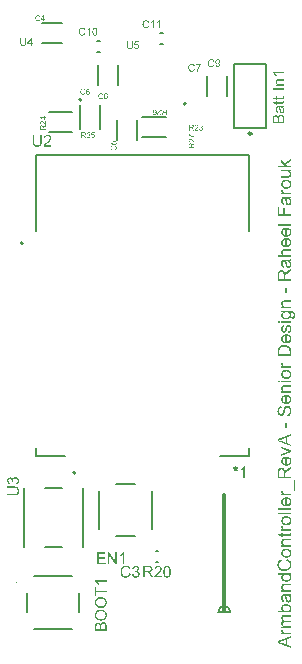
<source format=gbr>
G04*
G04 #@! TF.GenerationSoftware,Altium Limited,Altium Designer,24.9.1 (31)*
G04*
G04 Layer_Color=65535*
%FSLAX25Y25*%
%MOIN*%
G70*
G04*
G04 #@! TF.SameCoordinates,65E441D1-A48C-4218-98E1-AC23B9FD057C*
G04*
G04*
G04 #@! TF.FilePolarity,Positive*
G04*
G01*
G75*
%ADD10C,0.00787*%
%ADD11C,0.00394*%
%ADD12C,0.00984*%
%ADD13C,0.00500*%
G36*
X177361Y160696D02*
Y160690D01*
Y160674D01*
Y160657D01*
X177356Y160596D01*
X177350Y160524D01*
X177339Y160430D01*
X177334Y160313D01*
X177317Y160186D01*
X177300Y160047D01*
X177306D01*
X177312Y160052D01*
X177328Y160058D01*
X177350Y160069D01*
X177406Y160097D01*
X177478Y160130D01*
X177567Y160169D01*
X177672Y160213D01*
X177789Y160258D01*
X177917Y160302D01*
X178039Y159930D01*
X178033D01*
X178022Y159925D01*
X178005Y159919D01*
X177983Y159914D01*
X177950Y159902D01*
X177917Y159891D01*
X177833Y159869D01*
X177733Y159847D01*
X177622Y159819D01*
X177506Y159797D01*
X177384Y159780D01*
X177389Y159775D01*
X177411Y159753D01*
X177450Y159719D01*
X177500Y159669D01*
X177567Y159597D01*
X177639Y159514D01*
X177733Y159408D01*
X177833Y159286D01*
X177522Y159070D01*
X177517Y159081D01*
X177495Y159109D01*
X177461Y159153D01*
X177417Y159214D01*
X177367Y159298D01*
X177306Y159392D01*
X177234Y159503D01*
X177162Y159625D01*
Y159619D01*
X177156Y159608D01*
X177145Y159592D01*
X177128Y159564D01*
X177095Y159497D01*
X177051Y159420D01*
X176995Y159331D01*
X176940Y159236D01*
X176879Y159148D01*
X176823Y159070D01*
X176518Y159286D01*
X176523Y159292D01*
X176529Y159303D01*
X176546Y159320D01*
X176568Y159347D01*
X176618Y159414D01*
X176684Y159492D01*
X176757Y159575D01*
X176829Y159653D01*
X176895Y159725D01*
X176923Y159758D01*
X176951Y159780D01*
X176945D01*
X176934Y159786D01*
X176918D01*
X176895Y159791D01*
X176862Y159797D01*
X176829Y159808D01*
X176745Y159825D01*
X176646Y159847D01*
X176540Y159869D01*
X176312Y159930D01*
X176429Y160302D01*
X176435D01*
X176446Y160296D01*
X176468Y160285D01*
X176496Y160280D01*
X176529Y160263D01*
X176573Y160247D01*
X176662Y160213D01*
X176762Y160174D01*
X176862Y160130D01*
X176956Y160086D01*
X177034Y160047D01*
Y160052D01*
Y160069D01*
X177028Y160091D01*
Y160124D01*
X177023Y160163D01*
X177017Y160208D01*
X177012Y160308D01*
X177001Y160413D01*
X176990Y160524D01*
X176984Y160618D01*
Y160663D01*
Y160702D01*
X177361D01*
Y160696D01*
D02*
G37*
G36*
X180231Y156794D02*
X179759D01*
Y159797D01*
X179753Y159791D01*
X179726Y159769D01*
X179692Y159736D01*
X179637Y159697D01*
X179576Y159647D01*
X179498Y159592D01*
X179409Y159531D01*
X179309Y159469D01*
X179304D01*
X179298Y159464D01*
X179265Y159442D01*
X179210Y159414D01*
X179143Y159381D01*
X179065Y159342D01*
X178982Y159303D01*
X178899Y159264D01*
X178816Y159231D01*
Y159686D01*
X178821D01*
X178832Y159697D01*
X178854Y159703D01*
X178882Y159719D01*
X178916Y159736D01*
X178954Y159758D01*
X179049Y159814D01*
X179160Y159875D01*
X179271Y159952D01*
X179387Y160041D01*
X179504Y160135D01*
X179509Y160141D01*
X179515Y160147D01*
X179532Y160163D01*
X179554Y160180D01*
X179604Y160235D01*
X179670Y160302D01*
X179737Y160380D01*
X179809Y160468D01*
X179870Y160557D01*
X179926Y160652D01*
X180231D01*
Y156794D01*
D02*
G37*
G36*
X142939Y300822D02*
Y300819D01*
Y300804D01*
Y300785D01*
Y300760D01*
X142935Y300726D01*
Y300689D01*
X142931Y300645D01*
X142928Y300600D01*
X142917Y300500D01*
X142902Y300397D01*
X142880Y300297D01*
X142865Y300249D01*
X142850Y300204D01*
Y300201D01*
X142847Y300193D01*
X142839Y300182D01*
X142832Y300167D01*
X142809Y300127D01*
X142776Y300075D01*
X142732Y300016D01*
X142680Y299957D01*
X142613Y299894D01*
X142532Y299838D01*
X142528D01*
X142521Y299831D01*
X142510Y299827D01*
X142491Y299816D01*
X142469Y299805D01*
X142439Y299794D01*
X142410Y299783D01*
X142373Y299768D01*
X142332Y299753D01*
X142288Y299742D01*
X142240Y299731D01*
X142184Y299720D01*
X142129Y299712D01*
X142069Y299705D01*
X141936Y299698D01*
X141903D01*
X141877Y299701D01*
X141848D01*
X141810Y299705D01*
X141770Y299709D01*
X141729Y299712D01*
X141637Y299727D01*
X141537Y299749D01*
X141440Y299779D01*
X141348Y299820D01*
X141344D01*
X141337Y299827D01*
X141326Y299834D01*
X141311Y299842D01*
X141270Y299871D01*
X141222Y299912D01*
X141167Y299964D01*
X141115Y300023D01*
X141063Y300097D01*
X141022Y300179D01*
Y300182D01*
X141019Y300190D01*
X141015Y300204D01*
X141007Y300223D01*
X141000Y300245D01*
X140993Y300275D01*
X140982Y300308D01*
X140974Y300349D01*
X140967Y300393D01*
X140956Y300441D01*
X140948Y300493D01*
X140941Y300549D01*
X140934Y300611D01*
X140930Y300678D01*
X140926Y300748D01*
Y300822D01*
Y302302D01*
X141267D01*
Y300822D01*
Y300819D01*
Y300808D01*
Y300789D01*
Y300767D01*
X141270Y300741D01*
Y300708D01*
X141274Y300637D01*
X141281Y300556D01*
X141293Y300475D01*
X141307Y300397D01*
X141315Y300364D01*
X141326Y300330D01*
X141329Y300323D01*
X141337Y300304D01*
X141355Y300278D01*
X141377Y300241D01*
X141403Y300204D01*
X141440Y300164D01*
X141485Y300123D01*
X141537Y300090D01*
X141544Y300086D01*
X141563Y300075D01*
X141596Y300064D01*
X141640Y300049D01*
X141692Y300031D01*
X141759Y300020D01*
X141829Y300008D01*
X141907Y300005D01*
X141944D01*
X141966Y300008D01*
X141999D01*
X142032Y300012D01*
X142114Y300027D01*
X142203Y300045D01*
X142288Y300075D01*
X142369Y300116D01*
X142406Y300142D01*
X142439Y300171D01*
X142443Y300175D01*
X142447Y300179D01*
X142454Y300190D01*
X142465Y300204D01*
X142476Y300227D01*
X142491Y300249D01*
X142506Y300282D01*
X142521Y300315D01*
X142536Y300356D01*
X142547Y300404D01*
X142562Y300460D01*
X142573Y300519D01*
X142584Y300586D01*
X142591Y300656D01*
X142599Y300737D01*
Y300822D01*
Y302302D01*
X142939D01*
Y300822D01*
D02*
G37*
G36*
X144952Y301969D02*
X143927D01*
X143790Y301277D01*
X143794Y301281D01*
X143801Y301285D01*
X143812Y301292D01*
X143831Y301303D01*
X143853Y301314D01*
X143879Y301329D01*
X143938Y301359D01*
X144012Y301389D01*
X144093Y301414D01*
X144182Y301433D01*
X144227Y301440D01*
X144308D01*
X144330Y301437D01*
X144360Y301433D01*
X144393Y301429D01*
X144430Y301422D01*
X144471Y301411D01*
X144560Y301385D01*
X144608Y301366D01*
X144656Y301340D01*
X144704Y301314D01*
X144752Y301285D01*
X144796Y301248D01*
X144841Y301207D01*
X144844Y301203D01*
X144852Y301196D01*
X144863Y301185D01*
X144878Y301167D01*
X144896Y301141D01*
X144915Y301115D01*
X144937Y301081D01*
X144959Y301044D01*
X144978Y301004D01*
X145000Y300959D01*
X145018Y300907D01*
X145037Y300856D01*
X145052Y300800D01*
X145063Y300737D01*
X145070Y300674D01*
X145074Y300608D01*
Y300604D01*
Y300593D01*
Y300574D01*
X145070Y300549D01*
X145066Y300519D01*
X145063Y300486D01*
X145055Y300445D01*
X145048Y300404D01*
X145026Y300308D01*
X144989Y300208D01*
X144967Y300156D01*
X144937Y300108D01*
X144907Y300057D01*
X144870Y300008D01*
X144867Y300005D01*
X144859Y299994D01*
X144844Y299979D01*
X144826Y299960D01*
X144800Y299938D01*
X144771Y299908D01*
X144733Y299883D01*
X144693Y299853D01*
X144648Y299823D01*
X144597Y299798D01*
X144541Y299772D01*
X144482Y299746D01*
X144419Y299727D01*
X144349Y299712D01*
X144275Y299701D01*
X144197Y299698D01*
X144164D01*
X144138Y299701D01*
X144108Y299705D01*
X144075Y299709D01*
X144034Y299712D01*
X143993Y299724D01*
X143901Y299746D01*
X143808Y299779D01*
X143760Y299801D01*
X143712Y299827D01*
X143668Y299857D01*
X143623Y299890D01*
X143620Y299894D01*
X143612Y299897D01*
X143605Y299912D01*
X143590Y299927D01*
X143572Y299945D01*
X143553Y299968D01*
X143531Y299997D01*
X143512Y300031D01*
X143490Y300064D01*
X143468Y300105D01*
X143427Y300193D01*
X143394Y300297D01*
X143383Y300353D01*
X143376Y300412D01*
X143705Y300438D01*
Y300434D01*
Y300427D01*
X143709Y300415D01*
X143712Y300397D01*
X143723Y300356D01*
X143738Y300301D01*
X143760Y300245D01*
X143790Y300182D01*
X143827Y300127D01*
X143871Y300075D01*
X143879Y300071D01*
X143894Y300057D01*
X143923Y300038D01*
X143964Y300016D01*
X144008Y299994D01*
X144064Y299975D01*
X144127Y299960D01*
X144197Y299957D01*
X144219D01*
X144234Y299960D01*
X144278Y299964D01*
X144330Y299979D01*
X144393Y299997D01*
X144456Y300027D01*
X144523Y300071D01*
X144552Y300097D01*
X144582Y300127D01*
X144585Y300131D01*
X144589Y300134D01*
X144597Y300145D01*
X144608Y300156D01*
X144633Y300197D01*
X144663Y300249D01*
X144689Y300312D01*
X144715Y300390D01*
X144733Y300482D01*
X144741Y300530D01*
Y300582D01*
Y300586D01*
Y300593D01*
Y300608D01*
X144737Y300626D01*
Y300648D01*
X144733Y300674D01*
X144722Y300734D01*
X144704Y300804D01*
X144678Y300874D01*
X144641Y300941D01*
X144589Y301004D01*
Y301007D01*
X144582Y301011D01*
X144563Y301030D01*
X144530Y301056D01*
X144485Y301085D01*
X144426Y301111D01*
X144360Y301137D01*
X144282Y301155D01*
X144238Y301163D01*
X144167D01*
X144138Y301159D01*
X144101Y301155D01*
X144056Y301144D01*
X144012Y301133D01*
X143964Y301115D01*
X143916Y301093D01*
X143912Y301089D01*
X143897Y301081D01*
X143875Y301063D01*
X143845Y301044D01*
X143816Y301019D01*
X143786Y300985D01*
X143753Y300952D01*
X143727Y300911D01*
X143431Y300952D01*
X143679Y302269D01*
X144952D01*
Y301969D01*
D02*
G37*
G36*
X107454Y301822D02*
Y301819D01*
Y301804D01*
Y301785D01*
Y301760D01*
X107450Y301726D01*
Y301689D01*
X107446Y301645D01*
X107443Y301600D01*
X107431Y301501D01*
X107417Y301397D01*
X107395Y301297D01*
X107380Y301249D01*
X107365Y301204D01*
Y301201D01*
X107361Y301193D01*
X107354Y301182D01*
X107346Y301167D01*
X107324Y301127D01*
X107291Y301075D01*
X107247Y301016D01*
X107195Y300957D01*
X107128Y300894D01*
X107047Y300838D01*
X107043D01*
X107036Y300831D01*
X107025Y300827D01*
X107006Y300816D01*
X106984Y300805D01*
X106954Y300794D01*
X106925Y300783D01*
X106888Y300768D01*
X106847Y300753D01*
X106802Y300742D01*
X106754Y300731D01*
X106699Y300720D01*
X106643Y300712D01*
X106584Y300705D01*
X106451Y300698D01*
X106418D01*
X106392Y300701D01*
X106362D01*
X106325Y300705D01*
X106284Y300709D01*
X106244Y300712D01*
X106151Y300727D01*
X106051Y300749D01*
X105955Y300779D01*
X105863Y300820D01*
X105859D01*
X105852Y300827D01*
X105841Y300834D01*
X105826Y300842D01*
X105785Y300871D01*
X105737Y300912D01*
X105681Y300964D01*
X105630Y301023D01*
X105578Y301097D01*
X105537Y301179D01*
Y301182D01*
X105533Y301190D01*
X105530Y301204D01*
X105522Y301223D01*
X105515Y301245D01*
X105508Y301275D01*
X105497Y301308D01*
X105489Y301349D01*
X105482Y301393D01*
X105471Y301441D01*
X105463Y301493D01*
X105456Y301549D01*
X105448Y301611D01*
X105445Y301678D01*
X105441Y301748D01*
Y301822D01*
Y303302D01*
X105781D01*
Y301822D01*
Y301819D01*
Y301808D01*
Y301789D01*
Y301767D01*
X105785Y301741D01*
Y301708D01*
X105789Y301637D01*
X105796Y301556D01*
X105807Y301475D01*
X105822Y301397D01*
X105829Y301364D01*
X105841Y301330D01*
X105844Y301323D01*
X105852Y301304D01*
X105870Y301278D01*
X105892Y301241D01*
X105918Y301204D01*
X105955Y301164D01*
X106000Y301123D01*
X106051Y301090D01*
X106059Y301086D01*
X106077Y301075D01*
X106111Y301064D01*
X106155Y301049D01*
X106207Y301031D01*
X106273Y301020D01*
X106344Y301008D01*
X106421Y301005D01*
X106458D01*
X106481Y301008D01*
X106514D01*
X106547Y301012D01*
X106629Y301027D01*
X106718Y301045D01*
X106802Y301075D01*
X106884Y301116D01*
X106921Y301142D01*
X106954Y301171D01*
X106958Y301175D01*
X106962Y301179D01*
X106969Y301190D01*
X106980Y301204D01*
X106991Y301227D01*
X107006Y301249D01*
X107021Y301282D01*
X107036Y301315D01*
X107051Y301356D01*
X107062Y301404D01*
X107076Y301460D01*
X107087Y301519D01*
X107099Y301586D01*
X107106Y301656D01*
X107113Y301737D01*
Y301822D01*
Y303302D01*
X107454D01*
Y301822D01*
D02*
G37*
G36*
X109211Y301645D02*
X109559D01*
Y301356D01*
X109211D01*
Y300742D01*
X108897D01*
Y301356D01*
X107783D01*
Y301645D01*
X108956Y303302D01*
X109211D01*
Y301645D01*
D02*
G37*
G36*
X151455Y127456D02*
X151499Y127451D01*
X151555Y127445D01*
X151616Y127434D01*
X151677Y127423D01*
X151821Y127384D01*
X151966Y127329D01*
X152038Y127295D01*
X152110Y127257D01*
X152177Y127207D01*
X152238Y127151D01*
X152243Y127146D01*
X152254Y127140D01*
X152265Y127118D01*
X152288Y127096D01*
X152315Y127068D01*
X152343Y127029D01*
X152371Y126990D01*
X152404Y126940D01*
X152460Y126835D01*
X152515Y126702D01*
X152537Y126635D01*
X152549Y126557D01*
X152559Y126480D01*
X152565Y126396D01*
Y126385D01*
Y126357D01*
X152559Y126313D01*
X152554Y126252D01*
X152543Y126185D01*
X152521Y126108D01*
X152498Y126024D01*
X152465Y125941D01*
X152460Y125930D01*
X152449Y125902D01*
X152426Y125858D01*
X152393Y125797D01*
X152349Y125730D01*
X152293Y125647D01*
X152226Y125564D01*
X152149Y125470D01*
X152138Y125458D01*
X152110Y125425D01*
X152082Y125397D01*
X152055Y125370D01*
X152021Y125336D01*
X151977Y125292D01*
X151932Y125248D01*
X151877Y125198D01*
X151821Y125142D01*
X151755Y125081D01*
X151683Y125020D01*
X151605Y124948D01*
X151516Y124876D01*
X151427Y124798D01*
X151422Y124792D01*
X151411Y124781D01*
X151389Y124765D01*
X151361Y124742D01*
X151327Y124709D01*
X151289Y124676D01*
X151200Y124604D01*
X151105Y124520D01*
X151017Y124437D01*
X150939Y124365D01*
X150906Y124337D01*
X150878Y124310D01*
X150872Y124304D01*
X150856Y124287D01*
X150833Y124265D01*
X150806Y124232D01*
X150778Y124193D01*
X150745Y124154D01*
X150678Y124060D01*
X152571D01*
Y123605D01*
X150023D01*
Y123610D01*
Y123632D01*
Y123666D01*
X150029Y123710D01*
X150034Y123760D01*
X150045Y123816D01*
X150057Y123871D01*
X150079Y123932D01*
Y123938D01*
X150084Y123943D01*
X150095Y123977D01*
X150118Y124027D01*
X150151Y124093D01*
X150195Y124171D01*
X150251Y124260D01*
X150312Y124348D01*
X150390Y124443D01*
Y124448D01*
X150401Y124454D01*
X150428Y124487D01*
X150478Y124537D01*
X150550Y124609D01*
X150634Y124692D01*
X150739Y124792D01*
X150867Y124903D01*
X151005Y125020D01*
X151011Y125025D01*
X151033Y125042D01*
X151067Y125070D01*
X151105Y125103D01*
X151155Y125148D01*
X151216Y125198D01*
X151277Y125253D01*
X151350Y125314D01*
X151488Y125447D01*
X151627Y125581D01*
X151694Y125647D01*
X151755Y125714D01*
X151810Y125775D01*
X151855Y125836D01*
Y125841D01*
X151866Y125847D01*
X151877Y125864D01*
X151888Y125886D01*
X151927Y125947D01*
X151971Y126019D01*
X152010Y126108D01*
X152049Y126202D01*
X152071Y126307D01*
X152082Y126407D01*
Y126413D01*
Y126418D01*
X152077Y126452D01*
X152071Y126507D01*
X152055Y126568D01*
X152032Y126646D01*
X151994Y126724D01*
X151944Y126802D01*
X151877Y126879D01*
X151866Y126890D01*
X151838Y126912D01*
X151799Y126940D01*
X151738Y126979D01*
X151660Y127012D01*
X151572Y127046D01*
X151466Y127068D01*
X151350Y127073D01*
X151316D01*
X151294Y127068D01*
X151227Y127062D01*
X151150Y127046D01*
X151067Y127023D01*
X150972Y126985D01*
X150883Y126935D01*
X150800Y126868D01*
X150789Y126857D01*
X150767Y126829D01*
X150734Y126785D01*
X150700Y126718D01*
X150661Y126640D01*
X150628Y126541D01*
X150606Y126430D01*
X150595Y126302D01*
X150112Y126352D01*
Y126357D01*
X150118Y126374D01*
Y126402D01*
X150123Y126441D01*
X150134Y126485D01*
X150145Y126535D01*
X150162Y126596D01*
X150179Y126657D01*
X150223Y126790D01*
X150290Y126924D01*
X150328Y126990D01*
X150378Y127057D01*
X150428Y127118D01*
X150484Y127173D01*
X150489Y127179D01*
X150501Y127184D01*
X150517Y127201D01*
X150545Y127218D01*
X150578Y127240D01*
X150617Y127262D01*
X150661Y127290D01*
X150717Y127318D01*
X150778Y127345D01*
X150845Y127373D01*
X150917Y127395D01*
X150995Y127418D01*
X151078Y127434D01*
X151166Y127451D01*
X151261Y127456D01*
X151361Y127462D01*
X151416D01*
X151455Y127456D01*
D02*
G37*
G36*
X148242Y127440D02*
X148292D01*
X148408Y127434D01*
X148530Y127418D01*
X148663Y127401D01*
X148785Y127373D01*
X148847Y127357D01*
X148897Y127340D01*
X148902D01*
X148908Y127334D01*
X148941Y127318D01*
X148991Y127295D01*
X149052Y127257D01*
X149119Y127207D01*
X149191Y127140D01*
X149257Y127062D01*
X149324Y126973D01*
Y126968D01*
X149329Y126962D01*
X149352Y126929D01*
X149374Y126874D01*
X149407Y126802D01*
X149435Y126718D01*
X149463Y126618D01*
X149479Y126513D01*
X149485Y126396D01*
Y126391D01*
Y126380D01*
Y126357D01*
X149479Y126330D01*
Y126291D01*
X149474Y126252D01*
X149451Y126158D01*
X149418Y126047D01*
X149374Y125930D01*
X149307Y125814D01*
X149263Y125758D01*
X149218Y125703D01*
X149213Y125697D01*
X149207Y125691D01*
X149191Y125675D01*
X149169Y125658D01*
X149141Y125636D01*
X149107Y125614D01*
X149063Y125586D01*
X149019Y125553D01*
X148963Y125525D01*
X148902Y125497D01*
X148836Y125464D01*
X148763Y125436D01*
X148680Y125414D01*
X148597Y125386D01*
X148503Y125370D01*
X148403Y125353D01*
X148414Y125347D01*
X148436Y125336D01*
X148469Y125314D01*
X148514Y125292D01*
X148614Y125231D01*
X148663Y125192D01*
X148708Y125159D01*
X148719Y125148D01*
X148747Y125120D01*
X148791Y125075D01*
X148847Y125020D01*
X148908Y124942D01*
X148980Y124859D01*
X149052Y124759D01*
X149130Y124648D01*
X149790Y123605D01*
X149157D01*
X148652Y124404D01*
Y124409D01*
X148641Y124420D01*
X148630Y124437D01*
X148614Y124459D01*
X148575Y124520D01*
X148525Y124598D01*
X148464Y124681D01*
X148403Y124770D01*
X148342Y124853D01*
X148286Y124931D01*
X148281Y124937D01*
X148264Y124959D01*
X148236Y124992D01*
X148197Y125031D01*
X148114Y125114D01*
X148070Y125153D01*
X148025Y125186D01*
X148020Y125192D01*
X148009Y125198D01*
X147986Y125209D01*
X147953Y125225D01*
X147920Y125242D01*
X147881Y125259D01*
X147792Y125286D01*
X147787D01*
X147775Y125292D01*
X147753D01*
X147725Y125297D01*
X147687Y125303D01*
X147642D01*
X147581Y125309D01*
X146926D01*
Y123605D01*
X146416D01*
Y127445D01*
X148197D01*
X148242Y127440D01*
D02*
G37*
G36*
X154441Y127456D02*
X154513Y127445D01*
X154596Y127429D01*
X154685Y127406D01*
X154780Y127379D01*
X154868Y127334D01*
X154874D01*
X154879Y127329D01*
X154907Y127312D01*
X154952Y127284D01*
X155007Y127245D01*
X155068Y127190D01*
X155135Y127129D01*
X155196Y127057D01*
X155257Y126973D01*
X155262Y126962D01*
X155285Y126935D01*
X155307Y126885D01*
X155346Y126813D01*
X155379Y126729D01*
X155423Y126635D01*
X155462Y126524D01*
X155496Y126402D01*
Y126396D01*
X155501Y126385D01*
X155507Y126369D01*
X155512Y126341D01*
X155518Y126307D01*
X155523Y126269D01*
X155534Y126219D01*
X155540Y126163D01*
X155551Y126102D01*
X155556Y126036D01*
X155562Y125958D01*
X155573Y125880D01*
X155579Y125791D01*
Y125703D01*
X155584Y125603D01*
Y125497D01*
Y125492D01*
Y125470D01*
Y125431D01*
Y125386D01*
X155579Y125325D01*
Y125259D01*
X155573Y125186D01*
X155568Y125109D01*
X155551Y124931D01*
X155523Y124748D01*
X155490Y124570D01*
X155468Y124487D01*
X155440Y124404D01*
Y124398D01*
X155434Y124387D01*
X155423Y124365D01*
X155412Y124337D01*
X155401Y124298D01*
X155379Y124260D01*
X155334Y124165D01*
X155279Y124065D01*
X155207Y123954D01*
X155124Y123854D01*
X155024Y123760D01*
X155018D01*
X155013Y123749D01*
X154996Y123738D01*
X154974Y123727D01*
X154946Y123710D01*
X154918Y123688D01*
X154835Y123649D01*
X154735Y123610D01*
X154619Y123571D01*
X154480Y123549D01*
X154330Y123538D01*
X154274D01*
X154236Y123544D01*
X154191Y123549D01*
X154136Y123560D01*
X154075Y123571D01*
X154008Y123588D01*
X153942Y123610D01*
X153869Y123632D01*
X153797Y123666D01*
X153725Y123705D01*
X153653Y123749D01*
X153581Y123804D01*
X153514Y123865D01*
X153453Y123932D01*
X153448Y123938D01*
X153436Y123954D01*
X153420Y123982D01*
X153392Y124027D01*
X153364Y124076D01*
X153337Y124143D01*
X153298Y124221D01*
X153264Y124310D01*
X153231Y124409D01*
X153198Y124526D01*
X153165Y124654D01*
X153137Y124798D01*
X153109Y124953D01*
X153092Y125120D01*
X153081Y125303D01*
X153076Y125497D01*
Y125503D01*
Y125525D01*
Y125564D01*
Y125608D01*
X153081Y125669D01*
Y125736D01*
X153087Y125808D01*
X153092Y125891D01*
X153109Y126063D01*
X153137Y126247D01*
X153170Y126430D01*
X153192Y126513D01*
X153215Y126596D01*
Y126602D01*
X153220Y126613D01*
X153231Y126635D01*
X153242Y126663D01*
X153253Y126702D01*
X153276Y126740D01*
X153320Y126835D01*
X153375Y126935D01*
X153448Y127040D01*
X153531Y127146D01*
X153631Y127234D01*
X153636D01*
X153642Y127245D01*
X153658Y127257D01*
X153681Y127268D01*
X153708Y127290D01*
X153742Y127306D01*
X153825Y127351D01*
X153925Y127390D01*
X154041Y127429D01*
X154180Y127451D01*
X154330Y127462D01*
X154380D01*
X154441Y127456D01*
D02*
G37*
G36*
X137578Y128071D02*
X137051D01*
X135042Y131085D01*
Y128071D01*
X134554D01*
Y131912D01*
X135075D01*
X137090Y128893D01*
Y131912D01*
X137578D01*
Y128071D01*
D02*
G37*
G36*
X140015D02*
X139543D01*
Y131074D01*
X139538Y131068D01*
X139510Y131046D01*
X139477Y131013D01*
X139421Y130974D01*
X139360Y130924D01*
X139282Y130869D01*
X139193Y130807D01*
X139094Y130746D01*
X139088D01*
X139083Y130741D01*
X139049Y130719D01*
X138994Y130691D01*
X138927Y130658D01*
X138849Y130619D01*
X138766Y130580D01*
X138683Y130541D01*
X138600Y130508D01*
Y130963D01*
X138605D01*
X138616Y130974D01*
X138638Y130980D01*
X138666Y130996D01*
X138700Y131013D01*
X138738Y131035D01*
X138833Y131091D01*
X138944Y131152D01*
X139055Y131229D01*
X139171Y131318D01*
X139288Y131412D01*
X139293Y131418D01*
X139299Y131424D01*
X139316Y131440D01*
X139338Y131457D01*
X139388Y131512D01*
X139454Y131579D01*
X139521Y131657D01*
X139593Y131746D01*
X139654Y131834D01*
X139710Y131929D01*
X140015D01*
Y128071D01*
D02*
G37*
G36*
X133766Y131457D02*
X131496D01*
Y130286D01*
X133621D01*
Y129831D01*
X131496D01*
Y128526D01*
X133854D01*
Y128071D01*
X130985D01*
Y131912D01*
X133766D01*
Y131457D01*
D02*
G37*
G36*
X112576Y268820D02*
Y268814D01*
Y268792D01*
Y268764D01*
Y268725D01*
X112570Y268675D01*
Y268620D01*
X112565Y268553D01*
X112559Y268487D01*
X112542Y268337D01*
X112520Y268181D01*
X112487Y268032D01*
X112465Y267959D01*
X112442Y267893D01*
Y267887D01*
X112437Y267876D01*
X112426Y267860D01*
X112415Y267837D01*
X112381Y267776D01*
X112331Y267699D01*
X112265Y267610D01*
X112187Y267521D01*
X112087Y267427D01*
X111965Y267343D01*
X111960D01*
X111948Y267332D01*
X111932Y267327D01*
X111904Y267310D01*
X111871Y267294D01*
X111826Y267277D01*
X111782Y267260D01*
X111726Y267238D01*
X111665Y267216D01*
X111599Y267199D01*
X111527Y267182D01*
X111443Y267166D01*
X111360Y267155D01*
X111271Y267144D01*
X111072Y267133D01*
X111022D01*
X110983Y267138D01*
X110938D01*
X110883Y267144D01*
X110822Y267149D01*
X110761Y267155D01*
X110622Y267177D01*
X110472Y267210D01*
X110328Y267255D01*
X110189Y267316D01*
X110184D01*
X110172Y267327D01*
X110156Y267338D01*
X110134Y267349D01*
X110073Y267393D01*
X110000Y267455D01*
X109917Y267532D01*
X109839Y267621D01*
X109762Y267732D01*
X109701Y267854D01*
Y267860D01*
X109695Y267871D01*
X109690Y267893D01*
X109678Y267921D01*
X109667Y267954D01*
X109656Y267998D01*
X109640Y268048D01*
X109628Y268109D01*
X109617Y268176D01*
X109601Y268248D01*
X109590Y268326D01*
X109579Y268409D01*
X109567Y268503D01*
X109562Y268603D01*
X109556Y268709D01*
Y268820D01*
Y271040D01*
X110067D01*
Y268820D01*
Y268814D01*
Y268798D01*
Y268770D01*
Y268737D01*
X110073Y268698D01*
Y268648D01*
X110078Y268542D01*
X110089Y268420D01*
X110106Y268298D01*
X110128Y268181D01*
X110139Y268132D01*
X110156Y268082D01*
X110161Y268071D01*
X110172Y268043D01*
X110200Y268004D01*
X110233Y267948D01*
X110272Y267893D01*
X110328Y267832D01*
X110394Y267771D01*
X110472Y267721D01*
X110483Y267715D01*
X110511Y267699D01*
X110561Y267682D01*
X110627Y267660D01*
X110705Y267632D01*
X110805Y267615D01*
X110911Y267599D01*
X111027Y267593D01*
X111083D01*
X111116Y267599D01*
X111166D01*
X111216Y267604D01*
X111338Y267627D01*
X111471Y267654D01*
X111599Y267699D01*
X111721Y267760D01*
X111776Y267799D01*
X111826Y267843D01*
X111832Y267848D01*
X111837Y267854D01*
X111848Y267871D01*
X111865Y267893D01*
X111882Y267926D01*
X111904Y267959D01*
X111926Y268009D01*
X111948Y268059D01*
X111971Y268121D01*
X111987Y268193D01*
X112010Y268276D01*
X112026Y268365D01*
X112043Y268465D01*
X112054Y268570D01*
X112065Y268692D01*
Y268820D01*
Y271040D01*
X112576D01*
Y268820D01*
D02*
G37*
G36*
X114596Y271051D02*
X114640Y271045D01*
X114696Y271040D01*
X114757Y271029D01*
X114818Y271018D01*
X114962Y270979D01*
X115106Y270923D01*
X115179Y270890D01*
X115251Y270851D01*
X115317Y270801D01*
X115378Y270746D01*
X115384Y270740D01*
X115395Y270735D01*
X115406Y270712D01*
X115428Y270690D01*
X115456Y270662D01*
X115484Y270623D01*
X115512Y270585D01*
X115545Y270535D01*
X115600Y270429D01*
X115656Y270296D01*
X115678Y270230D01*
X115689Y270152D01*
X115700Y270074D01*
X115706Y269991D01*
Y269980D01*
Y269952D01*
X115700Y269908D01*
X115695Y269847D01*
X115684Y269780D01*
X115661Y269702D01*
X115639Y269619D01*
X115606Y269536D01*
X115600Y269525D01*
X115589Y269497D01*
X115567Y269453D01*
X115534Y269391D01*
X115489Y269325D01*
X115434Y269242D01*
X115367Y269158D01*
X115289Y269064D01*
X115278Y269053D01*
X115251Y269020D01*
X115223Y268992D01*
X115195Y268964D01*
X115162Y268931D01*
X115118Y268886D01*
X115073Y268842D01*
X115018Y268792D01*
X114962Y268737D01*
X114895Y268675D01*
X114823Y268614D01*
X114746Y268542D01*
X114657Y268470D01*
X114568Y268392D01*
X114562Y268387D01*
X114551Y268376D01*
X114529Y268359D01*
X114501Y268337D01*
X114468Y268304D01*
X114429Y268270D01*
X114340Y268198D01*
X114246Y268115D01*
X114157Y268032D01*
X114080Y267959D01*
X114046Y267932D01*
X114019Y267904D01*
X114013Y267899D01*
X113996Y267882D01*
X113974Y267860D01*
X113946Y267826D01*
X113919Y267788D01*
X113885Y267749D01*
X113819Y267654D01*
X115711D01*
Y267199D01*
X113164D01*
Y267205D01*
Y267227D01*
Y267260D01*
X113169Y267305D01*
X113175Y267355D01*
X113186Y267410D01*
X113197Y267466D01*
X113219Y267527D01*
Y267532D01*
X113225Y267538D01*
X113236Y267571D01*
X113258Y267621D01*
X113292Y267688D01*
X113336Y267765D01*
X113391Y267854D01*
X113452Y267943D01*
X113530Y268037D01*
Y268043D01*
X113541Y268048D01*
X113569Y268082D01*
X113619Y268132D01*
X113691Y268204D01*
X113774Y268287D01*
X113880Y268387D01*
X114007Y268498D01*
X114146Y268614D01*
X114152Y268620D01*
X114174Y268637D01*
X114207Y268664D01*
X114246Y268698D01*
X114296Y268742D01*
X114357Y268792D01*
X114418Y268847D01*
X114490Y268909D01*
X114629Y269042D01*
X114768Y269175D01*
X114834Y269242D01*
X114895Y269308D01*
X114951Y269369D01*
X114995Y269430D01*
Y269436D01*
X115006Y269441D01*
X115018Y269458D01*
X115029Y269480D01*
X115068Y269541D01*
X115112Y269613D01*
X115151Y269702D01*
X115190Y269797D01*
X115212Y269902D01*
X115223Y270002D01*
Y270007D01*
Y270013D01*
X115217Y270046D01*
X115212Y270102D01*
X115195Y270163D01*
X115173Y270241D01*
X115134Y270318D01*
X115084Y270396D01*
X115018Y270474D01*
X115006Y270485D01*
X114979Y270507D01*
X114940Y270535D01*
X114879Y270574D01*
X114801Y270607D01*
X114712Y270640D01*
X114607Y270662D01*
X114490Y270668D01*
X114457D01*
X114435Y270662D01*
X114368Y270657D01*
X114290Y270640D01*
X114207Y270618D01*
X114113Y270579D01*
X114024Y270529D01*
X113941Y270463D01*
X113930Y270451D01*
X113908Y270424D01*
X113874Y270379D01*
X113841Y270313D01*
X113802Y270235D01*
X113769Y270135D01*
X113747Y270024D01*
X113735Y269897D01*
X113253Y269946D01*
Y269952D01*
X113258Y269969D01*
Y269996D01*
X113264Y270035D01*
X113275Y270080D01*
X113286Y270130D01*
X113303Y270191D01*
X113319Y270252D01*
X113364Y270385D01*
X113430Y270518D01*
X113469Y270585D01*
X113519Y270651D01*
X113569Y270712D01*
X113625Y270768D01*
X113630Y270773D01*
X113641Y270779D01*
X113658Y270796D01*
X113686Y270812D01*
X113719Y270834D01*
X113758Y270857D01*
X113802Y270884D01*
X113858Y270912D01*
X113919Y270940D01*
X113985Y270968D01*
X114057Y270990D01*
X114135Y271012D01*
X114218Y271029D01*
X114307Y271045D01*
X114401Y271051D01*
X114501Y271056D01*
X114557D01*
X114596Y271051D01*
D02*
G37*
G36*
X195685Y262350D02*
X194026Y261268D01*
X194395Y260885D01*
X195685D01*
Y260335D01*
X191200D01*
Y260885D01*
X193760D01*
X192432Y262188D01*
Y262907D01*
X193643Y261657D01*
X195685Y263030D01*
Y262350D01*
D02*
G37*
G36*
Y258980D02*
X195212D01*
X195218Y258974D01*
X195237Y258961D01*
X195263Y258941D01*
X195296Y258909D01*
X195335Y258870D01*
X195387Y258825D01*
X195432Y258773D01*
X195484Y258708D01*
X195536Y258637D01*
X195581Y258559D01*
X195626Y258475D01*
X195672Y258384D01*
X195704Y258280D01*
X195730Y258177D01*
X195749Y258060D01*
X195756Y257944D01*
Y257898D01*
X195749Y257840D01*
X195743Y257769D01*
X195730Y257684D01*
X195711Y257594D01*
X195685Y257503D01*
X195646Y257406D01*
X195639Y257393D01*
X195626Y257367D01*
X195600Y257321D01*
X195568Y257270D01*
X195529Y257205D01*
X195484Y257147D01*
X195432Y257088D01*
X195373Y257036D01*
X195367Y257030D01*
X195341Y257017D01*
X195309Y256997D01*
X195257Y256972D01*
X195199Y256939D01*
X195127Y256913D01*
X195050Y256887D01*
X194965Y256868D01*
X194959D01*
X194933Y256861D01*
X194894Y256855D01*
X194842D01*
X194764Y256848D01*
X194680Y256842D01*
X194570Y256835D01*
X194447D01*
X192432D01*
Y257386D01*
X194239D01*
X194246D01*
X194259D01*
X194278D01*
X194311D01*
X194382D01*
X194473Y257393D01*
X194570D01*
X194667Y257399D01*
X194751Y257406D01*
X194823Y257419D01*
X194829D01*
X194855Y257432D01*
X194894Y257445D01*
X194946Y257464D01*
X194998Y257496D01*
X195056Y257535D01*
X195108Y257581D01*
X195160Y257639D01*
X195166Y257645D01*
X195179Y257671D01*
X195199Y257704D01*
X195218Y257756D01*
X195244Y257814D01*
X195263Y257885D01*
X195276Y257963D01*
X195283Y258054D01*
Y258099D01*
X195276Y258144D01*
X195270Y258203D01*
X195250Y258274D01*
X195231Y258352D01*
X195199Y258436D01*
X195160Y258520D01*
X195153Y258533D01*
X195134Y258559D01*
X195108Y258598D01*
X195069Y258643D01*
X195017Y258695D01*
X194959Y258747D01*
X194894Y258792D01*
X194816Y258831D01*
X194803Y258838D01*
X194777Y258844D01*
X194726Y258857D01*
X194654Y258877D01*
X194563Y258896D01*
X194453Y258909D01*
X194324Y258915D01*
X194175Y258922D01*
X192432D01*
Y259473D01*
X195685D01*
Y258980D01*
D02*
G37*
G36*
X194168Y256194D02*
X194233Y256187D01*
X194298D01*
X194369Y256174D01*
X194531Y256155D01*
X194693Y256116D01*
X194855Y256071D01*
X195004Y256006D01*
X195011D01*
X195017Y255999D01*
X195037Y255987D01*
X195062Y255974D01*
X195127Y255928D01*
X195205Y255870D01*
X195296Y255792D01*
X195387Y255695D01*
X195477Y255585D01*
X195561Y255455D01*
Y255449D01*
X195568Y255442D01*
X195581Y255423D01*
X195594Y255390D01*
X195607Y255358D01*
X195620Y255319D01*
X195659Y255222D01*
X195691Y255112D01*
X195723Y254976D01*
X195749Y254833D01*
X195756Y254678D01*
Y254613D01*
X195749Y254561D01*
X195743Y254503D01*
X195730Y254438D01*
X195717Y254360D01*
X195704Y254282D01*
X195652Y254107D01*
X195613Y254010D01*
X195574Y253919D01*
X195523Y253829D01*
X195464Y253738D01*
X195399Y253654D01*
X195322Y253570D01*
X195315Y253563D01*
X195302Y253550D01*
X195276Y253531D01*
X195237Y253505D01*
X195192Y253472D01*
X195140Y253440D01*
X195075Y253401D01*
X194998Y253362D01*
X194913Y253323D01*
X194816Y253284D01*
X194713Y253252D01*
X194602Y253220D01*
X194479Y253194D01*
X194350Y253174D01*
X194207Y253161D01*
X194058Y253155D01*
X194045D01*
X194019D01*
X193974Y253161D01*
X193909D01*
X193838Y253168D01*
X193747Y253181D01*
X193656Y253194D01*
X193553Y253220D01*
X193449Y253245D01*
X193339Y253278D01*
X193222Y253317D01*
X193112Y253369D01*
X193008Y253420D01*
X192905Y253492D01*
X192807Y253563D01*
X192723Y253654D01*
X192717Y253660D01*
X192710Y253673D01*
X192691Y253699D01*
X192665Y253731D01*
X192639Y253770D01*
X192606Y253822D01*
X192574Y253874D01*
X192542Y253939D01*
X192509Y254010D01*
X192477Y254088D01*
X192419Y254263D01*
X192373Y254464D01*
X192367Y254567D01*
X192360Y254678D01*
Y254742D01*
X192367Y254788D01*
X192373Y254846D01*
X192386Y254911D01*
X192399Y254982D01*
X192412Y255066D01*
X192471Y255241D01*
X192503Y255332D01*
X192548Y255423D01*
X192594Y255514D01*
X192658Y255604D01*
X192723Y255689D01*
X192801Y255773D01*
X192807Y255779D01*
X192820Y255792D01*
X192846Y255812D01*
X192879Y255837D01*
X192924Y255870D01*
X192982Y255909D01*
X193047Y255948D01*
X193119Y255987D01*
X193196Y256025D01*
X193293Y256064D01*
X193391Y256103D01*
X193501Y256136D01*
X193617Y256161D01*
X193741Y256181D01*
X193870Y256194D01*
X194013Y256200D01*
X194019D01*
X194039D01*
X194071D01*
X194116D01*
X194168Y256194D01*
D02*
G37*
G36*
X193047Y252831D02*
X193041Y252824D01*
X193028Y252798D01*
X193008Y252760D01*
X192989Y252708D01*
X192969Y252649D01*
X192950Y252578D01*
X192937Y252507D01*
X192930Y252435D01*
Y252403D01*
X192937Y252371D01*
X192944Y252325D01*
X192956Y252280D01*
X192976Y252222D01*
X193002Y252163D01*
X193041Y252112D01*
X193047Y252105D01*
X193060Y252086D01*
X193086Y252066D01*
X193119Y252034D01*
X193164Y252001D01*
X193216Y251969D01*
X193274Y251937D01*
X193345Y251911D01*
X193358Y251904D01*
X193397Y251898D01*
X193455Y251885D01*
X193533Y251865D01*
X193630Y251846D01*
X193741Y251833D01*
X193857Y251826D01*
X193987Y251820D01*
X195685D01*
Y251269D01*
X192432D01*
Y251768D01*
X192924D01*
X192918Y251775D01*
X192872Y251800D01*
X192814Y251833D01*
X192743Y251885D01*
X192671Y251937D01*
X192594Y251995D01*
X192529Y252053D01*
X192477Y252112D01*
X192471Y252118D01*
X192457Y252137D01*
X192438Y252176D01*
X192419Y252215D01*
X192399Y252267D01*
X192380Y252332D01*
X192367Y252397D01*
X192360Y252468D01*
Y252513D01*
X192367Y252572D01*
X192380Y252643D01*
X192406Y252727D01*
X192438Y252818D01*
X192483Y252922D01*
X192542Y253032D01*
X193047Y252831D01*
D02*
G37*
G36*
X195685Y250019D02*
X195678Y250012D01*
X195652Y250006D01*
X195620Y249993D01*
X195568Y249973D01*
X195510Y249954D01*
X195438Y249941D01*
X195361Y249928D01*
X195276Y249915D01*
Y249908D01*
X195289Y249902D01*
X195322Y249863D01*
X195367Y249805D01*
X195425Y249727D01*
X195484Y249630D01*
X195548Y249533D01*
X195607Y249429D01*
X195652Y249319D01*
X195659Y249306D01*
X195665Y249267D01*
X195685Y249208D01*
X195704Y249137D01*
X195723Y249046D01*
X195736Y248943D01*
X195749Y248826D01*
X195756Y248710D01*
Y248658D01*
X195749Y248619D01*
Y248573D01*
X195743Y248522D01*
X195723Y248405D01*
X195691Y248275D01*
X195646Y248133D01*
X195581Y248003D01*
X195497Y247887D01*
X195484Y247874D01*
X195451Y247841D01*
X195393Y247796D01*
X195315Y247744D01*
X195218Y247692D01*
X195108Y247647D01*
X194972Y247614D01*
X194907Y247608D01*
X194829Y247601D01*
X194816D01*
X194790D01*
X194745Y247608D01*
X194687Y247614D01*
X194615Y247627D01*
X194544Y247647D01*
X194466Y247673D01*
X194395Y247705D01*
X194389Y247712D01*
X194363Y247725D01*
X194324Y247750D01*
X194278Y247783D01*
X194227Y247822D01*
X194175Y247874D01*
X194123Y247925D01*
X194078Y247990D01*
X194071Y247997D01*
X194058Y248023D01*
X194032Y248055D01*
X194006Y248107D01*
X193980Y248165D01*
X193948Y248236D01*
X193922Y248308D01*
X193896Y248392D01*
Y248398D01*
X193890Y248424D01*
X193877Y248463D01*
X193870Y248515D01*
X193857Y248580D01*
X193844Y248664D01*
X193825Y248761D01*
X193812Y248878D01*
Y248885D01*
X193805Y248910D01*
Y248943D01*
X193799Y248988D01*
X193792Y249040D01*
X193779Y249105D01*
X193773Y249176D01*
X193760Y249254D01*
X193728Y249409D01*
X193695Y249578D01*
X193656Y249727D01*
X193637Y249798D01*
X193617Y249863D01*
X193611D01*
X193598D01*
X193559Y249869D01*
X193514D01*
X193488D01*
X193475D01*
X193468D01*
X193462D01*
X193423D01*
X193358Y249863D01*
X193287Y249850D01*
X193209Y249831D01*
X193131Y249798D01*
X193060Y249759D01*
X193002Y249707D01*
X192995Y249701D01*
X192969Y249669D01*
X192944Y249617D01*
X192905Y249552D01*
X192872Y249461D01*
X192840Y249358D01*
X192820Y249228D01*
X192814Y249079D01*
Y249014D01*
X192820Y248949D01*
X192833Y248859D01*
X192846Y248768D01*
X192872Y248671D01*
X192905Y248580D01*
X192950Y248502D01*
X192956Y248496D01*
X192976Y248470D01*
X193008Y248437D01*
X193060Y248398D01*
X193125Y248360D01*
X193209Y248314D01*
X193313Y248275D01*
X193430Y248236D01*
X193358Y247699D01*
X193352D01*
X193345Y247705D01*
X193326D01*
X193300Y247712D01*
X193242Y247731D01*
X193157Y247757D01*
X193073Y247789D01*
X192982Y247828D01*
X192892Y247880D01*
X192807Y247938D01*
X192801Y247945D01*
X192775Y247971D01*
X192736Y248010D01*
X192684Y248061D01*
X192632Y248133D01*
X192581Y248217D01*
X192522Y248314D01*
X192477Y248424D01*
Y248431D01*
X192471Y248437D01*
X192464Y248457D01*
X192457Y248483D01*
X192438Y248548D01*
X192419Y248638D01*
X192399Y248742D01*
X192380Y248871D01*
X192367Y249008D01*
X192360Y249163D01*
Y249234D01*
X192367Y249306D01*
X192373Y249403D01*
X192386Y249513D01*
X192406Y249623D01*
X192432Y249733D01*
X192464Y249837D01*
X192471Y249850D01*
X192483Y249882D01*
X192503Y249928D01*
X192529Y249986D01*
X192568Y250051D01*
X192606Y250116D01*
X192658Y250174D01*
X192710Y250226D01*
X192717Y250232D01*
X192736Y250245D01*
X192769Y250265D01*
X192807Y250291D01*
X192866Y250323D01*
X192924Y250349D01*
X192995Y250375D01*
X193080Y250394D01*
X193086D01*
X193105Y250401D01*
X193144Y250407D01*
X193196Y250414D01*
X193268D01*
X193352Y250420D01*
X193462Y250427D01*
X193585D01*
X194324D01*
X194330D01*
X194356D01*
X194395D01*
X194447D01*
X194505D01*
X194577D01*
X194732Y250433D01*
X194894D01*
X195056Y250440D01*
X195127Y250446D01*
X195192D01*
X195250Y250453D01*
X195296Y250459D01*
X195302D01*
X195328Y250466D01*
X195367Y250472D01*
X195419Y250491D01*
X195477Y250504D01*
X195542Y250530D01*
X195613Y250563D01*
X195685Y250595D01*
Y250019D01*
D02*
G37*
G36*
X191732Y244653D02*
X193119D01*
Y246759D01*
X193650D01*
Y244653D01*
X195685D01*
Y244057D01*
X191200D01*
Y247090D01*
X191732D01*
Y244653D01*
D02*
G37*
G36*
X195685Y240810D02*
X191200D01*
Y241361D01*
X195685D01*
Y240810D01*
D02*
G37*
G36*
X194201Y240143D02*
Y237713D01*
X194207D01*
X194227D01*
X194253Y237719D01*
X194291D01*
X194337Y237726D01*
X194389Y237739D01*
X194505Y237758D01*
X194635Y237797D01*
X194777Y237849D01*
X194907Y237920D01*
X195024Y238011D01*
Y238018D01*
X195037Y238024D01*
X195069Y238063D01*
X195114Y238121D01*
X195160Y238199D01*
X195212Y238303D01*
X195257Y238419D01*
X195289Y238549D01*
X195296Y238620D01*
X195302Y238698D01*
Y238750D01*
X195296Y238808D01*
X195283Y238879D01*
X195263Y238957D01*
X195237Y239048D01*
X195199Y239132D01*
X195147Y239216D01*
X195140Y239223D01*
X195114Y239255D01*
X195075Y239294D01*
X195024Y239339D01*
X194952Y239391D01*
X194862Y239450D01*
X194758Y239508D01*
X194635Y239560D01*
X194706Y240130D01*
X194713D01*
X194726Y240124D01*
X194751Y240117D01*
X194790Y240104D01*
X194829Y240085D01*
X194881Y240065D01*
X194991Y240013D01*
X195114Y239949D01*
X195244Y239858D01*
X195367Y239754D01*
X195484Y239625D01*
Y239618D01*
X195497Y239605D01*
X195510Y239586D01*
X195529Y239560D01*
X195548Y239521D01*
X195568Y239482D01*
X195594Y239430D01*
X195620Y239372D01*
X195646Y239307D01*
X195672Y239242D01*
X195711Y239080D01*
X195743Y238899D01*
X195756Y238698D01*
Y238627D01*
X195749Y238581D01*
X195743Y238523D01*
X195730Y238452D01*
X195717Y238374D01*
X195704Y238290D01*
X195652Y238108D01*
X195613Y238011D01*
X195574Y237920D01*
X195523Y237823D01*
X195464Y237732D01*
X195399Y237648D01*
X195322Y237564D01*
X195315Y237557D01*
X195302Y237544D01*
X195276Y237525D01*
X195237Y237499D01*
X195192Y237467D01*
X195140Y237434D01*
X195075Y237395D01*
X195004Y237357D01*
X194920Y237318D01*
X194829Y237279D01*
X194726Y237246D01*
X194615Y237214D01*
X194499Y237188D01*
X194369Y237169D01*
X194233Y237156D01*
X194090Y237149D01*
X194084D01*
X194052D01*
X194013D01*
X193954Y237156D01*
X193883Y237162D01*
X193805Y237169D01*
X193715Y237182D01*
X193624Y237201D01*
X193417Y237253D01*
X193313Y237285D01*
X193203Y237324D01*
X193099Y237376D01*
X193002Y237434D01*
X192905Y237499D01*
X192814Y237570D01*
X192807Y237577D01*
X192795Y237590D01*
X192775Y237616D01*
X192743Y237648D01*
X192710Y237687D01*
X192671Y237739D01*
X192626Y237797D01*
X192587Y237868D01*
X192542Y237940D01*
X192503Y238024D01*
X192464Y238115D01*
X192432Y238212D01*
X192399Y238316D01*
X192380Y238426D01*
X192367Y238542D01*
X192360Y238666D01*
Y238730D01*
X192367Y238776D01*
X192373Y238827D01*
X192386Y238892D01*
X192399Y238964D01*
X192419Y239048D01*
X192438Y239126D01*
X192471Y239216D01*
X192503Y239301D01*
X192548Y239391D01*
X192600Y239482D01*
X192658Y239573D01*
X192730Y239657D01*
X192807Y239735D01*
X192814Y239741D01*
X192827Y239754D01*
X192853Y239774D01*
X192892Y239799D01*
X192937Y239832D01*
X192989Y239864D01*
X193054Y239903D01*
X193131Y239942D01*
X193216Y239981D01*
X193306Y240020D01*
X193410Y240052D01*
X193520Y240085D01*
X193643Y240111D01*
X193773Y240130D01*
X193909Y240143D01*
X194058Y240149D01*
X194065D01*
X194090D01*
X194136D01*
X194201Y240143D01*
D02*
G37*
G36*
Y236657D02*
Y234227D01*
X194207D01*
X194227D01*
X194253Y234233D01*
X194291D01*
X194337Y234240D01*
X194389Y234253D01*
X194505Y234272D01*
X194635Y234311D01*
X194777Y234363D01*
X194907Y234434D01*
X195024Y234525D01*
Y234531D01*
X195037Y234538D01*
X195069Y234577D01*
X195114Y234635D01*
X195160Y234713D01*
X195212Y234816D01*
X195257Y234933D01*
X195289Y235063D01*
X195296Y235134D01*
X195302Y235212D01*
Y235263D01*
X195296Y235322D01*
X195283Y235393D01*
X195263Y235471D01*
X195237Y235562D01*
X195199Y235646D01*
X195147Y235730D01*
X195140Y235737D01*
X195114Y235769D01*
X195075Y235808D01*
X195024Y235853D01*
X194952Y235905D01*
X194862Y235963D01*
X194758Y236022D01*
X194635Y236073D01*
X194706Y236644D01*
X194713D01*
X194726Y236637D01*
X194751Y236631D01*
X194790Y236618D01*
X194829Y236598D01*
X194881Y236579D01*
X194991Y236527D01*
X195114Y236462D01*
X195244Y236372D01*
X195367Y236268D01*
X195484Y236138D01*
Y236132D01*
X195497Y236119D01*
X195510Y236099D01*
X195529Y236073D01*
X195548Y236035D01*
X195568Y235996D01*
X195594Y235944D01*
X195620Y235886D01*
X195646Y235821D01*
X195672Y235756D01*
X195711Y235594D01*
X195743Y235413D01*
X195756Y235212D01*
Y235140D01*
X195749Y235095D01*
X195743Y235037D01*
X195730Y234965D01*
X195717Y234888D01*
X195704Y234803D01*
X195652Y234622D01*
X195613Y234525D01*
X195574Y234434D01*
X195523Y234337D01*
X195464Y234246D01*
X195399Y234162D01*
X195322Y234078D01*
X195315Y234071D01*
X195302Y234058D01*
X195276Y234039D01*
X195237Y234013D01*
X195192Y233980D01*
X195140Y233948D01*
X195075Y233909D01*
X195004Y233870D01*
X194920Y233831D01*
X194829Y233793D01*
X194726Y233760D01*
X194615Y233728D01*
X194499Y233702D01*
X194369Y233682D01*
X194233Y233669D01*
X194090Y233663D01*
X194084D01*
X194052D01*
X194013D01*
X193954Y233669D01*
X193883Y233676D01*
X193805Y233682D01*
X193715Y233695D01*
X193624Y233715D01*
X193417Y233767D01*
X193313Y233799D01*
X193203Y233838D01*
X193099Y233890D01*
X193002Y233948D01*
X192905Y234013D01*
X192814Y234084D01*
X192807Y234091D01*
X192795Y234104D01*
X192775Y234130D01*
X192743Y234162D01*
X192710Y234201D01*
X192671Y234253D01*
X192626Y234311D01*
X192587Y234382D01*
X192542Y234454D01*
X192503Y234538D01*
X192464Y234629D01*
X192432Y234726D01*
X192399Y234829D01*
X192380Y234940D01*
X192367Y235056D01*
X192360Y235179D01*
Y235244D01*
X192367Y235289D01*
X192373Y235341D01*
X192386Y235406D01*
X192399Y235477D01*
X192419Y235562D01*
X192438Y235639D01*
X192471Y235730D01*
X192503Y235814D01*
X192548Y235905D01*
X192600Y235996D01*
X192658Y236087D01*
X192730Y236171D01*
X192807Y236248D01*
X192814Y236255D01*
X192827Y236268D01*
X192853Y236287D01*
X192892Y236313D01*
X192937Y236346D01*
X192989Y236378D01*
X193054Y236417D01*
X193131Y236456D01*
X193216Y236495D01*
X193306Y236534D01*
X193410Y236566D01*
X193520Y236598D01*
X193643Y236624D01*
X193773Y236644D01*
X193909Y236657D01*
X194058Y236663D01*
X194065D01*
X194090D01*
X194136D01*
X194201Y236657D01*
D02*
G37*
G36*
X195685Y232451D02*
X193624D01*
X193617D01*
X193605D01*
X193585D01*
X193559D01*
X193488Y232445D01*
X193397Y232432D01*
X193300Y232406D01*
X193203Y232373D01*
X193105Y232328D01*
X193028Y232270D01*
X193021Y232263D01*
X192995Y232237D01*
X192963Y232199D01*
X192930Y232140D01*
X192892Y232069D01*
X192866Y231985D01*
X192840Y231881D01*
X192833Y231764D01*
Y231725D01*
X192840Y231680D01*
X192846Y231615D01*
X192866Y231551D01*
X192885Y231473D01*
X192918Y231395D01*
X192963Y231311D01*
X192969Y231304D01*
X192989Y231278D01*
X193015Y231239D01*
X193054Y231194D01*
X193105Y231142D01*
X193164Y231090D01*
X193235Y231045D01*
X193313Y231006D01*
X193326Y231000D01*
X193352Y230993D01*
X193404Y230980D01*
X193468Y230961D01*
X193553Y230941D01*
X193656Y230928D01*
X193773Y230922D01*
X193909Y230915D01*
X195685D01*
Y230365D01*
X191200D01*
Y230915D01*
X192807D01*
X192801Y230922D01*
X192788Y230935D01*
X192769Y230954D01*
X192736Y230987D01*
X192704Y231019D01*
X192665Y231065D01*
X192626Y231123D01*
X192581Y231181D01*
X192542Y231246D01*
X192503Y231317D01*
X192432Y231486D01*
X192399Y231576D01*
X192380Y231674D01*
X192367Y231777D01*
X192360Y231881D01*
Y231939D01*
X192367Y232011D01*
X192380Y232095D01*
X192393Y232192D01*
X192419Y232296D01*
X192457Y232399D01*
X192503Y232503D01*
X192509Y232516D01*
X192529Y232548D01*
X192561Y232594D01*
X192606Y232652D01*
X192665Y232710D01*
X192730Y232775D01*
X192807Y232834D01*
X192898Y232885D01*
X192911Y232892D01*
X192944Y232905D01*
X193002Y232924D01*
X193086Y232944D01*
X193190Y232963D01*
X193313Y232983D01*
X193462Y232996D01*
X193630Y233002D01*
X195685D01*
Y232451D01*
D02*
G37*
G36*
Y229107D02*
X195678Y229101D01*
X195652Y229095D01*
X195620Y229082D01*
X195568Y229062D01*
X195510Y229043D01*
X195438Y229030D01*
X195361Y229017D01*
X195276Y229004D01*
Y228997D01*
X195289Y228991D01*
X195322Y228952D01*
X195367Y228894D01*
X195425Y228816D01*
X195484Y228719D01*
X195548Y228622D01*
X195607Y228518D01*
X195652Y228408D01*
X195659Y228395D01*
X195665Y228356D01*
X195685Y228297D01*
X195704Y228226D01*
X195723Y228135D01*
X195736Y228032D01*
X195749Y227915D01*
X195756Y227799D01*
Y227747D01*
X195749Y227708D01*
Y227662D01*
X195743Y227611D01*
X195723Y227494D01*
X195691Y227364D01*
X195646Y227222D01*
X195581Y227092D01*
X195497Y226976D01*
X195484Y226963D01*
X195451Y226930D01*
X195393Y226885D01*
X195315Y226833D01*
X195218Y226781D01*
X195108Y226736D01*
X194972Y226703D01*
X194907Y226697D01*
X194829Y226691D01*
X194816D01*
X194790D01*
X194745Y226697D01*
X194687Y226703D01*
X194615Y226716D01*
X194544Y226736D01*
X194466Y226762D01*
X194395Y226794D01*
X194389Y226801D01*
X194363Y226814D01*
X194324Y226839D01*
X194278Y226872D01*
X194227Y226911D01*
X194175Y226963D01*
X194123Y227014D01*
X194078Y227079D01*
X194071Y227086D01*
X194058Y227112D01*
X194032Y227144D01*
X194006Y227196D01*
X193980Y227254D01*
X193948Y227326D01*
X193922Y227397D01*
X193896Y227481D01*
Y227487D01*
X193890Y227513D01*
X193877Y227552D01*
X193870Y227604D01*
X193857Y227669D01*
X193844Y227753D01*
X193825Y227850D01*
X193812Y227967D01*
Y227974D01*
X193805Y227999D01*
Y228032D01*
X193799Y228077D01*
X193792Y228129D01*
X193779Y228194D01*
X193773Y228265D01*
X193760Y228343D01*
X193728Y228498D01*
X193695Y228667D01*
X193656Y228816D01*
X193637Y228887D01*
X193617Y228952D01*
X193611D01*
X193598D01*
X193559Y228959D01*
X193514D01*
X193488D01*
X193475D01*
X193468D01*
X193462D01*
X193423D01*
X193358Y228952D01*
X193287Y228939D01*
X193209Y228920D01*
X193131Y228887D01*
X193060Y228848D01*
X193002Y228797D01*
X192995Y228790D01*
X192969Y228758D01*
X192944Y228706D01*
X192905Y228641D01*
X192872Y228550D01*
X192840Y228447D01*
X192820Y228317D01*
X192814Y228168D01*
Y228103D01*
X192820Y228038D01*
X192833Y227948D01*
X192846Y227857D01*
X192872Y227760D01*
X192905Y227669D01*
X192950Y227591D01*
X192956Y227585D01*
X192976Y227559D01*
X193008Y227526D01*
X193060Y227487D01*
X193125Y227449D01*
X193209Y227403D01*
X193313Y227364D01*
X193430Y227326D01*
X193358Y226788D01*
X193352D01*
X193345Y226794D01*
X193326D01*
X193300Y226801D01*
X193242Y226820D01*
X193157Y226846D01*
X193073Y226878D01*
X192982Y226917D01*
X192892Y226969D01*
X192807Y227027D01*
X192801Y227034D01*
X192775Y227060D01*
X192736Y227099D01*
X192684Y227151D01*
X192632Y227222D01*
X192581Y227306D01*
X192522Y227403D01*
X192477Y227513D01*
Y227520D01*
X192471Y227526D01*
X192464Y227546D01*
X192457Y227572D01*
X192438Y227637D01*
X192419Y227727D01*
X192399Y227831D01*
X192380Y227961D01*
X192367Y228097D01*
X192360Y228252D01*
Y228323D01*
X192367Y228395D01*
X192373Y228492D01*
X192386Y228602D01*
X192406Y228712D01*
X192432Y228822D01*
X192464Y228926D01*
X192471Y228939D01*
X192483Y228971D01*
X192503Y229017D01*
X192529Y229075D01*
X192568Y229140D01*
X192606Y229205D01*
X192658Y229263D01*
X192710Y229315D01*
X192717Y229321D01*
X192736Y229334D01*
X192769Y229354D01*
X192807Y229380D01*
X192866Y229412D01*
X192924Y229438D01*
X192995Y229464D01*
X193080Y229483D01*
X193086D01*
X193105Y229490D01*
X193144Y229496D01*
X193196Y229503D01*
X193268D01*
X193352Y229509D01*
X193462Y229516D01*
X193585D01*
X194324D01*
X194330D01*
X194356D01*
X194395D01*
X194447D01*
X194505D01*
X194577D01*
X194732Y229522D01*
X194894D01*
X195056Y229529D01*
X195127Y229535D01*
X195192D01*
X195250Y229542D01*
X195296Y229548D01*
X195302D01*
X195328Y229555D01*
X195367Y229561D01*
X195419Y229581D01*
X195477Y229593D01*
X195542Y229619D01*
X195613Y229652D01*
X195685Y229684D01*
Y229107D01*
D02*
G37*
G36*
Y225634D02*
X194751Y225045D01*
X194745D01*
X194732Y225032D01*
X194713Y225019D01*
X194687Y224999D01*
X194615Y224954D01*
X194525Y224896D01*
X194427Y224824D01*
X194324Y224753D01*
X194227Y224682D01*
X194136Y224617D01*
X194129Y224610D01*
X194103Y224591D01*
X194065Y224559D01*
X194019Y224513D01*
X193922Y224416D01*
X193877Y224364D01*
X193838Y224312D01*
X193831Y224306D01*
X193825Y224293D01*
X193812Y224267D01*
X193792Y224228D01*
X193773Y224189D01*
X193754Y224144D01*
X193721Y224040D01*
Y224034D01*
X193715Y224021D01*
Y223995D01*
X193708Y223962D01*
X193702Y223917D01*
Y223865D01*
X193695Y223794D01*
Y223029D01*
X195685D01*
Y222433D01*
X191200D01*
Y224513D01*
X191207Y224565D01*
Y224623D01*
X191213Y224759D01*
X191233Y224902D01*
X191252Y225058D01*
X191285Y225200D01*
X191304Y225271D01*
X191323Y225330D01*
Y225336D01*
X191330Y225343D01*
X191349Y225381D01*
X191375Y225440D01*
X191421Y225511D01*
X191479Y225589D01*
X191557Y225673D01*
X191648Y225751D01*
X191751Y225829D01*
X191758D01*
X191764Y225835D01*
X191803Y225861D01*
X191868Y225887D01*
X191952Y225926D01*
X192049Y225958D01*
X192166Y225991D01*
X192289Y226010D01*
X192425Y226017D01*
X192432D01*
X192445D01*
X192471D01*
X192503Y226010D01*
X192548D01*
X192594Y226004D01*
X192704Y225978D01*
X192833Y225939D01*
X192969Y225887D01*
X193105Y225809D01*
X193170Y225757D01*
X193235Y225706D01*
X193242Y225699D01*
X193248Y225693D01*
X193268Y225673D01*
X193287Y225647D01*
X193313Y225615D01*
X193339Y225576D01*
X193371Y225524D01*
X193410Y225472D01*
X193442Y225407D01*
X193475Y225336D01*
X193514Y225258D01*
X193546Y225174D01*
X193572Y225077D01*
X193605Y224980D01*
X193624Y224870D01*
X193643Y224753D01*
X193650Y224766D01*
X193663Y224792D01*
X193689Y224831D01*
X193715Y224883D01*
X193786Y224999D01*
X193831Y225058D01*
X193870Y225109D01*
X193883Y225122D01*
X193915Y225155D01*
X193967Y225207D01*
X194032Y225271D01*
X194123Y225343D01*
X194220Y225427D01*
X194337Y225511D01*
X194466Y225602D01*
X195685Y226373D01*
Y225634D01*
D02*
G37*
G36*
X194337Y218305D02*
X193786D01*
Y220010D01*
X194337D01*
Y218305D01*
D02*
G37*
G36*
X195685Y215383D02*
X193715D01*
X193708D01*
X193702D01*
X193656D01*
X193598D01*
X193527Y215376D01*
X193442Y215370D01*
X193358Y215357D01*
X193280Y215337D01*
X193209Y215318D01*
X193203D01*
X193183Y215305D01*
X193151Y215286D01*
X193112Y215266D01*
X193073Y215234D01*
X193028Y215195D01*
X192982Y215143D01*
X192944Y215085D01*
X192937Y215078D01*
X192924Y215059D01*
X192911Y215020D01*
X192892Y214975D01*
X192872Y214923D01*
X192853Y214858D01*
X192846Y214780D01*
X192840Y214703D01*
Y214670D01*
X192846Y214644D01*
X192853Y214579D01*
X192866Y214495D01*
X192898Y214404D01*
X192937Y214301D01*
X192989Y214197D01*
X193067Y214100D01*
X193080Y214087D01*
X193112Y214061D01*
X193138Y214041D01*
X193170Y214022D01*
X193209Y213996D01*
X193255Y213977D01*
X193306Y213951D01*
X193371Y213925D01*
X193442Y213905D01*
X193520Y213886D01*
X193605Y213873D01*
X193695Y213860D01*
X193805Y213847D01*
X193915D01*
X195685D01*
Y213296D01*
X192432D01*
Y213789D01*
X192898D01*
X192892Y213795D01*
X192872Y213808D01*
X192846Y213828D01*
X192814Y213854D01*
X192775Y213893D01*
X192730Y213938D01*
X192678Y213990D01*
X192626Y214054D01*
X192581Y214119D01*
X192529Y214197D01*
X192483Y214281D01*
X192445Y214372D01*
X192412Y214476D01*
X192386Y214579D01*
X192367Y214696D01*
X192360Y214819D01*
Y214871D01*
X192367Y214923D01*
X192373Y214994D01*
X192386Y215078D01*
X192406Y215169D01*
X192432Y215266D01*
X192471Y215357D01*
X192477Y215370D01*
X192490Y215396D01*
X192509Y215441D01*
X192542Y215493D01*
X192581Y215558D01*
X192632Y215616D01*
X192684Y215674D01*
X192749Y215726D01*
X192756Y215733D01*
X192781Y215746D01*
X192814Y215765D01*
X192859Y215798D01*
X192924Y215824D01*
X192989Y215849D01*
X193067Y215882D01*
X193151Y215901D01*
X193157D01*
X193183Y215908D01*
X193222Y215914D01*
X193274Y215921D01*
X193352D01*
X193442Y215927D01*
X193553Y215934D01*
X193689D01*
X195685D01*
Y215383D01*
D02*
G37*
G36*
X195425Y212454D02*
X195497D01*
X195574Y212447D01*
X195659Y212441D01*
X195834Y212421D01*
X196015Y212396D01*
X196099Y212376D01*
X196177Y212357D01*
X196248Y212331D01*
X196313Y212305D01*
X196320D01*
X196326Y212298D01*
X196365Y212273D01*
X196423Y212240D01*
X196495Y212188D01*
X196572Y212117D01*
X196657Y212033D01*
X196741Y211929D01*
X196812Y211812D01*
Y211806D01*
X196819Y211799D01*
X196832Y211780D01*
X196838Y211754D01*
X196857Y211722D01*
X196870Y211683D01*
X196903Y211586D01*
X196942Y211469D01*
X196968Y211326D01*
X196994Y211164D01*
X197000Y210989D01*
Y210931D01*
X196994Y210892D01*
Y210840D01*
X196987Y210789D01*
X196981Y210724D01*
X196968Y210652D01*
X196935Y210503D01*
X196890Y210348D01*
X196825Y210192D01*
X196734Y210050D01*
X196728Y210043D01*
X196721Y210037D01*
X196683Y209992D01*
X196624Y209940D01*
X196540Y209875D01*
X196430Y209810D01*
X196294Y209752D01*
X196216Y209732D01*
X196132Y209719D01*
X196047Y209706D01*
X195950D01*
X196021Y210244D01*
X196035D01*
X196060Y210251D01*
X196106Y210264D01*
X196164Y210277D01*
X196222Y210303D01*
X196281Y210335D01*
X196339Y210374D01*
X196384Y210426D01*
X196391Y210439D01*
X196410Y210465D01*
X196436Y210510D01*
X196462Y210575D01*
X196495Y210652D01*
X196520Y210750D01*
X196540Y210866D01*
X196546Y210989D01*
Y211054D01*
X196540Y211119D01*
X196527Y211210D01*
X196508Y211300D01*
X196482Y211398D01*
X196443Y211495D01*
X196391Y211579D01*
X196384Y211586D01*
X196365Y211612D01*
X196326Y211650D01*
X196281Y211696D01*
X196216Y211741D01*
X196145Y211787D01*
X196060Y211832D01*
X195963Y211864D01*
X195957D01*
X195931Y211871D01*
X195879Y211877D01*
X195814Y211884D01*
X195769Y211890D01*
X195717D01*
X195659Y211897D01*
X195594D01*
X195523D01*
X195438Y211903D01*
X195354D01*
X195257D01*
X195263Y211897D01*
X195276Y211884D01*
X195296Y211864D01*
X195322Y211838D01*
X195354Y211806D01*
X195393Y211761D01*
X195432Y211709D01*
X195471Y211657D01*
X195548Y211521D01*
X195620Y211372D01*
X195646Y211287D01*
X195665Y211197D01*
X195678Y211100D01*
X195685Y211002D01*
Y210970D01*
X195678Y210938D01*
Y210892D01*
X195672Y210834D01*
X195659Y210769D01*
X195646Y210698D01*
X195626Y210620D01*
X195600Y210536D01*
X195568Y210452D01*
X195529Y210367D01*
X195484Y210277D01*
X195425Y210192D01*
X195361Y210108D01*
X195289Y210030D01*
X195205Y209959D01*
X195199Y209953D01*
X195186Y209946D01*
X195153Y209927D01*
X195121Y209901D01*
X195069Y209875D01*
X195017Y209842D01*
X194952Y209810D01*
X194875Y209778D01*
X194797Y209745D01*
X194706Y209713D01*
X194615Y209681D01*
X194512Y209655D01*
X194291Y209609D01*
X194168Y209603D01*
X194045Y209596D01*
X194039D01*
X194026D01*
X194000D01*
X193967D01*
X193922Y209603D01*
X193877D01*
X193760Y209616D01*
X193630Y209635D01*
X193488Y209667D01*
X193339Y209706D01*
X193190Y209765D01*
X193183D01*
X193170Y209771D01*
X193151Y209784D01*
X193125Y209797D01*
X193054Y209836D01*
X192963Y209888D01*
X192866Y209959D01*
X192769Y210043D01*
X192665Y210141D01*
X192581Y210251D01*
Y210257D01*
X192574Y210264D01*
X192561Y210283D01*
X192548Y210309D01*
X192509Y210374D01*
X192471Y210465D01*
X192432Y210575D01*
X192393Y210704D01*
X192367Y210847D01*
X192360Y211002D01*
Y211061D01*
X192367Y211100D01*
X192373Y211145D01*
X192386Y211203D01*
X192399Y211268D01*
X192419Y211339D01*
X192445Y211411D01*
X192477Y211488D01*
X192516Y211566D01*
X192561Y211650D01*
X192613Y211728D01*
X192678Y211806D01*
X192749Y211884D01*
X192833Y211955D01*
X192432D01*
Y212460D01*
X195244D01*
X195250D01*
X195276D01*
X195315D01*
X195367D01*
X195425Y212454D01*
D02*
G37*
G36*
X195685Y208417D02*
X192432D01*
Y208968D01*
X195685D01*
Y208417D01*
D02*
G37*
G36*
X191829D02*
X191200D01*
Y208968D01*
X191829D01*
Y208417D01*
D02*
G37*
G36*
X194829Y207756D02*
X194901Y207743D01*
X194978Y207723D01*
X195062Y207691D01*
X195160Y207652D01*
X195250Y207600D01*
X195263Y207594D01*
X195289Y207568D01*
X195335Y207536D01*
X195387Y207484D01*
X195445Y207413D01*
X195510Y207335D01*
X195568Y207244D01*
X195626Y207134D01*
Y207127D01*
X195633Y207121D01*
X195646Y207082D01*
X195665Y207017D01*
X195691Y206933D01*
X195717Y206829D01*
X195736Y206713D01*
X195749Y206590D01*
X195756Y206447D01*
Y206389D01*
X195749Y206343D01*
Y206291D01*
X195743Y206227D01*
X195736Y206162D01*
X195723Y206091D01*
X195691Y205935D01*
X195646Y205773D01*
X195581Y205617D01*
X195542Y205546D01*
X195497Y205481D01*
X195490Y205475D01*
X195484Y205469D01*
X195445Y205430D01*
X195387Y205371D01*
X195296Y205307D01*
X195186Y205235D01*
X195056Y205164D01*
X194894Y205106D01*
X194713Y205060D01*
X194628Y205605D01*
X194635D01*
X194641D01*
X194680Y205617D01*
X194745Y205630D01*
X194816Y205656D01*
X194894Y205689D01*
X194978Y205728D01*
X195062Y205786D01*
X195134Y205857D01*
X195140Y205870D01*
X195160Y205896D01*
X195186Y205948D01*
X195218Y206013D01*
X195250Y206097D01*
X195276Y206194D01*
X195296Y206311D01*
X195302Y206447D01*
Y206512D01*
X195296Y206577D01*
X195283Y206661D01*
X195263Y206751D01*
X195237Y206849D01*
X195205Y206933D01*
X195153Y207011D01*
X195147Y207017D01*
X195127Y207043D01*
X195095Y207069D01*
X195050Y207108D01*
X194998Y207140D01*
X194933Y207173D01*
X194868Y207192D01*
X194790Y207199D01*
X194784D01*
X194758D01*
X194726Y207192D01*
X194680Y207179D01*
X194635Y207160D01*
X194589Y207127D01*
X194538Y207088D01*
X194499Y207030D01*
X194492Y207024D01*
X194486Y207004D01*
X194466Y206972D01*
X194447Y206920D01*
X194421Y206842D01*
X194402Y206797D01*
X194389Y206745D01*
X194369Y206687D01*
X194350Y206622D01*
X194330Y206551D01*
X194311Y206466D01*
Y206460D01*
X194304Y206440D01*
X194298Y206408D01*
X194285Y206369D01*
X194272Y206317D01*
X194253Y206259D01*
X194220Y206136D01*
X194175Y205993D01*
X194136Y205857D01*
X194090Y205728D01*
X194065Y205669D01*
X194045Y205624D01*
X194039Y205611D01*
X194026Y205585D01*
X194000Y205546D01*
X193967Y205494D01*
X193922Y205436D01*
X193870Y205378D01*
X193812Y205319D01*
X193741Y205268D01*
X193734Y205261D01*
X193708Y205248D01*
X193663Y205229D01*
X193611Y205209D01*
X193546Y205190D01*
X193468Y205170D01*
X193391Y205157D01*
X193300Y205151D01*
X193287D01*
X193261D01*
X193222Y205157D01*
X193164Y205164D01*
X193105Y205177D01*
X193034Y205190D01*
X192969Y205216D01*
X192898Y205248D01*
X192892Y205255D01*
X192866Y205268D01*
X192833Y205287D01*
X192788Y205319D01*
X192743Y205358D01*
X192684Y205404D01*
X192632Y205455D01*
X192587Y205520D01*
X192581Y205527D01*
X192574Y205546D01*
X192555Y205572D01*
X192535Y205611D01*
X192509Y205663D01*
X192483Y205721D01*
X192457Y205792D01*
X192432Y205870D01*
X192425Y205883D01*
X192419Y205909D01*
X192406Y205955D01*
X192393Y206013D01*
X192380Y206084D01*
X192373Y206162D01*
X192360Y206253D01*
Y206408D01*
X192367Y206479D01*
X192373Y206577D01*
X192386Y206680D01*
X192412Y206790D01*
X192438Y206907D01*
X192477Y207017D01*
Y207024D01*
X192483Y207030D01*
X192496Y207063D01*
X192522Y207114D01*
X192555Y207179D01*
X192600Y207250D01*
X192652Y207322D01*
X192710Y207387D01*
X192775Y207445D01*
X192781Y207451D01*
X192807Y207464D01*
X192853Y207490D01*
X192905Y207523D01*
X192982Y207555D01*
X193067Y207587D01*
X193164Y207613D01*
X193274Y207639D01*
X193345Y207101D01*
X193332D01*
X193306Y207095D01*
X193261Y207082D01*
X193203Y207063D01*
X193144Y207030D01*
X193080Y206991D01*
X193015Y206946D01*
X192956Y206881D01*
X192950Y206875D01*
X192937Y206849D01*
X192911Y206810D01*
X192885Y206751D01*
X192859Y206687D01*
X192833Y206603D01*
X192820Y206499D01*
X192814Y206389D01*
Y206324D01*
X192820Y206259D01*
X192827Y206175D01*
X192846Y206091D01*
X192866Y206000D01*
X192898Y205916D01*
X192944Y205844D01*
X192950Y205838D01*
X192963Y205818D01*
X192989Y205792D01*
X193028Y205767D01*
X193067Y205734D01*
X193119Y205708D01*
X193177Y205689D01*
X193235Y205682D01*
X193242D01*
X193255D01*
X193274Y205689D01*
X193300D01*
X193365Y205708D01*
X193430Y205747D01*
X193436Y205754D01*
X193442Y205760D01*
X193462Y205773D01*
X193481Y205799D01*
X193501Y205825D01*
X193527Y205864D01*
X193546Y205909D01*
X193572Y205961D01*
Y205967D01*
X193579Y205980D01*
X193585Y206006D01*
X193605Y206052D01*
X193624Y206117D01*
X193643Y206201D01*
X193663Y206253D01*
X193676Y206311D01*
X193695Y206376D01*
X193715Y206447D01*
Y206453D01*
X193721Y206473D01*
X193728Y206505D01*
X193741Y206544D01*
X193754Y206590D01*
X193766Y206648D01*
X193805Y206771D01*
X193844Y206907D01*
X193890Y207043D01*
X193935Y207166D01*
X193954Y207218D01*
X193974Y207263D01*
X193980Y207276D01*
X193993Y207302D01*
X194013Y207341D01*
X194045Y207400D01*
X194084Y207458D01*
X194136Y207516D01*
X194194Y207575D01*
X194259Y207626D01*
X194265Y207633D01*
X194291Y207646D01*
X194330Y207672D01*
X194389Y207698D01*
X194460Y207717D01*
X194538Y207743D01*
X194628Y207756D01*
X194732Y207762D01*
X194745D01*
X194777D01*
X194829Y207756D01*
D02*
G37*
G36*
X194201Y204600D02*
Y202170D01*
X194207D01*
X194227D01*
X194253Y202177D01*
X194291D01*
X194337Y202183D01*
X194389Y202196D01*
X194505Y202216D01*
X194635Y202254D01*
X194777Y202306D01*
X194907Y202378D01*
X195024Y202468D01*
Y202475D01*
X195037Y202481D01*
X195069Y202520D01*
X195114Y202578D01*
X195160Y202656D01*
X195212Y202760D01*
X195257Y202876D01*
X195289Y203006D01*
X195296Y203077D01*
X195302Y203155D01*
Y203207D01*
X195296Y203265D01*
X195283Y203337D01*
X195263Y203414D01*
X195237Y203505D01*
X195199Y203589D01*
X195147Y203674D01*
X195140Y203680D01*
X195114Y203712D01*
X195075Y203751D01*
X195024Y203797D01*
X194952Y203849D01*
X194862Y203907D01*
X194758Y203965D01*
X194635Y204017D01*
X194706Y204587D01*
X194713D01*
X194726Y204581D01*
X194751Y204574D01*
X194790Y204561D01*
X194829Y204542D01*
X194881Y204522D01*
X194991Y204471D01*
X195114Y204406D01*
X195244Y204315D01*
X195367Y204211D01*
X195484Y204082D01*
Y204075D01*
X195497Y204062D01*
X195510Y204043D01*
X195529Y204017D01*
X195548Y203978D01*
X195568Y203939D01*
X195594Y203887D01*
X195620Y203829D01*
X195646Y203764D01*
X195672Y203699D01*
X195711Y203537D01*
X195743Y203356D01*
X195756Y203155D01*
Y203084D01*
X195749Y203039D01*
X195743Y202980D01*
X195730Y202909D01*
X195717Y202831D01*
X195704Y202747D01*
X195652Y202565D01*
X195613Y202468D01*
X195574Y202378D01*
X195523Y202280D01*
X195464Y202190D01*
X195399Y202105D01*
X195322Y202021D01*
X195315Y202015D01*
X195302Y202002D01*
X195276Y201982D01*
X195237Y201956D01*
X195192Y201924D01*
X195140Y201891D01*
X195075Y201853D01*
X195004Y201814D01*
X194920Y201775D01*
X194829Y201736D01*
X194726Y201704D01*
X194615Y201671D01*
X194499Y201645D01*
X194369Y201626D01*
X194233Y201613D01*
X194090Y201606D01*
X194084D01*
X194052D01*
X194013D01*
X193954Y201613D01*
X193883Y201619D01*
X193805Y201626D01*
X193715Y201639D01*
X193624Y201658D01*
X193417Y201710D01*
X193313Y201743D01*
X193203Y201781D01*
X193099Y201833D01*
X193002Y201891D01*
X192905Y201956D01*
X192814Y202028D01*
X192807Y202034D01*
X192795Y202047D01*
X192775Y202073D01*
X192743Y202105D01*
X192710Y202144D01*
X192671Y202196D01*
X192626Y202254D01*
X192587Y202326D01*
X192542Y202397D01*
X192503Y202481D01*
X192464Y202572D01*
X192432Y202669D01*
X192399Y202773D01*
X192380Y202883D01*
X192367Y203000D01*
X192360Y203123D01*
Y203187D01*
X192367Y203233D01*
X192373Y203285D01*
X192386Y203349D01*
X192399Y203421D01*
X192419Y203505D01*
X192438Y203583D01*
X192471Y203674D01*
X192503Y203758D01*
X192548Y203849D01*
X192600Y203939D01*
X192658Y204030D01*
X192730Y204114D01*
X192807Y204192D01*
X192814Y204198D01*
X192827Y204211D01*
X192853Y204231D01*
X192892Y204257D01*
X192937Y204289D01*
X192989Y204322D01*
X193054Y204360D01*
X193131Y204399D01*
X193216Y204438D01*
X193306Y204477D01*
X193410Y204509D01*
X193520Y204542D01*
X193643Y204568D01*
X193773Y204587D01*
X193909Y204600D01*
X194058Y204607D01*
X194065D01*
X194090D01*
X194136D01*
X194201Y204600D01*
D02*
G37*
G36*
X193553Y201043D02*
X193605D01*
X193728Y201036D01*
X193870Y201017D01*
X194019Y200997D01*
X194175Y200965D01*
X194330Y200926D01*
X194337D01*
X194350Y200920D01*
X194369Y200913D01*
X194395Y200907D01*
X194466Y200881D01*
X194557Y200842D01*
X194661Y200803D01*
X194764Y200751D01*
X194875Y200686D01*
X194978Y200621D01*
X194991Y200615D01*
X195024Y200589D01*
X195069Y200550D01*
X195127Y200498D01*
X195192Y200440D01*
X195257Y200369D01*
X195328Y200297D01*
X195387Y200213D01*
X195393Y200200D01*
X195412Y200174D01*
X195438Y200129D01*
X195471Y200064D01*
X195510Y199986D01*
X195542Y199896D01*
X195581Y199792D01*
X195613Y199675D01*
Y199662D01*
X195620Y199643D01*
X195626Y199624D01*
X195633Y199559D01*
X195646Y199468D01*
X195659Y199364D01*
X195672Y199241D01*
X195678Y199105D01*
X195685Y198956D01*
Y197343D01*
X191200D01*
Y199066D01*
X191207Y199183D01*
X191213Y199312D01*
X191226Y199442D01*
X191246Y199572D01*
X191265Y199682D01*
Y199688D01*
X191272Y199701D01*
Y199721D01*
X191285Y199747D01*
X191304Y199818D01*
X191337Y199909D01*
X191382Y200012D01*
X191440Y200122D01*
X191505Y200233D01*
X191589Y200336D01*
X191596Y200343D01*
X191602Y200349D01*
X191622Y200369D01*
X191641Y200395D01*
X191706Y200459D01*
X191797Y200537D01*
X191907Y200621D01*
X192036Y200712D01*
X192185Y200796D01*
X192354Y200868D01*
X192360D01*
X192373Y200874D01*
X192399Y200887D01*
X192438Y200894D01*
X192483Y200913D01*
X192535Y200926D01*
X192594Y200939D01*
X192665Y200958D01*
X192736Y200978D01*
X192820Y200991D01*
X193002Y201023D01*
X193203Y201043D01*
X193423Y201049D01*
X193430D01*
X193442D01*
X193475D01*
X193507D01*
X193553Y201043D01*
D02*
G37*
G36*
X193047Y194997D02*
X193041Y194990D01*
X193028Y194964D01*
X193008Y194925D01*
X192989Y194874D01*
X192969Y194815D01*
X192950Y194744D01*
X192937Y194673D01*
X192931Y194602D01*
Y194569D01*
X192937Y194537D01*
X192944Y194491D01*
X192956Y194446D01*
X192976Y194388D01*
X193002Y194329D01*
X193041Y194278D01*
X193047Y194271D01*
X193060Y194252D01*
X193086Y194232D01*
X193119Y194200D01*
X193164Y194167D01*
X193216Y194135D01*
X193274Y194103D01*
X193345Y194077D01*
X193358Y194070D01*
X193397Y194064D01*
X193455Y194051D01*
X193533Y194031D01*
X193630Y194012D01*
X193741Y193999D01*
X193857Y193992D01*
X193987Y193986D01*
X195685D01*
Y193435D01*
X192432D01*
Y193934D01*
X192924D01*
X192918Y193941D01*
X192872Y193966D01*
X192814Y193999D01*
X192743Y194051D01*
X192671Y194103D01*
X192594Y194161D01*
X192529Y194219D01*
X192477Y194278D01*
X192471Y194284D01*
X192457Y194303D01*
X192438Y194342D01*
X192419Y194381D01*
X192399Y194433D01*
X192380Y194498D01*
X192367Y194563D01*
X192360Y194634D01*
Y194679D01*
X192367Y194738D01*
X192380Y194809D01*
X192406Y194893D01*
X192438Y194984D01*
X192483Y195088D01*
X192542Y195198D01*
X193047Y194997D01*
D02*
G37*
G36*
X194168Y192787D02*
X194233Y192781D01*
X194298D01*
X194369Y192768D01*
X194531Y192748D01*
X194693Y192709D01*
X194855Y192664D01*
X195004Y192599D01*
X195011D01*
X195017Y192593D01*
X195037Y192580D01*
X195062Y192567D01*
X195127Y192521D01*
X195205Y192463D01*
X195296Y192385D01*
X195387Y192288D01*
X195477Y192178D01*
X195561Y192048D01*
Y192042D01*
X195568Y192035D01*
X195581Y192016D01*
X195594Y191984D01*
X195607Y191951D01*
X195620Y191912D01*
X195659Y191815D01*
X195691Y191705D01*
X195723Y191569D01*
X195749Y191426D01*
X195756Y191271D01*
Y191206D01*
X195749Y191154D01*
X195743Y191096D01*
X195730Y191031D01*
X195717Y190953D01*
X195704Y190875D01*
X195652Y190701D01*
X195613Y190603D01*
X195574Y190513D01*
X195523Y190422D01*
X195464Y190331D01*
X195399Y190247D01*
X195322Y190163D01*
X195315Y190156D01*
X195302Y190143D01*
X195276Y190124D01*
X195237Y190098D01*
X195192Y190066D01*
X195140Y190033D01*
X195075Y189994D01*
X194998Y189955D01*
X194913Y189917D01*
X194816Y189878D01*
X194713Y189845D01*
X194602Y189813D01*
X194479Y189787D01*
X194350Y189767D01*
X194207Y189754D01*
X194058Y189748D01*
X194045D01*
X194019D01*
X193974Y189754D01*
X193909D01*
X193838Y189761D01*
X193747Y189774D01*
X193656Y189787D01*
X193553Y189813D01*
X193449Y189839D01*
X193339Y189871D01*
X193222Y189910D01*
X193112Y189962D01*
X193008Y190014D01*
X192905Y190085D01*
X192807Y190156D01*
X192723Y190247D01*
X192717Y190253D01*
X192710Y190266D01*
X192691Y190292D01*
X192665Y190325D01*
X192639Y190364D01*
X192607Y190415D01*
X192574Y190467D01*
X192542Y190532D01*
X192509Y190603D01*
X192477Y190681D01*
X192419Y190856D01*
X192373Y191057D01*
X192367Y191161D01*
X192360Y191271D01*
Y191336D01*
X192367Y191381D01*
X192373Y191439D01*
X192386Y191504D01*
X192399Y191575D01*
X192412Y191660D01*
X192471Y191835D01*
X192503Y191925D01*
X192548Y192016D01*
X192594Y192107D01*
X192658Y192197D01*
X192723Y192282D01*
X192801Y192366D01*
X192807Y192372D01*
X192820Y192385D01*
X192846Y192405D01*
X192879Y192431D01*
X192924Y192463D01*
X192982Y192502D01*
X193047Y192541D01*
X193119Y192580D01*
X193196Y192619D01*
X193293Y192657D01*
X193391Y192696D01*
X193501Y192729D01*
X193617Y192755D01*
X193741Y192774D01*
X193870Y192787D01*
X194013Y192794D01*
X194019D01*
X194039D01*
X194071D01*
X194116D01*
X194168Y192787D01*
D02*
G37*
G36*
X195685Y188562D02*
X192432D01*
Y189113D01*
X195685D01*
Y188562D01*
D02*
G37*
G36*
X191829D02*
X191200D01*
Y189113D01*
X191829D01*
Y188562D01*
D02*
G37*
G36*
X195685Y187162D02*
X193715D01*
X193708D01*
X193702D01*
X193656D01*
X193598D01*
X193527Y187156D01*
X193442Y187150D01*
X193358Y187137D01*
X193280Y187117D01*
X193209Y187098D01*
X193203D01*
X193183Y187085D01*
X193151Y187065D01*
X193112Y187046D01*
X193073Y187013D01*
X193028Y186975D01*
X192982Y186923D01*
X192944Y186864D01*
X192937Y186858D01*
X192924Y186838D01*
X192911Y186800D01*
X192892Y186754D01*
X192872Y186702D01*
X192853Y186638D01*
X192846Y186560D01*
X192840Y186482D01*
Y186450D01*
X192846Y186424D01*
X192853Y186359D01*
X192866Y186275D01*
X192898Y186184D01*
X192937Y186080D01*
X192989Y185977D01*
X193067Y185879D01*
X193080Y185866D01*
X193112Y185841D01*
X193138Y185821D01*
X193170Y185802D01*
X193209Y185776D01*
X193255Y185756D01*
X193306Y185730D01*
X193371Y185705D01*
X193442Y185685D01*
X193520Y185666D01*
X193605Y185653D01*
X193695Y185640D01*
X193805Y185627D01*
X193915D01*
X195685D01*
Y185076D01*
X192432D01*
Y185568D01*
X192898D01*
X192892Y185575D01*
X192872Y185588D01*
X192846Y185607D01*
X192814Y185633D01*
X192775Y185672D01*
X192730Y185717D01*
X192678Y185769D01*
X192626Y185834D01*
X192581Y185899D01*
X192529Y185977D01*
X192483Y186061D01*
X192445Y186152D01*
X192412Y186255D01*
X192386Y186359D01*
X192367Y186476D01*
X192360Y186599D01*
Y186651D01*
X192367Y186702D01*
X192373Y186774D01*
X192386Y186858D01*
X192406Y186949D01*
X192432Y187046D01*
X192471Y187137D01*
X192477Y187150D01*
X192490Y187175D01*
X192509Y187221D01*
X192542Y187273D01*
X192581Y187337D01*
X192632Y187396D01*
X192684Y187454D01*
X192749Y187506D01*
X192756Y187512D01*
X192781Y187525D01*
X192814Y187545D01*
X192859Y187577D01*
X192924Y187603D01*
X192989Y187629D01*
X193067Y187661D01*
X193151Y187681D01*
X193157D01*
X193183Y187687D01*
X193222Y187694D01*
X193274Y187700D01*
X193352D01*
X193442Y187707D01*
X193553Y187713D01*
X193689D01*
X195685D01*
Y187162D01*
D02*
G37*
G36*
X194201Y184396D02*
Y181965D01*
X194207D01*
X194227D01*
X194253Y181972D01*
X194291D01*
X194337Y181978D01*
X194389Y181991D01*
X194505Y182011D01*
X194635Y182050D01*
X194777Y182102D01*
X194907Y182173D01*
X195024Y182264D01*
Y182270D01*
X195037Y182277D01*
X195069Y182315D01*
X195114Y182374D01*
X195160Y182451D01*
X195212Y182555D01*
X195257Y182672D01*
X195289Y182801D01*
X195296Y182873D01*
X195302Y182950D01*
Y183002D01*
X195296Y183061D01*
X195283Y183132D01*
X195263Y183210D01*
X195237Y183300D01*
X195199Y183385D01*
X195147Y183469D01*
X195140Y183475D01*
X195114Y183508D01*
X195075Y183547D01*
X195024Y183592D01*
X194952Y183644D01*
X194862Y183702D01*
X194758Y183760D01*
X194635Y183812D01*
X194706Y184383D01*
X194713D01*
X194726Y184376D01*
X194751Y184370D01*
X194790Y184357D01*
X194829Y184337D01*
X194881Y184318D01*
X194991Y184266D01*
X195114Y184201D01*
X195244Y184110D01*
X195367Y184007D01*
X195484Y183877D01*
Y183871D01*
X195497Y183858D01*
X195510Y183838D01*
X195529Y183812D01*
X195548Y183773D01*
X195568Y183735D01*
X195594Y183683D01*
X195620Y183624D01*
X195646Y183560D01*
X195672Y183495D01*
X195711Y183333D01*
X195743Y183151D01*
X195756Y182950D01*
Y182879D01*
X195749Y182834D01*
X195743Y182775D01*
X195730Y182704D01*
X195717Y182626D01*
X195704Y182542D01*
X195652Y182361D01*
X195613Y182264D01*
X195574Y182173D01*
X195523Y182076D01*
X195464Y181985D01*
X195399Y181901D01*
X195322Y181816D01*
X195315Y181810D01*
X195302Y181797D01*
X195276Y181778D01*
X195237Y181752D01*
X195192Y181719D01*
X195140Y181687D01*
X195075Y181648D01*
X195004Y181609D01*
X194920Y181570D01*
X194829Y181531D01*
X194726Y181499D01*
X194615Y181467D01*
X194499Y181441D01*
X194369Y181421D01*
X194233Y181408D01*
X194090Y181402D01*
X194084D01*
X194052D01*
X194013D01*
X193954Y181408D01*
X193883Y181415D01*
X193805Y181421D01*
X193715Y181434D01*
X193624Y181454D01*
X193417Y181505D01*
X193313Y181538D01*
X193203Y181577D01*
X193099Y181629D01*
X193002Y181687D01*
X192905Y181752D01*
X192814Y181823D01*
X192807Y181829D01*
X192795Y181842D01*
X192775Y181868D01*
X192743Y181901D01*
X192710Y181940D01*
X192671Y181991D01*
X192626Y182050D01*
X192587Y182121D01*
X192542Y182192D01*
X192503Y182277D01*
X192464Y182367D01*
X192432Y182465D01*
X192399Y182568D01*
X192380Y182678D01*
X192367Y182795D01*
X192360Y182918D01*
Y182983D01*
X192367Y183028D01*
X192373Y183080D01*
X192386Y183145D01*
X192399Y183216D01*
X192419Y183300D01*
X192438Y183378D01*
X192471Y183469D01*
X192503Y183553D01*
X192548Y183644D01*
X192600Y183735D01*
X192658Y183825D01*
X192730Y183909D01*
X192807Y183987D01*
X192814Y183994D01*
X192827Y184007D01*
X192853Y184026D01*
X192892Y184052D01*
X192937Y184084D01*
X192989Y184117D01*
X193054Y184156D01*
X193131Y184195D01*
X193216Y184233D01*
X193306Y184272D01*
X193410Y184305D01*
X193520Y184337D01*
X193643Y184363D01*
X193773Y184383D01*
X193909Y184396D01*
X194058Y184402D01*
X194065D01*
X194090D01*
X194136D01*
X194201Y184396D01*
D02*
G37*
G36*
X194557Y180832D02*
X194648Y180819D01*
X194751Y180793D01*
X194862Y180760D01*
X194978Y180708D01*
X195101Y180637D01*
X195108D01*
X195114Y180631D01*
X195153Y180598D01*
X195212Y180553D01*
X195276Y180488D01*
X195354Y180404D01*
X195438Y180300D01*
X195516Y180183D01*
X195587Y180047D01*
Y180041D01*
X195594Y180028D01*
X195600Y180009D01*
X195613Y179983D01*
X195626Y179944D01*
X195646Y179898D01*
X195672Y179795D01*
X195704Y179672D01*
X195736Y179523D01*
X195756Y179361D01*
X195762Y179186D01*
Y179082D01*
X195756Y179030D01*
Y178972D01*
X195749Y178907D01*
X195743Y178829D01*
X195717Y178667D01*
X195691Y178499D01*
X195646Y178330D01*
X195587Y178168D01*
Y178162D01*
X195581Y178149D01*
X195568Y178129D01*
X195555Y178103D01*
X195516Y178026D01*
X195458Y177935D01*
X195380Y177831D01*
X195289Y177721D01*
X195179Y177617D01*
X195056Y177520D01*
X195050D01*
X195037Y177507D01*
X195017Y177501D01*
X194991Y177481D01*
X194959Y177468D01*
X194920Y177449D01*
X194823Y177404D01*
X194700Y177358D01*
X194563Y177319D01*
X194408Y177293D01*
X194246Y177280D01*
X194194Y177838D01*
X194201D01*
X194207D01*
X194227Y177844D01*
X194253D01*
X194311Y177857D01*
X194395Y177877D01*
X194479Y177903D01*
X194577Y177928D01*
X194667Y177974D01*
X194751Y178019D01*
X194758Y178026D01*
X194784Y178045D01*
X194829Y178077D01*
X194875Y178129D01*
X194933Y178194D01*
X194991Y178265D01*
X195050Y178363D01*
X195101Y178466D01*
Y178473D01*
X195108Y178479D01*
X195114Y178499D01*
X195121Y178518D01*
X195140Y178583D01*
X195166Y178667D01*
X195192Y178771D01*
X195212Y178887D01*
X195224Y179017D01*
X195231Y179160D01*
Y179218D01*
X195224Y179283D01*
X195218Y179361D01*
X195205Y179451D01*
X195192Y179555D01*
X195166Y179659D01*
X195134Y179756D01*
X195127Y179769D01*
X195114Y179801D01*
X195088Y179847D01*
X195062Y179905D01*
X195017Y179963D01*
X194972Y180028D01*
X194920Y180093D01*
X194855Y180145D01*
X194849Y180151D01*
X194823Y180164D01*
X194790Y180183D01*
X194738Y180209D01*
X194687Y180235D01*
X194622Y180255D01*
X194551Y180268D01*
X194473Y180274D01*
X194466D01*
X194434D01*
X194395Y180268D01*
X194343Y180261D01*
X194291Y180242D01*
X194227Y180222D01*
X194162Y180190D01*
X194103Y180145D01*
X194097Y180138D01*
X194078Y180119D01*
X194052Y180093D01*
X194013Y180047D01*
X193974Y179996D01*
X193929Y179924D01*
X193883Y179840D01*
X193844Y179743D01*
X193838Y179736D01*
X193831Y179704D01*
X193812Y179652D01*
X193805Y179620D01*
X193792Y179574D01*
X193773Y179529D01*
X193760Y179471D01*
X193741Y179406D01*
X193721Y179328D01*
X193702Y179250D01*
X193676Y179160D01*
X193650Y179056D01*
X193624Y178946D01*
Y178939D01*
X193617Y178920D01*
X193611Y178887D01*
X193598Y178849D01*
X193585Y178797D01*
X193572Y178738D01*
X193533Y178609D01*
X193488Y178466D01*
X193442Y178317D01*
X193397Y178188D01*
X193371Y178129D01*
X193345Y178077D01*
Y178071D01*
X193339Y178065D01*
X193313Y178026D01*
X193280Y177967D01*
X193229Y177903D01*
X193170Y177825D01*
X193099Y177747D01*
X193015Y177669D01*
X192924Y177604D01*
X192911Y177598D01*
X192879Y177579D01*
X192827Y177553D01*
X192762Y177527D01*
X192678Y177501D01*
X192581Y177475D01*
X192477Y177455D01*
X192367Y177449D01*
X192360D01*
X192354D01*
X192334D01*
X192308D01*
X192244Y177462D01*
X192159Y177475D01*
X192062Y177494D01*
X191952Y177527D01*
X191842Y177572D01*
X191732Y177637D01*
X191725D01*
X191719Y177643D01*
X191680Y177676D01*
X191628Y177721D01*
X191563Y177779D01*
X191492Y177857D01*
X191414Y177954D01*
X191343Y178071D01*
X191278Y178201D01*
Y178207D01*
X191272Y178220D01*
X191265Y178240D01*
X191252Y178265D01*
X191239Y178298D01*
X191226Y178343D01*
X191200Y178440D01*
X191174Y178563D01*
X191149Y178706D01*
X191129Y178855D01*
X191123Y179024D01*
Y179108D01*
X191129Y179153D01*
Y179199D01*
X191142Y179322D01*
X191162Y179458D01*
X191194Y179600D01*
X191233Y179756D01*
X191285Y179898D01*
Y179905D01*
X191291Y179918D01*
X191304Y179937D01*
X191317Y179963D01*
X191349Y180028D01*
X191408Y180112D01*
X191473Y180209D01*
X191557Y180307D01*
X191654Y180397D01*
X191764Y180482D01*
X191771D01*
X191777Y180488D01*
X191797Y180501D01*
X191816Y180514D01*
X191881Y180546D01*
X191965Y180585D01*
X192069Y180631D01*
X192192Y180663D01*
X192321Y180695D01*
X192464Y180708D01*
X192509Y180138D01*
X192503D01*
X192490D01*
X192471Y180132D01*
X192438Y180125D01*
X192367Y180106D01*
X192270Y180080D01*
X192166Y180041D01*
X192062Y179983D01*
X191965Y179911D01*
X191874Y179821D01*
X191868Y179808D01*
X191842Y179775D01*
X191803Y179710D01*
X191764Y179626D01*
X191725Y179516D01*
X191686Y179386D01*
X191660Y179225D01*
X191654Y179043D01*
Y178952D01*
X191660Y178913D01*
X191667Y178862D01*
X191680Y178745D01*
X191706Y178615D01*
X191738Y178486D01*
X191790Y178363D01*
X191823Y178311D01*
X191855Y178259D01*
X191861Y178246D01*
X191887Y178220D01*
X191933Y178181D01*
X191984Y178142D01*
X192056Y178097D01*
X192133Y178058D01*
X192224Y178032D01*
X192328Y178019D01*
X192341D01*
X192367D01*
X192412Y178026D01*
X192464Y178039D01*
X192529Y178058D01*
X192594Y178091D01*
X192658Y178129D01*
X192723Y178188D01*
X192730Y178194D01*
X192749Y178227D01*
X192769Y178252D01*
X192781Y178278D01*
X192801Y178317D01*
X192827Y178363D01*
X192846Y178421D01*
X192872Y178486D01*
X192898Y178557D01*
X192931Y178641D01*
X192956Y178732D01*
X192989Y178836D01*
X193015Y178952D01*
X193047Y179082D01*
Y179088D01*
X193054Y179114D01*
X193060Y179153D01*
X193073Y179199D01*
X193086Y179257D01*
X193105Y179328D01*
X193125Y179399D01*
X193144Y179477D01*
X193190Y179646D01*
X193235Y179808D01*
X193261Y179885D01*
X193287Y179957D01*
X193306Y180022D01*
X193332Y180073D01*
Y180080D01*
X193339Y180093D01*
X193352Y180112D01*
X193365Y180138D01*
X193404Y180209D01*
X193455Y180294D01*
X193527Y180391D01*
X193605Y180488D01*
X193695Y180579D01*
X193792Y180657D01*
X193805Y180663D01*
X193838Y180689D01*
X193896Y180715D01*
X193974Y180754D01*
X194065Y180786D01*
X194175Y180819D01*
X194298Y180838D01*
X194427Y180844D01*
X194434D01*
X194440D01*
X194460D01*
X194486D01*
X194557Y180832D01*
D02*
G37*
G36*
X194337Y173360D02*
X193786D01*
Y175064D01*
X194337D01*
Y173360D01*
D02*
G37*
G36*
X195685Y170755D02*
X194324Y170230D01*
Y168351D01*
X195685Y167865D01*
Y167236D01*
X191200Y168947D01*
Y169595D01*
X195685Y171429D01*
Y170755D01*
D02*
G37*
G36*
Y165928D02*
Y165403D01*
X192432Y164178D01*
Y164761D01*
X194382Y165461D01*
X194389D01*
X194395Y165467D01*
X194414Y165474D01*
X194434Y165480D01*
X194499Y165500D01*
X194583Y165526D01*
X194680Y165558D01*
X194790Y165597D01*
X194913Y165629D01*
X195037Y165668D01*
X195024Y165675D01*
X194991Y165681D01*
X194939Y165701D01*
X194862Y165720D01*
X194777Y165753D01*
X194667Y165785D01*
X194551Y165830D01*
X194421Y165876D01*
X192432Y166595D01*
Y167165D01*
X195685Y165928D01*
D02*
G37*
G36*
X194201Y163841D02*
Y161411D01*
X194207D01*
X194227D01*
X194253Y161417D01*
X194291D01*
X194337Y161424D01*
X194389Y161437D01*
X194505Y161456D01*
X194635Y161495D01*
X194777Y161547D01*
X194907Y161618D01*
X195024Y161709D01*
Y161715D01*
X195037Y161722D01*
X195069Y161761D01*
X195114Y161819D01*
X195160Y161897D01*
X195212Y162001D01*
X195257Y162117D01*
X195289Y162247D01*
X195296Y162318D01*
X195302Y162396D01*
Y162448D01*
X195296Y162506D01*
X195283Y162577D01*
X195263Y162655D01*
X195237Y162746D01*
X195199Y162830D01*
X195147Y162914D01*
X195140Y162921D01*
X195114Y162953D01*
X195075Y162992D01*
X195024Y163037D01*
X194952Y163089D01*
X194862Y163148D01*
X194758Y163206D01*
X194635Y163258D01*
X194706Y163828D01*
X194713D01*
X194726Y163821D01*
X194751Y163815D01*
X194790Y163802D01*
X194829Y163783D01*
X194881Y163763D01*
X194991Y163711D01*
X195114Y163647D01*
X195244Y163556D01*
X195367Y163452D01*
X195484Y163323D01*
Y163316D01*
X195497Y163303D01*
X195510Y163284D01*
X195529Y163258D01*
X195548Y163219D01*
X195568Y163180D01*
X195594Y163128D01*
X195620Y163070D01*
X195646Y163005D01*
X195672Y162940D01*
X195711Y162778D01*
X195743Y162597D01*
X195756Y162396D01*
Y162325D01*
X195749Y162279D01*
X195743Y162221D01*
X195730Y162150D01*
X195717Y162072D01*
X195704Y161988D01*
X195652Y161806D01*
X195613Y161709D01*
X195574Y161618D01*
X195523Y161521D01*
X195464Y161430D01*
X195399Y161346D01*
X195322Y161262D01*
X195315Y161255D01*
X195302Y161242D01*
X195276Y161223D01*
X195237Y161197D01*
X195192Y161165D01*
X195140Y161132D01*
X195075Y161093D01*
X195004Y161055D01*
X194920Y161016D01*
X194829Y160977D01*
X194726Y160944D01*
X194615Y160912D01*
X194499Y160886D01*
X194369Y160867D01*
X194233Y160854D01*
X194090Y160847D01*
X194084D01*
X194052D01*
X194013D01*
X193954Y160854D01*
X193883Y160860D01*
X193805Y160867D01*
X193715Y160880D01*
X193624Y160899D01*
X193417Y160951D01*
X193313Y160983D01*
X193203Y161022D01*
X193099Y161074D01*
X193002Y161132D01*
X192905Y161197D01*
X192814Y161268D01*
X192807Y161275D01*
X192795Y161288D01*
X192775Y161314D01*
X192743Y161346D01*
X192710Y161385D01*
X192671Y161437D01*
X192626Y161495D01*
X192587Y161566D01*
X192542Y161638D01*
X192503Y161722D01*
X192464Y161813D01*
X192432Y161910D01*
X192399Y162014D01*
X192380Y162124D01*
X192367Y162240D01*
X192360Y162364D01*
Y162428D01*
X192367Y162474D01*
X192373Y162525D01*
X192386Y162590D01*
X192399Y162662D01*
X192419Y162746D01*
X192438Y162824D01*
X192471Y162914D01*
X192503Y162999D01*
X192548Y163089D01*
X192600Y163180D01*
X192658Y163271D01*
X192730Y163355D01*
X192807Y163433D01*
X192814Y163439D01*
X192827Y163452D01*
X192853Y163472D01*
X192892Y163497D01*
X192937Y163530D01*
X192989Y163562D01*
X193054Y163601D01*
X193131Y163640D01*
X193216Y163679D01*
X193306Y163718D01*
X193410Y163750D01*
X193520Y163783D01*
X193643Y163809D01*
X193773Y163828D01*
X193909Y163841D01*
X194058Y163847D01*
X194065D01*
X194090D01*
X194136D01*
X194201Y163841D01*
D02*
G37*
G36*
X195685Y159791D02*
X194751Y159201D01*
X194745D01*
X194732Y159188D01*
X194713Y159175D01*
X194687Y159156D01*
X194615Y159111D01*
X194525Y159052D01*
X194427Y158981D01*
X194324Y158910D01*
X194227Y158838D01*
X194136Y158774D01*
X194129Y158767D01*
X194103Y158748D01*
X194065Y158715D01*
X194019Y158670D01*
X193922Y158573D01*
X193877Y158521D01*
X193838Y158469D01*
X193831Y158463D01*
X193825Y158450D01*
X193812Y158424D01*
X193792Y158385D01*
X193773Y158346D01*
X193754Y158301D01*
X193721Y158197D01*
Y158190D01*
X193715Y158177D01*
Y158151D01*
X193708Y158119D01*
X193702Y158074D01*
Y158022D01*
X193695Y157951D01*
Y157186D01*
X195685D01*
Y156590D01*
X191200D01*
Y158670D01*
X191207Y158722D01*
Y158780D01*
X191213Y158916D01*
X191233Y159059D01*
X191252Y159214D01*
X191285Y159357D01*
X191304Y159428D01*
X191323Y159486D01*
Y159493D01*
X191330Y159499D01*
X191349Y159538D01*
X191375Y159597D01*
X191421Y159668D01*
X191479Y159746D01*
X191557Y159830D01*
X191648Y159908D01*
X191751Y159985D01*
X191758D01*
X191764Y159992D01*
X191803Y160018D01*
X191868Y160044D01*
X191952Y160083D01*
X192049Y160115D01*
X192166Y160147D01*
X192289Y160167D01*
X192425Y160173D01*
X192432D01*
X192445D01*
X192471D01*
X192503Y160167D01*
X192548D01*
X192594Y160160D01*
X192704Y160134D01*
X192833Y160096D01*
X192969Y160044D01*
X193105Y159966D01*
X193170Y159914D01*
X193235Y159862D01*
X193242Y159856D01*
X193248Y159849D01*
X193268Y159830D01*
X193287Y159804D01*
X193313Y159772D01*
X193339Y159733D01*
X193371Y159681D01*
X193410Y159629D01*
X193442Y159564D01*
X193475Y159493D01*
X193514Y159415D01*
X193546Y159331D01*
X193572Y159234D01*
X193605Y159136D01*
X193624Y159026D01*
X193643Y158910D01*
X193650Y158923D01*
X193663Y158949D01*
X193689Y158987D01*
X193715Y159039D01*
X193786Y159156D01*
X193831Y159214D01*
X193870Y159266D01*
X193883Y159279D01*
X193915Y159311D01*
X193967Y159363D01*
X194032Y159428D01*
X194123Y159499D01*
X194220Y159584D01*
X194337Y159668D01*
X194466Y159759D01*
X195685Y160530D01*
Y159791D01*
D02*
G37*
G36*
X196929Y152514D02*
X196533D01*
Y156162D01*
X196929D01*
Y152514D01*
D02*
G37*
G36*
X193047Y152495D02*
X193041Y152488D01*
X193028Y152462D01*
X193008Y152423D01*
X192989Y152371D01*
X192969Y152313D01*
X192950Y152242D01*
X192937Y152171D01*
X192931Y152099D01*
Y152067D01*
X192937Y152034D01*
X192944Y151989D01*
X192956Y151944D01*
X192976Y151885D01*
X193002Y151827D01*
X193041Y151775D01*
X193047Y151769D01*
X193060Y151749D01*
X193086Y151730D01*
X193119Y151697D01*
X193164Y151665D01*
X193216Y151633D01*
X193274Y151600D01*
X193345Y151574D01*
X193358Y151568D01*
X193397Y151561D01*
X193455Y151548D01*
X193533Y151529D01*
X193630Y151509D01*
X193741Y151497D01*
X193857Y151490D01*
X193987Y151484D01*
X195685D01*
Y150933D01*
X192432D01*
Y151432D01*
X192924D01*
X192918Y151438D01*
X192872Y151464D01*
X192814Y151497D01*
X192743Y151548D01*
X192671Y151600D01*
X192594Y151659D01*
X192529Y151717D01*
X192477Y151775D01*
X192471Y151782D01*
X192457Y151801D01*
X192438Y151840D01*
X192419Y151879D01*
X192399Y151931D01*
X192380Y151996D01*
X192367Y152060D01*
X192360Y152132D01*
Y152177D01*
X192367Y152235D01*
X192380Y152307D01*
X192406Y152391D01*
X192438Y152481D01*
X192483Y152585D01*
X192542Y152695D01*
X193047Y152495D01*
D02*
G37*
G36*
X194201Y150259D02*
Y147829D01*
X194207D01*
X194227D01*
X194253Y147835D01*
X194291D01*
X194337Y147842D01*
X194389Y147855D01*
X194505Y147874D01*
X194635Y147913D01*
X194777Y147965D01*
X194907Y148036D01*
X195024Y148127D01*
Y148133D01*
X195037Y148140D01*
X195069Y148179D01*
X195114Y148237D01*
X195160Y148315D01*
X195212Y148419D01*
X195257Y148535D01*
X195289Y148665D01*
X195296Y148736D01*
X195302Y148814D01*
Y148866D01*
X195296Y148924D01*
X195283Y148995D01*
X195263Y149073D01*
X195237Y149164D01*
X195199Y149248D01*
X195147Y149332D01*
X195140Y149339D01*
X195114Y149371D01*
X195075Y149410D01*
X195024Y149455D01*
X194952Y149507D01*
X194862Y149565D01*
X194758Y149624D01*
X194635Y149676D01*
X194706Y150246D01*
X194713D01*
X194726Y150239D01*
X194751Y150233D01*
X194790Y150220D01*
X194829Y150201D01*
X194881Y150181D01*
X194991Y150129D01*
X195114Y150065D01*
X195244Y149974D01*
X195367Y149870D01*
X195484Y149741D01*
Y149734D01*
X195497Y149721D01*
X195510Y149702D01*
X195529Y149676D01*
X195548Y149637D01*
X195568Y149598D01*
X195594Y149546D01*
X195620Y149488D01*
X195646Y149423D01*
X195672Y149358D01*
X195711Y149196D01*
X195743Y149015D01*
X195756Y148814D01*
Y148743D01*
X195749Y148697D01*
X195743Y148639D01*
X195730Y148568D01*
X195717Y148490D01*
X195704Y148406D01*
X195652Y148224D01*
X195613Y148127D01*
X195574Y148036D01*
X195523Y147939D01*
X195464Y147848D01*
X195399Y147764D01*
X195322Y147680D01*
X195315Y147673D01*
X195302Y147660D01*
X195276Y147641D01*
X195237Y147615D01*
X195192Y147583D01*
X195140Y147550D01*
X195075Y147511D01*
X195004Y147473D01*
X194920Y147434D01*
X194829Y147395D01*
X194726Y147362D01*
X194615Y147330D01*
X194499Y147304D01*
X194369Y147285D01*
X194233Y147272D01*
X194090Y147265D01*
X194084D01*
X194052D01*
X194013D01*
X193954Y147272D01*
X193883Y147278D01*
X193805Y147285D01*
X193715Y147298D01*
X193624Y147317D01*
X193417Y147369D01*
X193313Y147401D01*
X193203Y147440D01*
X193099Y147492D01*
X193002Y147550D01*
X192905Y147615D01*
X192814Y147686D01*
X192807Y147693D01*
X192795Y147706D01*
X192775Y147732D01*
X192743Y147764D01*
X192710Y147803D01*
X192671Y147855D01*
X192626Y147913D01*
X192587Y147984D01*
X192542Y148056D01*
X192503Y148140D01*
X192464Y148231D01*
X192432Y148328D01*
X192399Y148432D01*
X192380Y148542D01*
X192367Y148658D01*
X192360Y148781D01*
Y148846D01*
X192367Y148892D01*
X192373Y148943D01*
X192386Y149008D01*
X192399Y149080D01*
X192419Y149164D01*
X192438Y149241D01*
X192471Y149332D01*
X192503Y149416D01*
X192548Y149507D01*
X192600Y149598D01*
X192658Y149689D01*
X192730Y149773D01*
X192807Y149851D01*
X192814Y149857D01*
X192827Y149870D01*
X192853Y149890D01*
X192892Y149915D01*
X192937Y149948D01*
X192989Y149980D01*
X193054Y150019D01*
X193131Y150058D01*
X193216Y150097D01*
X193306Y150136D01*
X193410Y150168D01*
X193520Y150201D01*
X193643Y150226D01*
X193773Y150246D01*
X193909Y150259D01*
X194058Y150265D01*
X194065D01*
X194090D01*
X194136D01*
X194201Y150259D01*
D02*
G37*
G36*
X195685Y146047D02*
X191200D01*
Y146598D01*
X195685D01*
Y146047D01*
D02*
G37*
G36*
Y144654D02*
X191200D01*
Y145204D01*
X195685D01*
Y144654D01*
D02*
G37*
G36*
X194168Y144012D02*
X194233Y144006D01*
X194298D01*
X194369Y143993D01*
X194531Y143973D01*
X194693Y143934D01*
X194855Y143889D01*
X195004Y143824D01*
X195011D01*
X195017Y143818D01*
X195037Y143805D01*
X195062Y143792D01*
X195127Y143746D01*
X195205Y143688D01*
X195296Y143610D01*
X195387Y143513D01*
X195477Y143403D01*
X195561Y143273D01*
Y143267D01*
X195568Y143261D01*
X195581Y143241D01*
X195594Y143209D01*
X195607Y143176D01*
X195620Y143137D01*
X195659Y143040D01*
X195691Y142930D01*
X195723Y142794D01*
X195749Y142651D01*
X195756Y142496D01*
Y142431D01*
X195749Y142379D01*
X195743Y142321D01*
X195730Y142256D01*
X195717Y142178D01*
X195704Y142101D01*
X195652Y141926D01*
X195613Y141828D01*
X195574Y141738D01*
X195523Y141647D01*
X195464Y141556D01*
X195399Y141472D01*
X195322Y141388D01*
X195315Y141381D01*
X195302Y141368D01*
X195276Y141349D01*
X195237Y141323D01*
X195192Y141291D01*
X195140Y141258D01*
X195075Y141219D01*
X194998Y141180D01*
X194913Y141141D01*
X194816Y141103D01*
X194713Y141070D01*
X194602Y141038D01*
X194479Y141012D01*
X194350Y140992D01*
X194207Y140980D01*
X194058Y140973D01*
X194045D01*
X194019D01*
X193974Y140980D01*
X193909D01*
X193838Y140986D01*
X193747Y140999D01*
X193656Y141012D01*
X193553Y141038D01*
X193449Y141064D01*
X193339Y141096D01*
X193222Y141135D01*
X193112Y141187D01*
X193008Y141239D01*
X192905Y141310D01*
X192807Y141381D01*
X192723Y141472D01*
X192717Y141479D01*
X192710Y141491D01*
X192691Y141517D01*
X192665Y141550D01*
X192639Y141589D01*
X192607Y141640D01*
X192574Y141692D01*
X192542Y141757D01*
X192509Y141828D01*
X192477Y141906D01*
X192419Y142081D01*
X192373Y142282D01*
X192367Y142386D01*
X192360Y142496D01*
Y142561D01*
X192367Y142606D01*
X192373Y142664D01*
X192386Y142729D01*
X192399Y142800D01*
X192412Y142885D01*
X192471Y143060D01*
X192503Y143150D01*
X192548Y143241D01*
X192594Y143332D01*
X192658Y143422D01*
X192723Y143507D01*
X192801Y143591D01*
X192807Y143597D01*
X192820Y143610D01*
X192846Y143630D01*
X192879Y143656D01*
X192924Y143688D01*
X192982Y143727D01*
X193047Y143766D01*
X193119Y143805D01*
X193196Y143844D01*
X193293Y143883D01*
X193391Y143921D01*
X193501Y143954D01*
X193617Y143980D01*
X193741Y143999D01*
X193870Y144012D01*
X194013Y144019D01*
X194019D01*
X194039D01*
X194071D01*
X194116D01*
X194168Y144012D01*
D02*
G37*
G36*
X193047Y140649D02*
X193041Y140643D01*
X193028Y140617D01*
X193008Y140578D01*
X192989Y140526D01*
X192969Y140468D01*
X192950Y140396D01*
X192937Y140325D01*
X192931Y140254D01*
Y140221D01*
X192937Y140189D01*
X192944Y140144D01*
X192956Y140098D01*
X192976Y140040D01*
X193002Y139982D01*
X193041Y139930D01*
X193047Y139923D01*
X193060Y139904D01*
X193086Y139884D01*
X193119Y139852D01*
X193164Y139820D01*
X193216Y139787D01*
X193274Y139755D01*
X193345Y139729D01*
X193358Y139722D01*
X193397Y139716D01*
X193455Y139703D01*
X193533Y139683D01*
X193630Y139664D01*
X193741Y139651D01*
X193857Y139645D01*
X193987Y139638D01*
X195685D01*
Y139087D01*
X192432D01*
Y139586D01*
X192924D01*
X192918Y139593D01*
X192872Y139619D01*
X192814Y139651D01*
X192743Y139703D01*
X192671Y139755D01*
X192594Y139813D01*
X192529Y139871D01*
X192477Y139930D01*
X192471Y139936D01*
X192457Y139956D01*
X192438Y139995D01*
X192419Y140033D01*
X192399Y140085D01*
X192380Y140150D01*
X192367Y140215D01*
X192360Y140286D01*
Y140331D01*
X192367Y140390D01*
X192380Y140461D01*
X192406Y140545D01*
X192438Y140636D01*
X192483Y140740D01*
X192542Y140850D01*
X193047Y140649D01*
D02*
G37*
G36*
X195685Y138608D02*
X195691Y138582D01*
X195697Y138537D01*
X195704Y138478D01*
X195717Y138413D01*
X195723Y138342D01*
X195730Y138200D01*
Y138148D01*
X195723Y138096D01*
X195717Y138031D01*
X195711Y137953D01*
X195691Y137876D01*
X195672Y137804D01*
X195639Y137733D01*
X195633Y137727D01*
X195620Y137707D01*
X195600Y137681D01*
X195568Y137642D01*
X195536Y137610D01*
X195490Y137571D01*
X195445Y137532D01*
X195387Y137506D01*
X195380D01*
X195354Y137493D01*
X195309Y137487D01*
X195244Y137474D01*
X195160Y137461D01*
X195108Y137454D01*
X195050D01*
X194978Y137448D01*
X194907Y137441D01*
X194829D01*
X194738D01*
X192859D01*
Y137033D01*
X192432D01*
Y137441D01*
X191628D01*
X191298Y137992D01*
X192432D01*
Y138549D01*
X192859D01*
Y137992D01*
X194771D01*
X194784D01*
X194810D01*
X194849D01*
X194894Y137999D01*
X194998Y138005D01*
X195043Y138012D01*
X195075Y138018D01*
X195088Y138025D01*
X195114Y138044D01*
X195147Y138070D01*
X195179Y138115D01*
X195186Y138128D01*
X195199Y138161D01*
X195212Y138219D01*
X195218Y138303D01*
Y138368D01*
X195212Y138400D01*
Y138446D01*
X195205Y138498D01*
X195199Y138549D01*
X195685Y138621D01*
Y138608D01*
D02*
G37*
G36*
Y135951D02*
X193715D01*
X193708D01*
X193702D01*
X193656D01*
X193598D01*
X193527Y135945D01*
X193442Y135938D01*
X193358Y135925D01*
X193280Y135906D01*
X193209Y135886D01*
X193203D01*
X193183Y135873D01*
X193151Y135854D01*
X193112Y135834D01*
X193073Y135802D01*
X193028Y135763D01*
X192982Y135711D01*
X192944Y135653D01*
X192937Y135646D01*
X192924Y135627D01*
X192911Y135588D01*
X192892Y135543D01*
X192872Y135491D01*
X192853Y135426D01*
X192846Y135348D01*
X192840Y135271D01*
Y135238D01*
X192846Y135212D01*
X192853Y135148D01*
X192866Y135063D01*
X192898Y134973D01*
X192937Y134869D01*
X192989Y134765D01*
X193067Y134668D01*
X193080Y134655D01*
X193112Y134629D01*
X193138Y134610D01*
X193170Y134590D01*
X193209Y134564D01*
X193255Y134545D01*
X193306Y134519D01*
X193371Y134493D01*
X193442Y134474D01*
X193520Y134454D01*
X193605Y134441D01*
X193695Y134428D01*
X193805Y134415D01*
X193915D01*
X195685D01*
Y133864D01*
X192432D01*
Y134357D01*
X192898D01*
X192892Y134363D01*
X192872Y134376D01*
X192846Y134396D01*
X192814Y134422D01*
X192775Y134461D01*
X192730Y134506D01*
X192678Y134558D01*
X192626Y134623D01*
X192581Y134687D01*
X192529Y134765D01*
X192483Y134849D01*
X192445Y134940D01*
X192412Y135044D01*
X192386Y135148D01*
X192367Y135264D01*
X192360Y135387D01*
Y135439D01*
X192367Y135491D01*
X192373Y135562D01*
X192386Y135646D01*
X192406Y135737D01*
X192432Y135834D01*
X192471Y135925D01*
X192477Y135938D01*
X192490Y135964D01*
X192509Y136009D01*
X192542Y136061D01*
X192581Y136126D01*
X192632Y136184D01*
X192684Y136243D01*
X192749Y136294D01*
X192756Y136301D01*
X192781Y136314D01*
X192814Y136333D01*
X192859Y136366D01*
X192924Y136392D01*
X192989Y136418D01*
X193067Y136450D01*
X193151Y136469D01*
X193157D01*
X193183Y136476D01*
X193222Y136482D01*
X193274Y136489D01*
X193352D01*
X193442Y136495D01*
X193553Y136502D01*
X193689D01*
X195685D01*
Y135951D01*
D02*
G37*
G36*
X194168Y133210D02*
X194233Y133203D01*
X194298D01*
X194369Y133191D01*
X194531Y133171D01*
X194693Y133132D01*
X194855Y133087D01*
X195004Y133022D01*
X195011D01*
X195017Y133016D01*
X195037Y133003D01*
X195062Y132990D01*
X195127Y132944D01*
X195205Y132886D01*
X195296Y132808D01*
X195387Y132711D01*
X195477Y132601D01*
X195561Y132471D01*
Y132465D01*
X195568Y132458D01*
X195581Y132439D01*
X195594Y132406D01*
X195607Y132374D01*
X195620Y132335D01*
X195659Y132238D01*
X195691Y132128D01*
X195723Y131992D01*
X195749Y131849D01*
X195756Y131694D01*
Y131629D01*
X195749Y131577D01*
X195743Y131519D01*
X195730Y131454D01*
X195717Y131376D01*
X195704Y131298D01*
X195652Y131123D01*
X195613Y131026D01*
X195574Y130936D01*
X195523Y130845D01*
X195464Y130754D01*
X195399Y130670D01*
X195322Y130586D01*
X195315Y130579D01*
X195302Y130566D01*
X195276Y130547D01*
X195237Y130521D01*
X195192Y130488D01*
X195140Y130456D01*
X195075Y130417D01*
X194998Y130378D01*
X194913Y130339D01*
X194816Y130300D01*
X194713Y130268D01*
X194602Y130236D01*
X194479Y130210D01*
X194350Y130190D01*
X194207Y130177D01*
X194058Y130171D01*
X194045D01*
X194019D01*
X193974Y130177D01*
X193909D01*
X193838Y130184D01*
X193747Y130197D01*
X193656Y130210D01*
X193553Y130236D01*
X193449Y130262D01*
X193339Y130294D01*
X193222Y130333D01*
X193112Y130385D01*
X193008Y130437D01*
X192905Y130508D01*
X192807Y130579D01*
X192723Y130670D01*
X192717Y130676D01*
X192710Y130689D01*
X192691Y130715D01*
X192665Y130748D01*
X192639Y130787D01*
X192607Y130838D01*
X192574Y130890D01*
X192542Y130955D01*
X192509Y131026D01*
X192477Y131104D01*
X192419Y131279D01*
X192373Y131480D01*
X192367Y131583D01*
X192360Y131694D01*
Y131758D01*
X192367Y131804D01*
X192373Y131862D01*
X192386Y131927D01*
X192399Y131998D01*
X192412Y132082D01*
X192471Y132257D01*
X192503Y132348D01*
X192548Y132439D01*
X192594Y132530D01*
X192658Y132620D01*
X192723Y132705D01*
X192801Y132789D01*
X192807Y132795D01*
X192820Y132808D01*
X192846Y132828D01*
X192879Y132854D01*
X192924Y132886D01*
X192982Y132925D01*
X193047Y132964D01*
X193119Y133003D01*
X193196Y133042D01*
X193293Y133080D01*
X193391Y133119D01*
X193501Y133152D01*
X193617Y133178D01*
X193741Y133197D01*
X193870Y133210D01*
X194013Y133217D01*
X194019D01*
X194039D01*
X194071D01*
X194116D01*
X194168Y133210D01*
D02*
G37*
G36*
X194298Y129711D02*
X194337Y129698D01*
X194389Y129678D01*
X194447Y129659D01*
X194518Y129633D01*
X194596Y129601D01*
X194680Y129562D01*
X194862Y129471D01*
X195043Y129354D01*
X195134Y129283D01*
X195224Y129212D01*
X195302Y129134D01*
X195380Y129043D01*
X195387Y129037D01*
X195399Y129024D01*
X195412Y128991D01*
X195438Y128959D01*
X195471Y128907D01*
X195503Y128855D01*
X195536Y128784D01*
X195568Y128713D01*
X195607Y128629D01*
X195639Y128538D01*
X195672Y128441D01*
X195704Y128337D01*
X195730Y128227D01*
X195743Y128110D01*
X195756Y127987D01*
X195762Y127857D01*
Y127786D01*
X195756Y127734D01*
Y127676D01*
X195749Y127605D01*
X195736Y127527D01*
X195723Y127436D01*
X195691Y127248D01*
X195639Y127054D01*
X195568Y126860D01*
X195523Y126769D01*
X195471Y126678D01*
X195464Y126672D01*
X195458Y126659D01*
X195438Y126633D01*
X195412Y126607D01*
X195387Y126568D01*
X195348Y126523D01*
X195302Y126471D01*
X195250Y126419D01*
X195192Y126367D01*
X195134Y126309D01*
X194985Y126192D01*
X194810Y126082D01*
X194615Y125985D01*
X194609D01*
X194589Y125972D01*
X194557Y125965D01*
X194518Y125946D01*
X194466Y125933D01*
X194402Y125914D01*
X194330Y125888D01*
X194253Y125868D01*
X194168Y125849D01*
X194071Y125823D01*
X193870Y125790D01*
X193643Y125765D01*
X193410Y125751D01*
X193404D01*
X193378D01*
X193339D01*
X193293Y125758D01*
X193229D01*
X193164Y125765D01*
X193080Y125771D01*
X192995Y125784D01*
X192807Y125816D01*
X192600Y125862D01*
X192393Y125926D01*
X192192Y126017D01*
X192185Y126024D01*
X192166Y126030D01*
X192140Y126043D01*
X192108Y126069D01*
X192062Y126095D01*
X192010Y126127D01*
X191894Y126212D01*
X191764Y126322D01*
X191635Y126451D01*
X191505Y126600D01*
X191395Y126775D01*
X191388Y126782D01*
X191382Y126801D01*
X191369Y126827D01*
X191349Y126860D01*
X191330Y126911D01*
X191311Y126963D01*
X191285Y127028D01*
X191259Y127099D01*
X191233Y127177D01*
X191207Y127261D01*
X191168Y127443D01*
X191136Y127650D01*
X191123Y127864D01*
Y127929D01*
X191129Y127974D01*
X191136Y128033D01*
X191142Y128104D01*
X191149Y128175D01*
X191168Y128259D01*
X191207Y128434D01*
X191265Y128629D01*
X191304Y128726D01*
X191349Y128817D01*
X191408Y128907D01*
X191466Y128998D01*
X191473Y129005D01*
X191479Y129017D01*
X191498Y129043D01*
X191531Y129076D01*
X191563Y129108D01*
X191609Y129154D01*
X191660Y129199D01*
X191712Y129251D01*
X191777Y129303D01*
X191855Y129354D01*
X191933Y129413D01*
X192017Y129465D01*
X192114Y129510D01*
X192211Y129562D01*
X192315Y129601D01*
X192432Y129639D01*
X192568Y129056D01*
X192561D01*
X192548Y129050D01*
X192522Y129037D01*
X192490Y129024D01*
X192451Y129011D01*
X192399Y128991D01*
X192296Y128940D01*
X192179Y128875D01*
X192062Y128797D01*
X191952Y128700D01*
X191855Y128596D01*
X191842Y128583D01*
X191816Y128544D01*
X191784Y128480D01*
X191738Y128395D01*
X191699Y128285D01*
X191660Y128162D01*
X191635Y128013D01*
X191628Y127851D01*
Y127799D01*
X191635Y127767D01*
Y127721D01*
X191641Y127670D01*
X191660Y127547D01*
X191686Y127410D01*
X191732Y127268D01*
X191797Y127119D01*
X191881Y126983D01*
Y126976D01*
X191894Y126970D01*
X191926Y126924D01*
X191978Y126866D01*
X192056Y126795D01*
X192153Y126711D01*
X192263Y126633D01*
X192399Y126561D01*
X192548Y126497D01*
X192555D01*
X192568Y126490D01*
X192587Y126484D01*
X192620Y126477D01*
X192658Y126464D01*
X192704Y126451D01*
X192814Y126432D01*
X192944Y126406D01*
X193086Y126380D01*
X193242Y126367D01*
X193410Y126361D01*
X193417D01*
X193436D01*
X193468D01*
X193507D01*
X193553Y126367D01*
X193611D01*
X193676Y126374D01*
X193747Y126380D01*
X193903Y126400D01*
X194071Y126432D01*
X194239Y126471D01*
X194408Y126523D01*
X194414D01*
X194427Y126529D01*
X194447Y126542D01*
X194479Y126555D01*
X194557Y126594D01*
X194648Y126652D01*
X194751Y126724D01*
X194862Y126814D01*
X194959Y126918D01*
X195050Y127041D01*
Y127048D01*
X195056Y127060D01*
X195069Y127080D01*
X195082Y127106D01*
X195095Y127138D01*
X195114Y127177D01*
X195153Y127268D01*
X195192Y127384D01*
X195224Y127514D01*
X195250Y127657D01*
X195257Y127806D01*
Y127851D01*
X195250Y127890D01*
Y127935D01*
X195244Y127981D01*
X195218Y128097D01*
X195186Y128233D01*
X195134Y128369D01*
X195062Y128512D01*
X195024Y128583D01*
X194972Y128648D01*
X194965Y128655D01*
X194959Y128661D01*
X194939Y128681D01*
X194920Y128706D01*
X194887Y128732D01*
X194849Y128765D01*
X194810Y128804D01*
X194758Y128836D01*
X194700Y128875D01*
X194635Y128920D01*
X194570Y128959D01*
X194492Y128998D01*
X194408Y129030D01*
X194317Y129063D01*
X194220Y129095D01*
X194116Y129121D01*
X194265Y129717D01*
X194272D01*
X194298Y129711D01*
D02*
G37*
G36*
X195685Y124469D02*
X195276D01*
X195283Y124462D01*
X195296Y124455D01*
X195322Y124436D01*
X195354Y124410D01*
X195387Y124378D01*
X195425Y124339D01*
X195471Y124293D01*
X195516Y124235D01*
X195561Y124177D01*
X195607Y124112D01*
X195646Y124034D01*
X195678Y123950D01*
X195711Y123866D01*
X195736Y123769D01*
X195749Y123665D01*
X195756Y123555D01*
Y123516D01*
X195749Y123490D01*
X195743Y123412D01*
X195730Y123321D01*
X195704Y123211D01*
X195665Y123088D01*
X195613Y122965D01*
X195542Y122842D01*
Y122836D01*
X195529Y122829D01*
X195503Y122790D01*
X195451Y122732D01*
X195387Y122661D01*
X195302Y122576D01*
X195199Y122492D01*
X195082Y122408D01*
X194946Y122337D01*
X194939D01*
X194926Y122330D01*
X194907Y122324D01*
X194881Y122311D01*
X194842Y122298D01*
X194797Y122278D01*
X194751Y122265D01*
X194693Y122252D01*
X194563Y122220D01*
X194414Y122187D01*
X194246Y122168D01*
X194065Y122162D01*
X194058D01*
X194045D01*
X194019D01*
X193980D01*
X193941Y122168D01*
X193890D01*
X193773Y122181D01*
X193637Y122201D01*
X193488Y122233D01*
X193332Y122272D01*
X193183Y122324D01*
X193177D01*
X193164Y122330D01*
X193144Y122343D01*
X193119Y122356D01*
X193047Y122395D01*
X192956Y122447D01*
X192859Y122511D01*
X192762Y122596D01*
X192658Y122693D01*
X192574Y122810D01*
Y122816D01*
X192568Y122823D01*
X192555Y122842D01*
X192542Y122868D01*
X192509Y122933D01*
X192464Y123023D01*
X192425Y123127D01*
X192393Y123250D01*
X192367Y123386D01*
X192360Y123529D01*
Y123581D01*
X192367Y123633D01*
X192373Y123704D01*
X192393Y123788D01*
X192412Y123879D01*
X192445Y123969D01*
X192490Y124054D01*
X192496Y124067D01*
X192509Y124093D01*
X192542Y124132D01*
X192574Y124183D01*
X192620Y124248D01*
X192678Y124306D01*
X192736Y124371D01*
X192807Y124430D01*
X191200D01*
Y124980D01*
X195685D01*
Y124469D01*
D02*
G37*
G36*
Y120969D02*
X193715D01*
X193708D01*
X193702D01*
X193656D01*
X193598D01*
X193527Y120963D01*
X193442Y120956D01*
X193358Y120943D01*
X193280Y120924D01*
X193209Y120905D01*
X193203D01*
X193183Y120891D01*
X193151Y120872D01*
X193112Y120853D01*
X193073Y120820D01*
X193028Y120781D01*
X192982Y120729D01*
X192944Y120671D01*
X192937Y120665D01*
X192924Y120645D01*
X192911Y120606D01*
X192892Y120561D01*
X192872Y120509D01*
X192853Y120444D01*
X192846Y120367D01*
X192840Y120289D01*
Y120256D01*
X192846Y120231D01*
X192853Y120166D01*
X192866Y120081D01*
X192898Y119991D01*
X192937Y119887D01*
X192989Y119783D01*
X193067Y119686D01*
X193080Y119673D01*
X193112Y119647D01*
X193138Y119628D01*
X193170Y119608D01*
X193209Y119583D01*
X193255Y119563D01*
X193306Y119537D01*
X193371Y119511D01*
X193442Y119492D01*
X193520Y119472D01*
X193605Y119459D01*
X193695Y119447D01*
X193805Y119433D01*
X193915D01*
X195685D01*
Y118883D01*
X192432D01*
Y119375D01*
X192898D01*
X192892Y119382D01*
X192872Y119395D01*
X192846Y119414D01*
X192814Y119440D01*
X192775Y119479D01*
X192730Y119524D01*
X192678Y119576D01*
X192626Y119641D01*
X192581Y119706D01*
X192529Y119783D01*
X192483Y119868D01*
X192445Y119958D01*
X192412Y120062D01*
X192386Y120166D01*
X192367Y120282D01*
X192360Y120405D01*
Y120457D01*
X192367Y120509D01*
X192373Y120580D01*
X192386Y120665D01*
X192406Y120755D01*
X192432Y120853D01*
X192471Y120943D01*
X192477Y120956D01*
X192490Y120982D01*
X192509Y121028D01*
X192542Y121079D01*
X192581Y121144D01*
X192632Y121203D01*
X192684Y121261D01*
X192749Y121313D01*
X192756Y121319D01*
X192781Y121332D01*
X192814Y121352D01*
X192859Y121384D01*
X192924Y121410D01*
X192989Y121436D01*
X193067Y121468D01*
X193151Y121488D01*
X193157D01*
X193183Y121494D01*
X193222Y121501D01*
X193274Y121507D01*
X193352D01*
X193442Y121514D01*
X193553Y121520D01*
X193689D01*
X195685D01*
Y120969D01*
D02*
G37*
G36*
Y117626D02*
X195678Y117619D01*
X195652Y117613D01*
X195620Y117600D01*
X195568Y117580D01*
X195510Y117561D01*
X195438Y117548D01*
X195361Y117535D01*
X195276Y117522D01*
Y117515D01*
X195289Y117509D01*
X195322Y117470D01*
X195367Y117412D01*
X195425Y117334D01*
X195484Y117237D01*
X195548Y117140D01*
X195607Y117036D01*
X195652Y116926D01*
X195659Y116913D01*
X195665Y116874D01*
X195685Y116816D01*
X195704Y116744D01*
X195723Y116654D01*
X195736Y116550D01*
X195749Y116433D01*
X195756Y116317D01*
Y116265D01*
X195749Y116226D01*
Y116181D01*
X195743Y116129D01*
X195723Y116012D01*
X195691Y115883D01*
X195646Y115740D01*
X195581Y115610D01*
X195497Y115494D01*
X195484Y115481D01*
X195451Y115448D01*
X195393Y115403D01*
X195315Y115351D01*
X195218Y115299D01*
X195108Y115254D01*
X194972Y115222D01*
X194907Y115215D01*
X194829Y115209D01*
X194816D01*
X194790D01*
X194745Y115215D01*
X194687Y115222D01*
X194615Y115234D01*
X194544Y115254D01*
X194466Y115280D01*
X194395Y115312D01*
X194389Y115319D01*
X194363Y115332D01*
X194324Y115358D01*
X194278Y115390D01*
X194227Y115429D01*
X194175Y115481D01*
X194123Y115533D01*
X194078Y115597D01*
X194071Y115604D01*
X194058Y115630D01*
X194032Y115662D01*
X194006Y115714D01*
X193980Y115772D01*
X193948Y115844D01*
X193922Y115915D01*
X193896Y115999D01*
Y116006D01*
X193890Y116032D01*
X193877Y116070D01*
X193870Y116122D01*
X193857Y116187D01*
X193844Y116271D01*
X193825Y116368D01*
X193812Y116485D01*
Y116492D01*
X193805Y116517D01*
Y116550D01*
X193799Y116595D01*
X193792Y116647D01*
X193779Y116712D01*
X193773Y116783D01*
X193760Y116861D01*
X193728Y117016D01*
X193695Y117185D01*
X193656Y117334D01*
X193637Y117405D01*
X193617Y117470D01*
X193611D01*
X193598D01*
X193559Y117477D01*
X193514D01*
X193488D01*
X193475D01*
X193468D01*
X193462D01*
X193423D01*
X193358Y117470D01*
X193287Y117457D01*
X193209Y117438D01*
X193131Y117405D01*
X193060Y117366D01*
X193002Y117315D01*
X192995Y117308D01*
X192969Y117276D01*
X192944Y117224D01*
X192905Y117159D01*
X192872Y117068D01*
X192840Y116965D01*
X192820Y116835D01*
X192814Y116686D01*
Y116621D01*
X192820Y116556D01*
X192833Y116466D01*
X192846Y116375D01*
X192872Y116278D01*
X192905Y116187D01*
X192950Y116109D01*
X192956Y116103D01*
X192976Y116077D01*
X193008Y116044D01*
X193060Y116006D01*
X193125Y115967D01*
X193209Y115921D01*
X193313Y115883D01*
X193430Y115844D01*
X193358Y115306D01*
X193352D01*
X193345Y115312D01*
X193326D01*
X193300Y115319D01*
X193242Y115338D01*
X193157Y115364D01*
X193073Y115396D01*
X192982Y115435D01*
X192892Y115487D01*
X192807Y115545D01*
X192801Y115552D01*
X192775Y115578D01*
X192736Y115617D01*
X192684Y115669D01*
X192632Y115740D01*
X192581Y115824D01*
X192522Y115921D01*
X192477Y116032D01*
Y116038D01*
X192471Y116044D01*
X192464Y116064D01*
X192457Y116090D01*
X192438Y116155D01*
X192419Y116245D01*
X192399Y116349D01*
X192380Y116479D01*
X192367Y116615D01*
X192360Y116770D01*
Y116841D01*
X192367Y116913D01*
X192373Y117010D01*
X192386Y117120D01*
X192406Y117230D01*
X192432Y117341D01*
X192464Y117444D01*
X192471Y117457D01*
X192483Y117490D01*
X192503Y117535D01*
X192529Y117593D01*
X192568Y117658D01*
X192607Y117723D01*
X192658Y117781D01*
X192710Y117833D01*
X192717Y117839D01*
X192736Y117852D01*
X192769Y117872D01*
X192807Y117898D01*
X192866Y117930D01*
X192924Y117956D01*
X192995Y117982D01*
X193080Y118001D01*
X193086D01*
X193105Y118008D01*
X193144Y118014D01*
X193196Y118021D01*
X193268D01*
X193352Y118027D01*
X193462Y118034D01*
X193585D01*
X194324D01*
X194330D01*
X194356D01*
X194395D01*
X194447D01*
X194505D01*
X194577D01*
X194732Y118040D01*
X194894D01*
X195056Y118047D01*
X195127Y118053D01*
X195192D01*
X195250Y118060D01*
X195296Y118066D01*
X195302D01*
X195328Y118073D01*
X195367Y118079D01*
X195419Y118099D01*
X195477Y118112D01*
X195542Y118138D01*
X195613Y118170D01*
X195685Y118202D01*
Y117626D01*
D02*
G37*
G36*
X194149Y114710D02*
X194220Y114703D01*
X194298Y114697D01*
X194389Y114684D01*
X194486Y114664D01*
X194693Y114612D01*
X194803Y114580D01*
X194907Y114541D01*
X195017Y114496D01*
X195114Y114437D01*
X195212Y114373D01*
X195302Y114301D01*
X195309Y114295D01*
X195322Y114282D01*
X195341Y114262D01*
X195373Y114230D01*
X195406Y114185D01*
X195445Y114139D01*
X195484Y114087D01*
X195529Y114023D01*
X195568Y113951D01*
X195613Y113880D01*
X195685Y113705D01*
X195717Y113614D01*
X195736Y113517D01*
X195749Y113414D01*
X195756Y113310D01*
Y113284D01*
X195749Y113252D01*
Y113213D01*
X195743Y113167D01*
X195730Y113109D01*
X195697Y112979D01*
X195672Y112908D01*
X195639Y112837D01*
X195600Y112759D01*
X195555Y112688D01*
X195497Y112610D01*
X195432Y112539D01*
X195361Y112474D01*
X195276Y112409D01*
X195685D01*
Y111897D01*
X191200D01*
Y112448D01*
X192801D01*
X192795Y112455D01*
X192781Y112461D01*
X192762Y112480D01*
X192730Y112513D01*
X192697Y112545D01*
X192658Y112584D01*
X192620Y112636D01*
X192581Y112688D01*
X192496Y112817D01*
X192432Y112967D01*
X192399Y113051D01*
X192380Y113141D01*
X192367Y113239D01*
X192360Y113336D01*
Y113388D01*
X192367Y113446D01*
X192373Y113517D01*
X192393Y113602D01*
X192412Y113699D01*
X192445Y113802D01*
X192483Y113900D01*
X192490Y113913D01*
X192503Y113945D01*
X192535Y113997D01*
X192574Y114055D01*
X192620Y114126D01*
X192678Y114198D01*
X192749Y114275D01*
X192827Y114340D01*
X192833Y114347D01*
X192866Y114366D01*
X192911Y114399D01*
X192969Y114437D01*
X193047Y114483D01*
X193138Y114528D01*
X193242Y114574D01*
X193352Y114612D01*
X193358D01*
X193365Y114619D01*
X193384Y114625D01*
X193404Y114632D01*
X193468Y114645D01*
X193553Y114664D01*
X193650Y114684D01*
X193760Y114703D01*
X193883Y114710D01*
X194013Y114716D01*
X194019D01*
X194052D01*
X194090D01*
X194149Y114710D01*
D02*
G37*
G36*
X195685Y110543D02*
X193643D01*
X193637D01*
X193630D01*
X193591D01*
X193533D01*
X193462Y110537D01*
X193384Y110530D01*
X193306Y110523D01*
X193229Y110511D01*
X193170Y110491D01*
X193164D01*
X193144Y110478D01*
X193119Y110465D01*
X193086Y110446D01*
X193047Y110420D01*
X193008Y110387D01*
X192969Y110349D01*
X192931Y110297D01*
X192924Y110290D01*
X192918Y110271D01*
X192905Y110245D01*
X192885Y110199D01*
X192866Y110154D01*
X192853Y110096D01*
X192846Y110038D01*
X192840Y109966D01*
Y109934D01*
X192846Y109908D01*
X192853Y109843D01*
X192866Y109765D01*
X192898Y109675D01*
X192937Y109577D01*
X192995Y109480D01*
X193073Y109389D01*
X193086Y109383D01*
X193119Y109357D01*
X193170Y109318D01*
X193248Y109279D01*
X193352Y109234D01*
X193475Y109202D01*
X193624Y109176D01*
X193799Y109163D01*
X195685D01*
Y108612D01*
X193579D01*
X193572D01*
X193559D01*
X193546D01*
X193520D01*
X193449Y108605D01*
X193371Y108592D01*
X193280Y108580D01*
X193190Y108554D01*
X193105Y108521D01*
X193028Y108476D01*
X193021Y108469D01*
X192995Y108450D01*
X192969Y108417D01*
X192931Y108372D01*
X192898Y108314D01*
X192866Y108236D01*
X192846Y108145D01*
X192840Y108035D01*
Y107996D01*
X192846Y107951D01*
X192853Y107899D01*
X192872Y107834D01*
X192892Y107757D01*
X192924Y107685D01*
X192963Y107607D01*
X192969Y107601D01*
X192989Y107575D01*
X193015Y107543D01*
X193054Y107497D01*
X193105Y107452D01*
X193170Y107407D01*
X193242Y107361D01*
X193326Y107322D01*
X193339Y107316D01*
X193371Y107309D01*
X193423Y107297D01*
X193494Y107277D01*
X193591Y107258D01*
X193708Y107245D01*
X193844Y107238D01*
X194000Y107232D01*
X195685D01*
Y106681D01*
X192432D01*
Y107173D01*
X192898D01*
X192885Y107180D01*
X192859Y107199D01*
X192814Y107238D01*
X192762Y107283D01*
X192697Y107342D01*
X192632Y107413D01*
X192568Y107491D01*
X192509Y107582D01*
X192503Y107595D01*
X192483Y107627D01*
X192464Y107679D01*
X192432Y107750D01*
X192406Y107834D01*
X192386Y107931D01*
X192367Y108042D01*
X192360Y108158D01*
Y108217D01*
X192367Y108288D01*
X192380Y108366D01*
X192399Y108463D01*
X192425Y108560D01*
X192464Y108657D01*
X192516Y108748D01*
X192522Y108761D01*
X192542Y108787D01*
X192574Y108826D01*
X192626Y108878D01*
X192684Y108929D01*
X192756Y108988D01*
X192840Y109040D01*
X192937Y109079D01*
X192931Y109085D01*
X192911Y109098D01*
X192885Y109117D01*
X192846Y109150D01*
X192801Y109189D01*
X192756Y109234D01*
X192704Y109286D01*
X192645Y109351D01*
X192594Y109422D01*
X192542Y109493D01*
X192496Y109577D01*
X192451Y109668D01*
X192412Y109765D01*
X192386Y109869D01*
X192367Y109973D01*
X192360Y110089D01*
Y110135D01*
X192367Y110167D01*
Y110213D01*
X192373Y110258D01*
X192393Y110368D01*
X192425Y110485D01*
X192477Y110608D01*
X192542Y110731D01*
X192632Y110835D01*
X192645Y110847D01*
X192684Y110873D01*
X192743Y110919D01*
X192788Y110938D01*
X192833Y110964D01*
X192892Y110990D01*
X192950Y111010D01*
X193015Y111035D01*
X193093Y111055D01*
X193170Y111068D01*
X193261Y111081D01*
X193352Y111094D01*
X193455D01*
X195685D01*
Y110543D01*
D02*
G37*
G36*
X193047Y106156D02*
X193041Y106149D01*
X193028Y106124D01*
X193008Y106085D01*
X192989Y106033D01*
X192969Y105975D01*
X192950Y105903D01*
X192937Y105832D01*
X192931Y105761D01*
Y105728D01*
X192937Y105696D01*
X192944Y105651D01*
X192956Y105605D01*
X192976Y105547D01*
X193002Y105489D01*
X193041Y105437D01*
X193047Y105430D01*
X193060Y105411D01*
X193086Y105391D01*
X193119Y105359D01*
X193164Y105327D01*
X193216Y105294D01*
X193274Y105262D01*
X193345Y105236D01*
X193358Y105229D01*
X193397Y105223D01*
X193455Y105210D01*
X193533Y105191D01*
X193630Y105171D01*
X193741Y105158D01*
X193857Y105152D01*
X193987Y105145D01*
X195685D01*
Y104594D01*
X192432D01*
Y105093D01*
X192924D01*
X192918Y105100D01*
X192872Y105126D01*
X192814Y105158D01*
X192743Y105210D01*
X192671Y105262D01*
X192594Y105320D01*
X192529Y105378D01*
X192477Y105437D01*
X192471Y105443D01*
X192457Y105463D01*
X192438Y105501D01*
X192419Y105540D01*
X192399Y105592D01*
X192380Y105657D01*
X192367Y105722D01*
X192360Y105793D01*
Y105839D01*
X192367Y105897D01*
X192380Y105968D01*
X192406Y106052D01*
X192438Y106143D01*
X192483Y106247D01*
X192542Y106357D01*
X193047Y106156D01*
D02*
G37*
G36*
X195685Y103519D02*
X194324Y102994D01*
Y101115D01*
X195685Y100629D01*
Y100000D01*
X191200Y101711D01*
Y102359D01*
X195685Y104193D01*
Y103519D01*
D02*
G37*
G36*
X103846Y157091D02*
X103891Y157086D01*
X103941Y157075D01*
X103996Y157064D01*
X104057Y157053D01*
X104191Y157008D01*
X104263Y156975D01*
X104329Y156941D01*
X104401Y156897D01*
X104473Y156847D01*
X104546Y156792D01*
X104612Y156725D01*
X104618Y156720D01*
X104629Y156708D01*
X104646Y156686D01*
X104668Y156658D01*
X104695Y156625D01*
X104723Y156581D01*
X104757Y156531D01*
X104784Y156470D01*
X104818Y156409D01*
X104851Y156337D01*
X104879Y156264D01*
X104906Y156181D01*
X104929Y156092D01*
X104945Y155998D01*
X104956Y155904D01*
X104962Y155798D01*
Y155748D01*
X104956Y155715D01*
X104951Y155671D01*
X104945Y155621D01*
X104934Y155565D01*
X104923Y155504D01*
X104890Y155371D01*
X104834Y155232D01*
X104801Y155160D01*
X104762Y155093D01*
X104712Y155027D01*
X104662Y154960D01*
X104657Y154955D01*
X104646Y154944D01*
X104629Y154927D01*
X104607Y154910D01*
X104579Y154882D01*
X104540Y154855D01*
X104501Y154821D01*
X104451Y154788D01*
X104396Y154755D01*
X104340Y154721D01*
X104207Y154660D01*
X104052Y154611D01*
X103969Y154594D01*
X103880Y154583D01*
X103819Y155054D01*
X103824D01*
X103835Y155060D01*
X103858Y155066D01*
X103885Y155071D01*
X103919Y155077D01*
X103957Y155088D01*
X104041Y155116D01*
X104140Y155154D01*
X104235Y155204D01*
X104324Y155260D01*
X104401Y155326D01*
X104407Y155338D01*
X104429Y155360D01*
X104457Y155404D01*
X104485Y155460D01*
X104518Y155526D01*
X104546Y155610D01*
X104568Y155704D01*
X104573Y155804D01*
Y155837D01*
X104568Y155859D01*
X104562Y155920D01*
X104546Y155998D01*
X104518Y156087D01*
X104479Y156181D01*
X104424Y156275D01*
X104346Y156364D01*
X104335Y156375D01*
X104302Y156403D01*
X104252Y156436D01*
X104185Y156481D01*
X104102Y156525D01*
X104007Y156559D01*
X103896Y156586D01*
X103774Y156597D01*
X103769D01*
X103758D01*
X103741D01*
X103719Y156592D01*
X103658Y156586D01*
X103586Y156570D01*
X103497Y156547D01*
X103408Y156509D01*
X103319Y156453D01*
X103236Y156381D01*
X103225Y156370D01*
X103203Y156342D01*
X103169Y156298D01*
X103130Y156237D01*
X103092Y156159D01*
X103058Y156065D01*
X103036Y155959D01*
X103025Y155843D01*
Y155793D01*
X103031Y155754D01*
X103036Y155704D01*
X103047Y155648D01*
X103058Y155582D01*
X103075Y155510D01*
X102659Y155565D01*
Y155593D01*
X102664Y155615D01*
Y155687D01*
X102653Y155748D01*
X102642Y155820D01*
X102625Y155904D01*
X102598Y155998D01*
X102559Y156087D01*
X102509Y156181D01*
Y156187D01*
X102503Y156192D01*
X102481Y156220D01*
X102442Y156259D01*
X102392Y156303D01*
X102320Y156348D01*
X102237Y156386D01*
X102143Y156414D01*
X102087Y156425D01*
X102026D01*
X102020D01*
X102015D01*
X101982D01*
X101937Y156414D01*
X101876Y156403D01*
X101810Y156381D01*
X101737Y156353D01*
X101665Y156309D01*
X101599Y156248D01*
X101593Y156242D01*
X101571Y156214D01*
X101543Y156176D01*
X101510Y156126D01*
X101482Y156059D01*
X101454Y155981D01*
X101432Y155893D01*
X101427Y155793D01*
Y155748D01*
X101438Y155698D01*
X101449Y155632D01*
X101471Y155560D01*
X101499Y155487D01*
X101543Y155410D01*
X101599Y155338D01*
X101604Y155332D01*
X101632Y155310D01*
X101671Y155277D01*
X101726Y155238D01*
X101798Y155199D01*
X101887Y155160D01*
X101993Y155127D01*
X102115Y155104D01*
X102032Y154633D01*
X102026D01*
X102009Y154638D01*
X101987Y154644D01*
X101954Y154649D01*
X101915Y154660D01*
X101871Y154677D01*
X101765Y154710D01*
X101643Y154766D01*
X101521Y154832D01*
X101404Y154916D01*
X101299Y155021D01*
X101293Y155027D01*
X101288Y155038D01*
X101277Y155054D01*
X101260Y155077D01*
X101238Y155104D01*
X101216Y155143D01*
X101193Y155182D01*
X101166Y155232D01*
X101121Y155343D01*
X101077Y155471D01*
X101049Y155621D01*
X101038Y155698D01*
Y155837D01*
X101044Y155898D01*
X101055Y155970D01*
X101071Y156059D01*
X101099Y156159D01*
X101132Y156259D01*
X101177Y156359D01*
Y156364D01*
X101182Y156370D01*
X101199Y156403D01*
X101232Y156453D01*
X101271Y156509D01*
X101327Y156575D01*
X101388Y156642D01*
X101460Y156708D01*
X101543Y156764D01*
X101554Y156770D01*
X101582Y156786D01*
X101632Y156808D01*
X101693Y156836D01*
X101765Y156864D01*
X101848Y156886D01*
X101943Y156903D01*
X102037Y156908D01*
X102048D01*
X102082D01*
X102126Y156903D01*
X102187Y156892D01*
X102259Y156875D01*
X102337Y156847D01*
X102415Y156814D01*
X102492Y156770D01*
X102503Y156764D01*
X102525Y156747D01*
X102564Y156714D01*
X102609Y156670D01*
X102659Y156614D01*
X102714Y156547D01*
X102764Y156470D01*
X102814Y156375D01*
Y156381D01*
X102820Y156392D01*
X102825Y156409D01*
X102831Y156431D01*
X102853Y156492D01*
X102886Y156570D01*
X102931Y156658D01*
X102986Y156747D01*
X103058Y156831D01*
X103141Y156908D01*
X103153Y156914D01*
X103186Y156936D01*
X103241Y156969D01*
X103314Y157002D01*
X103402Y157036D01*
X103508Y157069D01*
X103630Y157091D01*
X103763Y157097D01*
X103769D01*
X103785D01*
X103813D01*
X103846Y157091D01*
D02*
G37*
G36*
X103419Y153917D02*
X103474D01*
X103541Y153911D01*
X103608Y153906D01*
X103758Y153889D01*
X103913Y153867D01*
X104063Y153833D01*
X104135Y153811D01*
X104202Y153789D01*
X104207D01*
X104218Y153784D01*
X104235Y153772D01*
X104257Y153761D01*
X104318Y153728D01*
X104396Y153678D01*
X104485Y153612D01*
X104573Y153534D01*
X104668Y153434D01*
X104751Y153312D01*
Y153306D01*
X104762Y153295D01*
X104768Y153279D01*
X104784Y153251D01*
X104801Y153217D01*
X104818Y153173D01*
X104834Y153129D01*
X104857Y153073D01*
X104879Y153012D01*
X104895Y152945D01*
X104912Y152873D01*
X104929Y152790D01*
X104940Y152707D01*
X104951Y152618D01*
X104962Y152418D01*
Y152368D01*
X104956Y152329D01*
Y152285D01*
X104951Y152229D01*
X104945Y152169D01*
X104940Y152107D01*
X104918Y151969D01*
X104884Y151819D01*
X104840Y151674D01*
X104779Y151536D01*
Y151530D01*
X104768Y151519D01*
X104757Y151503D01*
X104745Y151480D01*
X104701Y151419D01*
X104640Y151347D01*
X104562Y151264D01*
X104473Y151186D01*
X104362Y151108D01*
X104240Y151047D01*
X104235D01*
X104224Y151042D01*
X104202Y151036D01*
X104174Y151025D01*
X104140Y151014D01*
X104096Y151003D01*
X104046Y150986D01*
X103985Y150975D01*
X103919Y150964D01*
X103846Y150947D01*
X103769Y150936D01*
X103685Y150925D01*
X103591Y150914D01*
X103491Y150909D01*
X103386Y150903D01*
X103275D01*
X101055D01*
Y151414D01*
X103275D01*
X103280D01*
X103297D01*
X103325D01*
X103358D01*
X103397Y151419D01*
X103447D01*
X103552Y151425D01*
X103674Y151436D01*
X103796Y151453D01*
X103913Y151475D01*
X103963Y151486D01*
X104013Y151503D01*
X104024Y151508D01*
X104052Y151519D01*
X104091Y151547D01*
X104146Y151580D01*
X104202Y151619D01*
X104263Y151674D01*
X104324Y151741D01*
X104374Y151819D01*
X104379Y151830D01*
X104396Y151858D01*
X104412Y151908D01*
X104435Y151974D01*
X104462Y152052D01*
X104479Y152152D01*
X104496Y152257D01*
X104501Y152374D01*
Y152429D01*
X104496Y152463D01*
Y152513D01*
X104490Y152563D01*
X104468Y152685D01*
X104440Y152818D01*
X104396Y152945D01*
X104335Y153068D01*
X104296Y153123D01*
X104252Y153173D01*
X104246Y153179D01*
X104240Y153184D01*
X104224Y153195D01*
X104202Y153212D01*
X104168Y153228D01*
X104135Y153251D01*
X104085Y153273D01*
X104035Y153295D01*
X103974Y153317D01*
X103902Y153334D01*
X103819Y153356D01*
X103730Y153373D01*
X103630Y153390D01*
X103524Y153401D01*
X103402Y153412D01*
X103275D01*
X101055D01*
Y153922D01*
X103275D01*
X103280D01*
X103303D01*
X103330D01*
X103369D01*
X103419Y153917D01*
D02*
G37*
G36*
X161759Y271288D02*
X161765Y271283D01*
X161776Y271271D01*
X161792Y271260D01*
X161812Y271244D01*
X161834Y271221D01*
X161862Y271199D01*
X161895Y271175D01*
X161928Y271149D01*
X161967Y271119D01*
X162011Y271089D01*
X162055Y271058D01*
X162105Y271025D01*
X162158Y270992D01*
X162216Y270958D01*
X162274Y270925D01*
X162277Y270922D01*
X162288Y270917D01*
X162305Y270908D01*
X162330Y270895D01*
X162360Y270881D01*
X162393Y270864D01*
X162432Y270845D01*
X162476Y270825D01*
X162526Y270803D01*
X162576Y270778D01*
X162632Y270756D01*
X162690Y270734D01*
X162809Y270690D01*
X162936Y270648D01*
X162939D01*
X162947Y270645D01*
X162961Y270643D01*
X162978Y270637D01*
X163000Y270632D01*
X163028Y270626D01*
X163058Y270618D01*
X163091Y270612D01*
X163130Y270604D01*
X163172Y270596D01*
X163260Y270582D01*
X163357Y270568D01*
X163463Y270560D01*
Y270319D01*
X163460D01*
X163452D01*
X163440D01*
X163424Y270321D01*
X163402D01*
X163374Y270324D01*
X163344Y270327D01*
X163310Y270330D01*
X163271Y270335D01*
X163233Y270341D01*
X163186Y270349D01*
X163138Y270357D01*
X163089Y270366D01*
X163033Y270377D01*
X162920Y270404D01*
X162917D01*
X162906Y270407D01*
X162889Y270413D01*
X162864Y270421D01*
X162837Y270429D01*
X162803Y270440D01*
X162765Y270451D01*
X162723Y270468D01*
X162676Y270485D01*
X162629Y270501D01*
X162523Y270543D01*
X162413Y270593D01*
X162302Y270648D01*
X162299Y270651D01*
X162288Y270656D01*
X162274Y270665D01*
X162252Y270676D01*
X162227Y270690D01*
X162197Y270709D01*
X162163Y270728D01*
X162127Y270751D01*
X162047Y270803D01*
X161964Y270859D01*
X161878Y270922D01*
X161798Y270989D01*
Y270050D01*
X161571D01*
Y271291D01*
X161756D01*
X161759Y271288D01*
D02*
G37*
G36*
X163463Y268510D02*
X163460D01*
X163449D01*
X163432D01*
X163410Y268513D01*
X163385Y268515D01*
X163357Y268521D01*
X163330Y268526D01*
X163299Y268537D01*
X163296D01*
X163294Y268540D01*
X163277Y268546D01*
X163252Y268557D01*
X163219Y268573D01*
X163180Y268596D01*
X163136Y268623D01*
X163091Y268654D01*
X163044Y268692D01*
X163041D01*
X163039Y268698D01*
X163022Y268712D01*
X162997Y268737D01*
X162961Y268773D01*
X162920Y268814D01*
X162870Y268867D01*
X162814Y268931D01*
X162756Y269000D01*
X162753Y269003D01*
X162745Y269014D01*
X162731Y269030D01*
X162715Y269050D01*
X162692Y269075D01*
X162668Y269105D01*
X162640Y269136D01*
X162609Y269172D01*
X162543Y269241D01*
X162476Y269310D01*
X162443Y269343D01*
X162410Y269374D01*
X162380Y269402D01*
X162349Y269424D01*
X162346D01*
X162344Y269429D01*
X162335Y269435D01*
X162324Y269440D01*
X162294Y269460D01*
X162258Y269482D01*
X162213Y269501D01*
X162166Y269521D01*
X162114Y269532D01*
X162064Y269537D01*
X162061D01*
X162058D01*
X162042Y269535D01*
X162014Y269532D01*
X161983Y269524D01*
X161945Y269513D01*
X161906Y269493D01*
X161867Y269468D01*
X161828Y269435D01*
X161823Y269429D01*
X161812Y269415D01*
X161798Y269396D01*
X161778Y269366D01*
X161762Y269327D01*
X161745Y269283D01*
X161734Y269230D01*
X161731Y269172D01*
Y269155D01*
X161734Y269144D01*
X161737Y269111D01*
X161745Y269072D01*
X161756Y269030D01*
X161776Y268983D01*
X161801Y268939D01*
X161834Y268898D01*
X161839Y268892D01*
X161853Y268881D01*
X161875Y268864D01*
X161909Y268848D01*
X161947Y268828D01*
X161997Y268812D01*
X162053Y268801D01*
X162116Y268795D01*
X162091Y268554D01*
X162089D01*
X162080Y268557D01*
X162066D01*
X162047Y268560D01*
X162025Y268565D01*
X162000Y268571D01*
X161969Y268579D01*
X161939Y268587D01*
X161873Y268609D01*
X161806Y268643D01*
X161773Y268662D01*
X161740Y268687D01*
X161709Y268712D01*
X161681Y268740D01*
X161679Y268742D01*
X161676Y268748D01*
X161668Y268756D01*
X161659Y268770D01*
X161648Y268787D01*
X161637Y268806D01*
X161623Y268828D01*
X161609Y268856D01*
X161596Y268886D01*
X161582Y268920D01*
X161571Y268956D01*
X161560Y268994D01*
X161551Y269036D01*
X161543Y269080D01*
X161540Y269127D01*
X161537Y269177D01*
Y269205D01*
X161540Y269224D01*
X161543Y269247D01*
X161546Y269274D01*
X161551Y269305D01*
X161557Y269335D01*
X161576Y269407D01*
X161604Y269479D01*
X161620Y269515D01*
X161640Y269551D01*
X161665Y269584D01*
X161693Y269615D01*
X161695Y269618D01*
X161698Y269623D01*
X161709Y269629D01*
X161720Y269640D01*
X161734Y269654D01*
X161753Y269668D01*
X161773Y269681D01*
X161798Y269698D01*
X161850Y269726D01*
X161917Y269754D01*
X161950Y269764D01*
X161989Y269770D01*
X162028Y269776D01*
X162069Y269778D01*
X162075D01*
X162089D01*
X162111Y269776D01*
X162141Y269773D01*
X162174Y269767D01*
X162213Y269756D01*
X162255Y269745D01*
X162296Y269728D01*
X162302Y269726D01*
X162316Y269720D01*
X162338Y269709D01*
X162368Y269692D01*
X162402Y269670D01*
X162443Y269643D01*
X162485Y269609D01*
X162532Y269571D01*
X162537Y269565D01*
X162554Y269551D01*
X162568Y269537D01*
X162582Y269524D01*
X162598Y269507D01*
X162620Y269485D01*
X162643Y269463D01*
X162668Y269435D01*
X162695Y269407D01*
X162726Y269374D01*
X162756Y269338D01*
X162792Y269299D01*
X162828Y269255D01*
X162867Y269211D01*
X162870Y269208D01*
X162875Y269202D01*
X162884Y269191D01*
X162895Y269177D01*
X162911Y269161D01*
X162928Y269141D01*
X162964Y269097D01*
X163005Y269050D01*
X163047Y269005D01*
X163083Y268967D01*
X163097Y268950D01*
X163111Y268936D01*
X163113Y268934D01*
X163122Y268925D01*
X163133Y268914D01*
X163149Y268900D01*
X163169Y268886D01*
X163188Y268870D01*
X163235Y268837D01*
Y269781D01*
X163463D01*
Y268510D01*
D02*
G37*
G36*
Y268078D02*
X163064Y267826D01*
X163061D01*
X163055Y267820D01*
X163047Y267814D01*
X163036Y267806D01*
X163005Y267787D01*
X162967Y267762D01*
X162925Y267731D01*
X162881Y267701D01*
X162839Y267670D01*
X162801Y267643D01*
X162798Y267640D01*
X162787Y267632D01*
X162770Y267618D01*
X162751Y267598D01*
X162709Y267557D01*
X162690Y267535D01*
X162673Y267512D01*
X162670Y267510D01*
X162668Y267504D01*
X162662Y267493D01*
X162654Y267477D01*
X162645Y267460D01*
X162637Y267441D01*
X162623Y267396D01*
Y267393D01*
X162620Y267388D01*
Y267377D01*
X162618Y267363D01*
X162615Y267344D01*
Y267321D01*
X162612Y267291D01*
Y266964D01*
X163463D01*
Y266709D01*
X161546D01*
Y267598D01*
X161548Y267621D01*
Y267646D01*
X161551Y267704D01*
X161560Y267765D01*
X161568Y267831D01*
X161582Y267892D01*
X161590Y267922D01*
X161598Y267947D01*
Y267950D01*
X161601Y267953D01*
X161609Y267970D01*
X161620Y267994D01*
X161640Y268025D01*
X161665Y268058D01*
X161698Y268094D01*
X161737Y268127D01*
X161781Y268161D01*
X161784D01*
X161787Y268163D01*
X161803Y268175D01*
X161831Y268186D01*
X161867Y268202D01*
X161909Y268216D01*
X161958Y268230D01*
X162011Y268238D01*
X162069Y268241D01*
X162072D01*
X162078D01*
X162089D01*
X162102Y268238D01*
X162122D01*
X162141Y268235D01*
X162188Y268224D01*
X162244Y268208D01*
X162302Y268186D01*
X162360Y268152D01*
X162388Y268130D01*
X162416Y268108D01*
X162418Y268105D01*
X162421Y268103D01*
X162429Y268094D01*
X162438Y268083D01*
X162449Y268069D01*
X162460Y268053D01*
X162474Y268031D01*
X162490Y268008D01*
X162504Y267981D01*
X162518Y267950D01*
X162535Y267917D01*
X162548Y267881D01*
X162559Y267839D01*
X162573Y267798D01*
X162582Y267751D01*
X162590Y267701D01*
X162593Y267706D01*
X162598Y267718D01*
X162609Y267734D01*
X162620Y267756D01*
X162651Y267806D01*
X162670Y267831D01*
X162687Y267853D01*
X162692Y267859D01*
X162706Y267873D01*
X162729Y267895D01*
X162756Y267922D01*
X162795Y267953D01*
X162837Y267989D01*
X162886Y268025D01*
X162942Y268064D01*
X163463Y268393D01*
Y268078D01*
D02*
G37*
G36*
X154149Y277572D02*
X153260D01*
X153238Y277575D01*
X153213D01*
X153155Y277578D01*
X153094Y277586D01*
X153027Y277595D01*
X152966Y277608D01*
X152936Y277617D01*
X152911Y277625D01*
X152908D01*
X152905Y277628D01*
X152889Y277636D01*
X152864Y277647D01*
X152833Y277667D01*
X152800Y277692D01*
X152764Y277725D01*
X152731Y277764D01*
X152698Y277808D01*
Y277811D01*
X152695Y277813D01*
X152684Y277830D01*
X152673Y277858D01*
X152656Y277894D01*
X152642Y277935D01*
X152628Y277985D01*
X152620Y278038D01*
X152617Y278096D01*
Y278099D01*
Y278104D01*
Y278115D01*
X152620Y278129D01*
Y278149D01*
X152623Y278168D01*
X152634Y278215D01*
X152650Y278271D01*
X152673Y278329D01*
X152706Y278387D01*
X152728Y278415D01*
X152750Y278442D01*
X152753Y278445D01*
X152756Y278448D01*
X152764Y278456D01*
X152775Y278464D01*
X152789Y278475D01*
X152806Y278486D01*
X152828Y278500D01*
X152850Y278517D01*
X152878Y278531D01*
X152908Y278545D01*
X152941Y278561D01*
X152977Y278575D01*
X153019Y278586D01*
X153060Y278600D01*
X153108Y278608D01*
X153157Y278617D01*
X153152Y278620D01*
X153141Y278625D01*
X153124Y278636D01*
X153102Y278647D01*
X153052Y278678D01*
X153027Y278697D01*
X153005Y278714D01*
X152999Y278719D01*
X152986Y278733D01*
X152963Y278755D01*
X152936Y278783D01*
X152905Y278822D01*
X152869Y278863D01*
X152833Y278913D01*
X152795Y278969D01*
X152465Y279489D01*
X152781D01*
X153033Y279090D01*
Y279088D01*
X153038Y279082D01*
X153044Y279074D01*
X153052Y279063D01*
X153071Y279032D01*
X153096Y278993D01*
X153127Y278952D01*
X153157Y278908D01*
X153188Y278866D01*
X153216Y278827D01*
X153218Y278824D01*
X153227Y278813D01*
X153241Y278797D01*
X153260Y278777D01*
X153301Y278736D01*
X153324Y278716D01*
X153346Y278700D01*
X153349Y278697D01*
X153354Y278694D01*
X153365Y278689D01*
X153382Y278680D01*
X153398Y278672D01*
X153418Y278664D01*
X153462Y278650D01*
X153465D01*
X153470Y278647D01*
X153481D01*
X153495Y278644D01*
X153515Y278642D01*
X153537D01*
X153567Y278639D01*
X153894D01*
Y279489D01*
X154149D01*
Y277572D01*
D02*
G37*
G36*
X150199Y279520D02*
X150221D01*
X150246Y279517D01*
X150274Y279511D01*
X150307Y279503D01*
X150340Y279495D01*
X150379Y279484D01*
X150418Y279470D01*
X150457Y279453D01*
X150498Y279431D01*
X150537Y279406D01*
X150576Y279379D01*
X150615Y279345D01*
X150651Y279306D01*
X150653Y279304D01*
X150659Y279295D01*
X150667Y279284D01*
X150678Y279265D01*
X150695Y279240D01*
X150709Y279212D01*
X150725Y279176D01*
X150742Y279137D01*
X150761Y279090D01*
X150778Y279038D01*
X150792Y278980D01*
X150806Y278916D01*
X150820Y278844D01*
X150828Y278766D01*
X150833Y278683D01*
X150836Y278595D01*
Y278592D01*
Y278589D01*
Y278581D01*
Y278570D01*
X150833Y278542D01*
Y278503D01*
X150831Y278459D01*
X150825Y278406D01*
X150820Y278348D01*
X150811Y278284D01*
X150800Y278221D01*
X150786Y278151D01*
X150770Y278085D01*
X150750Y278018D01*
X150725Y277955D01*
X150698Y277894D01*
X150667Y277836D01*
X150631Y277786D01*
X150628Y277783D01*
X150623Y277777D01*
X150612Y277766D01*
X150598Y277750D01*
X150581Y277733D01*
X150559Y277716D01*
X150531Y277694D01*
X150504Y277675D01*
X150470Y277656D01*
X150435Y277633D01*
X150393Y277617D01*
X150351Y277597D01*
X150304Y277584D01*
X150254Y277572D01*
X150202Y277567D01*
X150146Y277564D01*
X150124D01*
X150108Y277567D01*
X150088D01*
X150066Y277570D01*
X150013Y277581D01*
X149955Y277595D01*
X149894Y277617D01*
X149833Y277650D01*
X149803Y277669D01*
X149775Y277692D01*
X149772Y277694D01*
X149770Y277697D01*
X149761Y277705D01*
X149753Y277714D01*
X149739Y277728D01*
X149728Y277744D01*
X149698Y277783D01*
X149667Y277833D01*
X149639Y277894D01*
X149615Y277963D01*
X149598Y278041D01*
X149833Y278060D01*
Y278057D01*
X149836Y278054D01*
X149839Y278038D01*
X149847Y278013D01*
X149858Y277982D01*
X149869Y277949D01*
X149886Y277916D01*
X149905Y277885D01*
X149925Y277860D01*
X149930Y277855D01*
X149941Y277844D01*
X149961Y277827D01*
X149988Y277808D01*
X150024Y277791D01*
X150063Y277775D01*
X150110Y277764D01*
X150160Y277758D01*
X150180D01*
X150202Y277761D01*
X150227Y277766D01*
X150260Y277775D01*
X150293Y277786D01*
X150326Y277800D01*
X150360Y277822D01*
X150365Y277824D01*
X150379Y277836D01*
X150399Y277855D01*
X150423Y277883D01*
X150451Y277916D01*
X150481Y277955D01*
X150509Y278005D01*
X150537Y278060D01*
Y278063D01*
X150540Y278068D01*
X150542Y278077D01*
X150548Y278088D01*
X150551Y278104D01*
X150556Y278124D01*
X150562Y278146D01*
X150567Y278173D01*
X150576Y278204D01*
X150581Y278237D01*
X150587Y278273D01*
X150590Y278312D01*
X150595Y278356D01*
X150598Y278401D01*
X150601Y278450D01*
Y278500D01*
X150598Y278498D01*
X150587Y278481D01*
X150567Y278459D01*
X150542Y278431D01*
X150515Y278398D01*
X150479Y278367D01*
X150440Y278337D01*
X150396Y278309D01*
X150393D01*
X150390Y278307D01*
X150373Y278298D01*
X150349Y278290D01*
X150315Y278276D01*
X150277Y278265D01*
X150232Y278257D01*
X150185Y278248D01*
X150135Y278245D01*
X150113D01*
X150096Y278248D01*
X150074Y278251D01*
X150052Y278254D01*
X150024Y278259D01*
X149997Y278268D01*
X149933Y278287D01*
X149900Y278301D01*
X149867Y278320D01*
X149833Y278340D01*
X149797Y278362D01*
X149764Y278390D01*
X149734Y278420D01*
X149731Y278423D01*
X149725Y278428D01*
X149717Y278437D01*
X149709Y278450D01*
X149695Y278470D01*
X149681Y278489D01*
X149667Y278514D01*
X149651Y278542D01*
X149634Y278572D01*
X149620Y278606D01*
X149606Y278644D01*
X149592Y278683D01*
X149584Y278725D01*
X149576Y278772D01*
X149570Y278819D01*
X149567Y278869D01*
Y278872D01*
Y278877D01*
Y278885D01*
Y278899D01*
X149570Y278916D01*
Y278932D01*
X149578Y278977D01*
X149587Y279029D01*
X149601Y279085D01*
X149620Y279146D01*
X149648Y279204D01*
Y279207D01*
X149651Y279209D01*
X149656Y279218D01*
X149662Y279229D01*
X149678Y279257D01*
X149703Y279293D01*
X149734Y279331D01*
X149770Y279370D01*
X149814Y279409D01*
X149861Y279442D01*
X149864D01*
X149867Y279445D01*
X149875Y279450D01*
X149886Y279453D01*
X149914Y279467D01*
X149950Y279481D01*
X149997Y279498D01*
X150049Y279509D01*
X150108Y279520D01*
X150171Y279522D01*
X150185D01*
X150199Y279520D01*
D02*
G37*
G36*
X152348Y279486D02*
Y279475D01*
Y279459D01*
X152346Y279437D01*
X152343Y279412D01*
X152337Y279384D01*
X152332Y279356D01*
X152321Y279326D01*
Y279323D01*
X152318Y279320D01*
X152313Y279304D01*
X152301Y279279D01*
X152285Y279245D01*
X152263Y279207D01*
X152235Y279162D01*
X152205Y279118D01*
X152166Y279071D01*
Y279068D01*
X152160Y279065D01*
X152146Y279049D01*
X152121Y279024D01*
X152085Y278988D01*
X152044Y278946D01*
X151991Y278896D01*
X151927Y278841D01*
X151858Y278783D01*
X151856Y278780D01*
X151844Y278772D01*
X151828Y278758D01*
X151808Y278741D01*
X151783Y278719D01*
X151753Y278694D01*
X151723Y278667D01*
X151687Y278636D01*
X151617Y278570D01*
X151548Y278503D01*
X151515Y278470D01*
X151484Y278437D01*
X151457Y278406D01*
X151434Y278376D01*
Y278373D01*
X151429Y278370D01*
X151423Y278362D01*
X151418Y278351D01*
X151398Y278320D01*
X151376Y278284D01*
X151357Y278240D01*
X151338Y278193D01*
X151326Y278140D01*
X151321Y278090D01*
Y278088D01*
Y278085D01*
X151324Y278068D01*
X151326Y278041D01*
X151335Y278010D01*
X151346Y277971D01*
X151365Y277933D01*
X151390Y277894D01*
X151423Y277855D01*
X151429Y277849D01*
X151443Y277838D01*
X151462Y277824D01*
X151493Y277805D01*
X151531Y277788D01*
X151576Y277772D01*
X151628Y277761D01*
X151687Y277758D01*
X151703D01*
X151714Y277761D01*
X151747Y277764D01*
X151786Y277772D01*
X151828Y277783D01*
X151875Y277802D01*
X151919Y277827D01*
X151961Y277860D01*
X151966Y277866D01*
X151977Y277880D01*
X151994Y277902D01*
X152011Y277935D01*
X152030Y277974D01*
X152047Y278024D01*
X152058Y278079D01*
X152063Y278143D01*
X152304Y278118D01*
Y278115D01*
X152301Y278107D01*
Y278093D01*
X152299Y278074D01*
X152293Y278052D01*
X152288Y278027D01*
X152279Y277996D01*
X152271Y277966D01*
X152249Y277899D01*
X152216Y277833D01*
X152196Y277800D01*
X152171Y277766D01*
X152146Y277736D01*
X152119Y277708D01*
X152116Y277705D01*
X152110Y277703D01*
X152102Y277694D01*
X152088Y277686D01*
X152071Y277675D01*
X152052Y277664D01*
X152030Y277650D01*
X152002Y277636D01*
X151972Y277622D01*
X151939Y277608D01*
X151903Y277597D01*
X151864Y277586D01*
X151822Y277578D01*
X151778Y277570D01*
X151731Y277567D01*
X151681Y277564D01*
X151653D01*
X151634Y277567D01*
X151612Y277570D01*
X151584Y277572D01*
X151553Y277578D01*
X151523Y277584D01*
X151451Y277603D01*
X151379Y277631D01*
X151343Y277647D01*
X151307Y277667D01*
X151274Y277692D01*
X151243Y277719D01*
X151241Y277722D01*
X151235Y277725D01*
X151229Y277736D01*
X151218Y277747D01*
X151205Y277761D01*
X151191Y277780D01*
X151177Y277800D01*
X151160Y277824D01*
X151133Y277877D01*
X151105Y277944D01*
X151094Y277977D01*
X151088Y278016D01*
X151083Y278054D01*
X151080Y278096D01*
Y278101D01*
Y278115D01*
X151083Y278137D01*
X151085Y278168D01*
X151091Y278201D01*
X151102Y278240D01*
X151113Y278282D01*
X151130Y278323D01*
X151133Y278329D01*
X151138Y278343D01*
X151149Y278365D01*
X151166Y278395D01*
X151188Y278428D01*
X151216Y278470D01*
X151249Y278512D01*
X151288Y278559D01*
X151293Y278564D01*
X151307Y278581D01*
X151321Y278595D01*
X151335Y278608D01*
X151351Y278625D01*
X151374Y278647D01*
X151396Y278669D01*
X151423Y278694D01*
X151451Y278722D01*
X151484Y278752D01*
X151520Y278783D01*
X151559Y278819D01*
X151603Y278855D01*
X151648Y278894D01*
X151651Y278896D01*
X151656Y278902D01*
X151667Y278910D01*
X151681Y278921D01*
X151698Y278938D01*
X151717Y278955D01*
X151761Y278991D01*
X151808Y279032D01*
X151853Y279074D01*
X151892Y279110D01*
X151908Y279124D01*
X151922Y279137D01*
X151925Y279140D01*
X151933Y279149D01*
X151944Y279160D01*
X151958Y279176D01*
X151972Y279196D01*
X151988Y279215D01*
X152022Y279262D01*
X151077D01*
Y279489D01*
X152348D01*
Y279486D01*
D02*
G37*
G36*
X130206Y271722D02*
X129439D01*
X129337Y271204D01*
X129339Y271206D01*
X129345Y271209D01*
X129353Y271215D01*
X129367Y271223D01*
X129384Y271231D01*
X129403Y271242D01*
X129447Y271265D01*
X129503Y271287D01*
X129564Y271306D01*
X129630Y271320D01*
X129663Y271325D01*
X129724D01*
X129741Y271323D01*
X129763Y271320D01*
X129788Y271317D01*
X129816Y271312D01*
X129846Y271303D01*
X129913Y271284D01*
X129949Y271270D01*
X129985Y271251D01*
X130021Y271231D01*
X130057Y271209D01*
X130090Y271181D01*
X130123Y271151D01*
X130126Y271148D01*
X130131Y271143D01*
X130140Y271134D01*
X130151Y271121D01*
X130165Y271101D01*
X130179Y271082D01*
X130195Y271057D01*
X130212Y271029D01*
X130226Y270999D01*
X130242Y270965D01*
X130256Y270927D01*
X130270Y270888D01*
X130281Y270846D01*
X130289Y270799D01*
X130295Y270752D01*
X130298Y270702D01*
Y270700D01*
Y270691D01*
Y270677D01*
X130295Y270658D01*
X130292Y270636D01*
X130289Y270611D01*
X130284Y270580D01*
X130278Y270550D01*
X130262Y270478D01*
X130234Y270403D01*
X130217Y270364D01*
X130195Y270328D01*
X130173Y270289D01*
X130145Y270253D01*
X130143Y270251D01*
X130137Y270242D01*
X130126Y270231D01*
X130112Y270217D01*
X130093Y270201D01*
X130071Y270179D01*
X130043Y270159D01*
X130012Y270137D01*
X129979Y270115D01*
X129940Y270096D01*
X129899Y270076D01*
X129855Y270057D01*
X129807Y270043D01*
X129755Y270032D01*
X129699Y270024D01*
X129641Y270021D01*
X129616D01*
X129597Y270024D01*
X129575Y270026D01*
X129550Y270029D01*
X129519Y270032D01*
X129489Y270040D01*
X129420Y270057D01*
X129350Y270082D01*
X129314Y270098D01*
X129278Y270118D01*
X129245Y270140D01*
X129212Y270165D01*
X129209Y270168D01*
X129204Y270170D01*
X129198Y270181D01*
X129187Y270193D01*
X129173Y270206D01*
X129159Y270223D01*
X129143Y270245D01*
X129129Y270270D01*
X129112Y270295D01*
X129095Y270325D01*
X129065Y270392D01*
X129040Y270469D01*
X129032Y270511D01*
X129026Y270555D01*
X129273Y270575D01*
Y270572D01*
Y270567D01*
X129276Y270558D01*
X129278Y270544D01*
X129287Y270514D01*
X129298Y270472D01*
X129314Y270431D01*
X129337Y270384D01*
X129364Y270342D01*
X129397Y270303D01*
X129403Y270301D01*
X129414Y270289D01*
X129436Y270276D01*
X129467Y270259D01*
X129500Y270242D01*
X129542Y270229D01*
X129589Y270217D01*
X129641Y270215D01*
X129658D01*
X129669Y270217D01*
X129702Y270220D01*
X129741Y270231D01*
X129788Y270245D01*
X129835Y270267D01*
X129885Y270301D01*
X129907Y270320D01*
X129929Y270342D01*
X129932Y270345D01*
X129935Y270348D01*
X129940Y270356D01*
X129949Y270364D01*
X129968Y270395D01*
X129990Y270433D01*
X130010Y270481D01*
X130029Y270539D01*
X130043Y270608D01*
X130048Y270644D01*
Y270683D01*
Y270686D01*
Y270691D01*
Y270702D01*
X130046Y270716D01*
Y270733D01*
X130043Y270752D01*
X130035Y270796D01*
X130021Y270849D01*
X130001Y270902D01*
X129974Y270952D01*
X129935Y270999D01*
Y271001D01*
X129929Y271004D01*
X129915Y271018D01*
X129891Y271037D01*
X129857Y271060D01*
X129813Y271079D01*
X129763Y271098D01*
X129705Y271112D01*
X129672Y271118D01*
X129619D01*
X129597Y271115D01*
X129569Y271112D01*
X129536Y271104D01*
X129503Y271096D01*
X129467Y271082D01*
X129431Y271065D01*
X129428Y271062D01*
X129417Y271057D01*
X129400Y271043D01*
X129378Y271029D01*
X129356Y271010D01*
X129334Y270985D01*
X129309Y270960D01*
X129289Y270929D01*
X129068Y270960D01*
X129253Y271946D01*
X130206D01*
Y271722D01*
D02*
G37*
G36*
X128217Y271976D02*
X128240Y271974D01*
X128267Y271971D01*
X128298Y271965D01*
X128328Y271960D01*
X128400Y271940D01*
X128472Y271913D01*
X128508Y271896D01*
X128544Y271877D01*
X128577Y271852D01*
X128608Y271824D01*
X128611Y271821D01*
X128616Y271818D01*
X128622Y271808D01*
X128633Y271796D01*
X128647Y271782D01*
X128661Y271763D01*
X128674Y271744D01*
X128691Y271719D01*
X128719Y271666D01*
X128746Y271600D01*
X128758Y271567D01*
X128763Y271528D01*
X128769Y271489D01*
X128771Y271447D01*
Y271442D01*
Y271428D01*
X128769Y271406D01*
X128766Y271375D01*
X128760Y271342D01*
X128749Y271303D01*
X128738Y271262D01*
X128722Y271220D01*
X128719Y271215D01*
X128713Y271201D01*
X128702Y271179D01*
X128686Y271148D01*
X128663Y271115D01*
X128636Y271073D01*
X128603Y271032D01*
X128564Y270985D01*
X128558Y270979D01*
X128544Y270963D01*
X128531Y270949D01*
X128517Y270935D01*
X128500Y270918D01*
X128478Y270896D01*
X128456Y270874D01*
X128428Y270849D01*
X128400Y270821D01*
X128367Y270791D01*
X128331Y270760D01*
X128292Y270724D01*
X128248Y270688D01*
X128204Y270650D01*
X128201Y270647D01*
X128195Y270641D01*
X128184Y270633D01*
X128170Y270622D01*
X128154Y270605D01*
X128134Y270589D01*
X128090Y270553D01*
X128043Y270511D01*
X127999Y270469D01*
X127960Y270433D01*
X127943Y270420D01*
X127929Y270406D01*
X127927Y270403D01*
X127918Y270395D01*
X127907Y270384D01*
X127893Y270367D01*
X127880Y270348D01*
X127863Y270328D01*
X127830Y270281D01*
X128774D01*
Y270054D01*
X127503D01*
Y270057D01*
Y270068D01*
Y270085D01*
X127506Y270107D01*
X127508Y270132D01*
X127514Y270159D01*
X127519Y270187D01*
X127531Y270217D01*
Y270220D01*
X127533Y270223D01*
X127539Y270240D01*
X127550Y270265D01*
X127567Y270298D01*
X127589Y270337D01*
X127616Y270381D01*
X127647Y270425D01*
X127686Y270472D01*
Y270475D01*
X127691Y270478D01*
X127705Y270495D01*
X127730Y270519D01*
X127766Y270555D01*
X127807Y270597D01*
X127860Y270647D01*
X127924Y270702D01*
X127993Y270760D01*
X127996Y270763D01*
X128007Y270772D01*
X128024Y270785D01*
X128043Y270802D01*
X128068Y270824D01*
X128098Y270849D01*
X128129Y270877D01*
X128165Y270907D01*
X128234Y270974D01*
X128303Y271040D01*
X128337Y271073D01*
X128367Y271107D01*
X128395Y271137D01*
X128417Y271168D01*
Y271170D01*
X128422Y271173D01*
X128428Y271181D01*
X128434Y271193D01*
X128453Y271223D01*
X128475Y271259D01*
X128495Y271303D01*
X128514Y271350D01*
X128525Y271403D01*
X128531Y271453D01*
Y271456D01*
Y271458D01*
X128528Y271475D01*
X128525Y271503D01*
X128517Y271533D01*
X128506Y271572D01*
X128486Y271611D01*
X128461Y271650D01*
X128428Y271688D01*
X128422Y271694D01*
X128409Y271705D01*
X128389Y271719D01*
X128359Y271738D01*
X128320Y271755D01*
X128276Y271772D01*
X128223Y271782D01*
X128165Y271785D01*
X128148D01*
X128137Y271782D01*
X128104Y271780D01*
X128065Y271772D01*
X128024Y271760D01*
X127977Y271741D01*
X127932Y271716D01*
X127891Y271683D01*
X127885Y271677D01*
X127874Y271663D01*
X127857Y271641D01*
X127841Y271608D01*
X127821Y271569D01*
X127805Y271519D01*
X127794Y271464D01*
X127788Y271400D01*
X127547Y271425D01*
Y271428D01*
X127550Y271436D01*
Y271450D01*
X127553Y271469D01*
X127558Y271492D01*
X127564Y271517D01*
X127572Y271547D01*
X127580Y271578D01*
X127603Y271644D01*
X127636Y271710D01*
X127655Y271744D01*
X127680Y271777D01*
X127705Y271808D01*
X127733Y271835D01*
X127735Y271838D01*
X127741Y271841D01*
X127749Y271849D01*
X127763Y271857D01*
X127780Y271868D01*
X127799Y271880D01*
X127821Y271893D01*
X127849Y271907D01*
X127880Y271921D01*
X127913Y271935D01*
X127949Y271946D01*
X127988Y271957D01*
X128029Y271965D01*
X128073Y271974D01*
X128121Y271976D01*
X128170Y271979D01*
X128198D01*
X128217Y271976D01*
D02*
G37*
G36*
X126614Y271968D02*
X126639D01*
X126697Y271965D01*
X126758Y271957D01*
X126824Y271949D01*
X126885Y271935D01*
X126916Y271927D01*
X126941Y271918D01*
X126943D01*
X126946Y271916D01*
X126963Y271907D01*
X126988Y271896D01*
X127018Y271877D01*
X127051Y271852D01*
X127087Y271818D01*
X127120Y271780D01*
X127154Y271735D01*
Y271733D01*
X127156Y271730D01*
X127168Y271713D01*
X127179Y271686D01*
X127195Y271650D01*
X127209Y271608D01*
X127223Y271558D01*
X127231Y271505D01*
X127234Y271447D01*
Y271445D01*
Y271439D01*
Y271428D01*
X127231Y271414D01*
Y271395D01*
X127229Y271375D01*
X127217Y271328D01*
X127201Y271273D01*
X127179Y271215D01*
X127146Y271157D01*
X127123Y271129D01*
X127101Y271101D01*
X127098Y271098D01*
X127096Y271096D01*
X127087Y271087D01*
X127076Y271079D01*
X127062Y271068D01*
X127046Y271057D01*
X127024Y271043D01*
X127001Y271026D01*
X126974Y271012D01*
X126943Y270999D01*
X126910Y270982D01*
X126874Y270968D01*
X126832Y270957D01*
X126791Y270943D01*
X126744Y270935D01*
X126694Y270927D01*
X126699Y270924D01*
X126711Y270918D01*
X126727Y270907D01*
X126749Y270896D01*
X126799Y270866D01*
X126824Y270846D01*
X126846Y270830D01*
X126852Y270824D01*
X126866Y270810D01*
X126888Y270788D01*
X126916Y270760D01*
X126946Y270722D01*
X126982Y270680D01*
X127018Y270630D01*
X127057Y270575D01*
X127386Y270054D01*
X127071D01*
X126819Y270453D01*
Y270456D01*
X126813Y270461D01*
X126807Y270469D01*
X126799Y270481D01*
X126780Y270511D01*
X126755Y270550D01*
X126724Y270591D01*
X126694Y270636D01*
X126663Y270677D01*
X126636Y270716D01*
X126633Y270719D01*
X126625Y270730D01*
X126611Y270746D01*
X126592Y270766D01*
X126550Y270808D01*
X126528Y270827D01*
X126506Y270844D01*
X126503Y270846D01*
X126497Y270849D01*
X126486Y270855D01*
X126470Y270863D01*
X126453Y270871D01*
X126434Y270880D01*
X126389Y270893D01*
X126386D01*
X126381Y270896D01*
X126370D01*
X126356Y270899D01*
X126337Y270902D01*
X126314D01*
X126284Y270904D01*
X125957D01*
Y270054D01*
X125702D01*
Y271971D01*
X126592D01*
X126614Y271968D01*
D02*
G37*
G36*
X113503Y277026D02*
X113963D01*
Y276791D01*
X113503D01*
Y275957D01*
X113287D01*
X112046Y276835D01*
Y277026D01*
X113287D01*
Y277287D01*
X113503D01*
Y277026D01*
D02*
G37*
G36*
X113963Y274514D02*
X113960D01*
X113949D01*
X113932D01*
X113910Y274517D01*
X113885Y274519D01*
X113857Y274525D01*
X113830Y274531D01*
X113799Y274542D01*
X113796D01*
X113794Y274544D01*
X113777Y274550D01*
X113752Y274561D01*
X113719Y274578D01*
X113680Y274600D01*
X113636Y274627D01*
X113591Y274658D01*
X113544Y274697D01*
X113541D01*
X113539Y274702D01*
X113522Y274716D01*
X113497Y274741D01*
X113461Y274777D01*
X113420Y274819D01*
X113370Y274871D01*
X113314Y274935D01*
X113256Y275004D01*
X113253Y275007D01*
X113245Y275018D01*
X113231Y275035D01*
X113215Y275054D01*
X113192Y275079D01*
X113168Y275109D01*
X113140Y275140D01*
X113109Y275176D01*
X113043Y275245D01*
X112976Y275314D01*
X112943Y275348D01*
X112910Y275378D01*
X112880Y275406D01*
X112849Y275428D01*
X112846D01*
X112844Y275433D01*
X112835Y275439D01*
X112824Y275445D01*
X112794Y275464D01*
X112758Y275486D01*
X112713Y275505D01*
X112666Y275525D01*
X112614Y275536D01*
X112564Y275541D01*
X112561D01*
X112558D01*
X112542Y275539D01*
X112514Y275536D01*
X112483Y275528D01*
X112445Y275517D01*
X112406Y275497D01*
X112367Y275472D01*
X112328Y275439D01*
X112323Y275433D01*
X112312Y275420D01*
X112298Y275400D01*
X112278Y275370D01*
X112262Y275331D01*
X112245Y275287D01*
X112234Y275234D01*
X112231Y275176D01*
Y275159D01*
X112234Y275148D01*
X112237Y275115D01*
X112245Y275076D01*
X112256Y275035D01*
X112276Y274988D01*
X112301Y274943D01*
X112334Y274902D01*
X112339Y274896D01*
X112353Y274885D01*
X112375Y274868D01*
X112409Y274852D01*
X112447Y274832D01*
X112497Y274816D01*
X112553Y274805D01*
X112616Y274799D01*
X112591Y274558D01*
X112589D01*
X112580Y274561D01*
X112566D01*
X112547Y274564D01*
X112525Y274569D01*
X112500Y274575D01*
X112469Y274583D01*
X112439Y274591D01*
X112373Y274614D01*
X112306Y274647D01*
X112273Y274666D01*
X112240Y274691D01*
X112209Y274716D01*
X112181Y274744D01*
X112179Y274746D01*
X112176Y274752D01*
X112168Y274760D01*
X112159Y274774D01*
X112148Y274791D01*
X112137Y274810D01*
X112123Y274832D01*
X112109Y274860D01*
X112096Y274891D01*
X112082Y274924D01*
X112071Y274960D01*
X112060Y274999D01*
X112051Y275040D01*
X112043Y275084D01*
X112040Y275132D01*
X112037Y275181D01*
Y275209D01*
X112040Y275229D01*
X112043Y275251D01*
X112046Y275278D01*
X112051Y275309D01*
X112057Y275339D01*
X112076Y275411D01*
X112104Y275483D01*
X112120Y275519D01*
X112140Y275555D01*
X112165Y275589D01*
X112192Y275619D01*
X112195Y275622D01*
X112198Y275627D01*
X112209Y275633D01*
X112220Y275644D01*
X112234Y275658D01*
X112253Y275672D01*
X112273Y275686D01*
X112298Y275702D01*
X112350Y275730D01*
X112417Y275758D01*
X112450Y275769D01*
X112489Y275774D01*
X112528Y275780D01*
X112569Y275782D01*
X112575D01*
X112589D01*
X112611Y275780D01*
X112641Y275777D01*
X112674Y275771D01*
X112713Y275760D01*
X112755Y275749D01*
X112796Y275733D01*
X112802Y275730D01*
X112816Y275724D01*
X112838Y275713D01*
X112868Y275697D01*
X112902Y275675D01*
X112943Y275647D01*
X112985Y275614D01*
X113032Y275575D01*
X113037Y275569D01*
X113054Y275555D01*
X113068Y275541D01*
X113082Y275528D01*
X113098Y275511D01*
X113120Y275489D01*
X113143Y275467D01*
X113168Y275439D01*
X113195Y275411D01*
X113226Y275378D01*
X113256Y275342D01*
X113292Y275303D01*
X113328Y275259D01*
X113367Y275215D01*
X113370Y275212D01*
X113375Y275206D01*
X113384Y275195D01*
X113395Y275181D01*
X113411Y275165D01*
X113428Y275145D01*
X113464Y275101D01*
X113505Y275054D01*
X113547Y275010D01*
X113583Y274971D01*
X113597Y274954D01*
X113611Y274940D01*
X113614Y274938D01*
X113622Y274929D01*
X113633Y274918D01*
X113650Y274904D01*
X113669Y274891D01*
X113688Y274874D01*
X113735Y274841D01*
Y275785D01*
X113963D01*
Y274514D01*
D02*
G37*
G36*
Y274082D02*
X113564Y273830D01*
X113561D01*
X113555Y273824D01*
X113547Y273819D01*
X113536Y273810D01*
X113505Y273791D01*
X113467Y273766D01*
X113425Y273735D01*
X113381Y273705D01*
X113339Y273675D01*
X113301Y273647D01*
X113298Y273644D01*
X113287Y273636D01*
X113270Y273622D01*
X113251Y273603D01*
X113209Y273561D01*
X113190Y273539D01*
X113173Y273517D01*
X113170Y273514D01*
X113168Y273508D01*
X113162Y273497D01*
X113154Y273481D01*
X113145Y273464D01*
X113137Y273445D01*
X113123Y273400D01*
Y273398D01*
X113120Y273392D01*
Y273381D01*
X113118Y273367D01*
X113115Y273348D01*
Y273325D01*
X113112Y273295D01*
Y272968D01*
X113963D01*
Y272713D01*
X112046D01*
Y273603D01*
X112048Y273625D01*
Y273650D01*
X112051Y273708D01*
X112060Y273769D01*
X112068Y273835D01*
X112082Y273896D01*
X112090Y273927D01*
X112098Y273952D01*
Y273954D01*
X112101Y273957D01*
X112109Y273974D01*
X112120Y273999D01*
X112140Y274029D01*
X112165Y274062D01*
X112198Y274098D01*
X112237Y274132D01*
X112281Y274165D01*
X112284D01*
X112287Y274168D01*
X112303Y274179D01*
X112331Y274190D01*
X112367Y274206D01*
X112409Y274220D01*
X112459Y274234D01*
X112511Y274242D01*
X112569Y274245D01*
X112572D01*
X112578D01*
X112589D01*
X112602Y274242D01*
X112622D01*
X112641Y274240D01*
X112688Y274229D01*
X112744Y274212D01*
X112802Y274190D01*
X112860Y274156D01*
X112888Y274134D01*
X112916Y274112D01*
X112918Y274110D01*
X112921Y274107D01*
X112929Y274098D01*
X112938Y274087D01*
X112949Y274073D01*
X112960Y274057D01*
X112974Y274035D01*
X112990Y274012D01*
X113004Y273985D01*
X113018Y273954D01*
X113035Y273921D01*
X113049Y273885D01*
X113059Y273844D01*
X113073Y273802D01*
X113082Y273755D01*
X113090Y273705D01*
X113093Y273711D01*
X113098Y273722D01*
X113109Y273738D01*
X113120Y273760D01*
X113151Y273810D01*
X113170Y273835D01*
X113187Y273857D01*
X113192Y273863D01*
X113206Y273877D01*
X113228Y273899D01*
X113256Y273927D01*
X113295Y273957D01*
X113337Y273993D01*
X113386Y274029D01*
X113442Y274068D01*
X113963Y274397D01*
Y274082D01*
D02*
G37*
G36*
X165692Y274476D02*
X165728Y274471D01*
X165773Y274463D01*
X165823Y274449D01*
X165873Y274432D01*
X165922Y274410D01*
X165925D01*
X165928Y274407D01*
X165945Y274399D01*
X165970Y274382D01*
X165997Y274363D01*
X166030Y274335D01*
X166064Y274305D01*
X166097Y274269D01*
X166125Y274227D01*
X166127Y274222D01*
X166136Y274208D01*
X166147Y274183D01*
X166161Y274152D01*
X166174Y274116D01*
X166185Y274075D01*
X166194Y274028D01*
X166197Y273981D01*
Y273975D01*
Y273958D01*
X166194Y273936D01*
X166188Y273906D01*
X166180Y273870D01*
X166166Y273831D01*
X166149Y273792D01*
X166127Y273753D01*
X166125Y273748D01*
X166116Y273737D01*
X166100Y273717D01*
X166077Y273695D01*
X166050Y273670D01*
X166017Y273643D01*
X165978Y273618D01*
X165931Y273593D01*
X165934D01*
X165939Y273590D01*
X165947Y273587D01*
X165958Y273585D01*
X165989Y273573D01*
X166028Y273557D01*
X166072Y273535D01*
X166116Y273507D01*
X166158Y273471D01*
X166197Y273429D01*
X166199Y273424D01*
X166210Y273407D01*
X166227Y273379D01*
X166244Y273343D01*
X166260Y273299D01*
X166277Y273247D01*
X166288Y273186D01*
X166291Y273119D01*
Y273116D01*
Y273108D01*
Y273094D01*
X166288Y273078D01*
X166285Y273055D01*
X166280Y273030D01*
X166274Y273003D01*
X166269Y272972D01*
X166246Y272906D01*
X166230Y272870D01*
X166213Y272837D01*
X166191Y272801D01*
X166166Y272765D01*
X166138Y272729D01*
X166105Y272695D01*
X166102Y272692D01*
X166097Y272687D01*
X166086Y272679D01*
X166072Y272668D01*
X166055Y272654D01*
X166033Y272640D01*
X166008Y272623D01*
X165978Y272609D01*
X165947Y272593D01*
X165911Y272576D01*
X165875Y272562D01*
X165834Y272549D01*
X165789Y272537D01*
X165742Y272529D01*
X165695Y272524D01*
X165643Y272521D01*
X165618D01*
X165601Y272524D01*
X165579Y272526D01*
X165554Y272529D01*
X165526Y272535D01*
X165496Y272540D01*
X165429Y272557D01*
X165360Y272585D01*
X165324Y272601D01*
X165291Y272621D01*
X165258Y272645D01*
X165224Y272670D01*
X165222Y272673D01*
X165216Y272679D01*
X165208Y272687D01*
X165199Y272698D01*
X165186Y272712D01*
X165172Y272731D01*
X165155Y272751D01*
X165138Y272776D01*
X165122Y272803D01*
X165105Y272831D01*
X165075Y272898D01*
X165050Y272975D01*
X165041Y273017D01*
X165036Y273061D01*
X165271Y273091D01*
Y273089D01*
X165274Y273083D01*
X165277Y273072D01*
X165280Y273058D01*
X165282Y273042D01*
X165288Y273022D01*
X165302Y272981D01*
X165321Y272931D01*
X165346Y272884D01*
X165374Y272839D01*
X165407Y272801D01*
X165413Y272798D01*
X165424Y272787D01*
X165446Y272773D01*
X165474Y272759D01*
X165507Y272742D01*
X165548Y272729D01*
X165595Y272717D01*
X165645Y272715D01*
X165662D01*
X165673Y272717D01*
X165703Y272720D01*
X165742Y272729D01*
X165787Y272742D01*
X165834Y272762D01*
X165881Y272790D01*
X165925Y272828D01*
X165931Y272834D01*
X165945Y272850D01*
X165961Y272875D01*
X165983Y272909D01*
X166006Y272950D01*
X166022Y272997D01*
X166036Y273053D01*
X166042Y273114D01*
Y273116D01*
Y273122D01*
Y273130D01*
X166039Y273141D01*
X166036Y273172D01*
X166028Y273208D01*
X166017Y273252D01*
X165997Y273296D01*
X165970Y273341D01*
X165934Y273382D01*
X165928Y273388D01*
X165914Y273399D01*
X165892Y273415D01*
X165861Y273435D01*
X165823Y273454D01*
X165776Y273471D01*
X165723Y273482D01*
X165665Y273487D01*
X165640D01*
X165621Y273485D01*
X165595Y273482D01*
X165568Y273477D01*
X165535Y273471D01*
X165499Y273463D01*
X165526Y273670D01*
X165540D01*
X165551Y273668D01*
X165587D01*
X165618Y273673D01*
X165654Y273679D01*
X165695Y273687D01*
X165742Y273701D01*
X165787Y273720D01*
X165834Y273745D01*
X165837D01*
X165839Y273748D01*
X165853Y273759D01*
X165873Y273778D01*
X165895Y273803D01*
X165917Y273839D01*
X165936Y273881D01*
X165950Y273928D01*
X165956Y273956D01*
Y273986D01*
Y273989D01*
Y273992D01*
Y274008D01*
X165950Y274030D01*
X165945Y274061D01*
X165934Y274094D01*
X165920Y274130D01*
X165898Y274166D01*
X165867Y274199D01*
X165864Y274202D01*
X165850Y274213D01*
X165831Y274227D01*
X165806Y274244D01*
X165773Y274258D01*
X165734Y274271D01*
X165690Y274283D01*
X165640Y274285D01*
X165618D01*
X165593Y274280D01*
X165559Y274274D01*
X165524Y274263D01*
X165488Y274249D01*
X165449Y274227D01*
X165413Y274199D01*
X165410Y274197D01*
X165399Y274183D01*
X165382Y274163D01*
X165363Y274136D01*
X165343Y274100D01*
X165324Y274055D01*
X165307Y274003D01*
X165296Y273942D01*
X165061Y273983D01*
Y273986D01*
X165064Y273994D01*
X165067Y274006D01*
X165069Y274022D01*
X165075Y274042D01*
X165083Y274064D01*
X165100Y274116D01*
X165127Y274177D01*
X165161Y274238D01*
X165202Y274296D01*
X165255Y274349D01*
X165258Y274352D01*
X165263Y274355D01*
X165271Y274360D01*
X165282Y274368D01*
X165296Y274379D01*
X165316Y274391D01*
X165335Y274402D01*
X165360Y274415D01*
X165416Y274438D01*
X165479Y274460D01*
X165554Y274474D01*
X165593Y274479D01*
X165662D01*
X165692Y274476D01*
D02*
G37*
G36*
X164224D02*
X164246Y274474D01*
X164274Y274471D01*
X164305Y274465D01*
X164335Y274460D01*
X164407Y274440D01*
X164479Y274413D01*
X164515Y274396D01*
X164551Y274377D01*
X164585Y274352D01*
X164615Y274324D01*
X164618Y274321D01*
X164623Y274319D01*
X164629Y274307D01*
X164640Y274296D01*
X164654Y274283D01*
X164668Y274263D01*
X164681Y274244D01*
X164698Y274219D01*
X164726Y274166D01*
X164753Y274100D01*
X164764Y274066D01*
X164770Y274028D01*
X164776Y273989D01*
X164778Y273947D01*
Y273942D01*
Y273928D01*
X164776Y273906D01*
X164773Y273875D01*
X164767Y273842D01*
X164756Y273803D01*
X164745Y273762D01*
X164728Y273720D01*
X164726Y273715D01*
X164720Y273701D01*
X164709Y273679D01*
X164692Y273648D01*
X164670Y273615D01*
X164643Y273573D01*
X164609Y273532D01*
X164571Y273485D01*
X164565Y273479D01*
X164551Y273463D01*
X164537Y273449D01*
X164523Y273435D01*
X164507Y273418D01*
X164485Y273396D01*
X164463Y273374D01*
X164435Y273349D01*
X164407Y273321D01*
X164374Y273291D01*
X164338Y273260D01*
X164299Y273224D01*
X164255Y273188D01*
X164210Y273150D01*
X164208Y273147D01*
X164202Y273141D01*
X164191Y273133D01*
X164177Y273122D01*
X164161Y273105D01*
X164141Y273089D01*
X164097Y273053D01*
X164050Y273011D01*
X164005Y272970D01*
X163967Y272934D01*
X163950Y272920D01*
X163936Y272906D01*
X163934Y272903D01*
X163925Y272895D01*
X163914Y272884D01*
X163900Y272867D01*
X163886Y272848D01*
X163870Y272828D01*
X163837Y272781D01*
X164781D01*
Y272554D01*
X163510D01*
Y272557D01*
Y272568D01*
Y272585D01*
X163513Y272607D01*
X163515Y272632D01*
X163521Y272659D01*
X163526Y272687D01*
X163537Y272717D01*
Y272720D01*
X163540Y272723D01*
X163546Y272740D01*
X163557Y272765D01*
X163573Y272798D01*
X163596Y272837D01*
X163623Y272881D01*
X163654Y272925D01*
X163692Y272972D01*
Y272975D01*
X163698Y272978D01*
X163712Y272994D01*
X163737Y273019D01*
X163773Y273055D01*
X163814Y273097D01*
X163867Y273147D01*
X163931Y273202D01*
X164000Y273260D01*
X164003Y273263D01*
X164014Y273271D01*
X164031Y273285D01*
X164050Y273302D01*
X164075Y273324D01*
X164105Y273349D01*
X164136Y273377D01*
X164172Y273407D01*
X164241Y273474D01*
X164310Y273540D01*
X164344Y273573D01*
X164374Y273607D01*
X164402Y273637D01*
X164424Y273668D01*
Y273670D01*
X164429Y273673D01*
X164435Y273681D01*
X164440Y273692D01*
X164460Y273723D01*
X164482Y273759D01*
X164501Y273803D01*
X164521Y273850D01*
X164532Y273903D01*
X164537Y273953D01*
Y273956D01*
Y273958D01*
X164535Y273975D01*
X164532Y274003D01*
X164523Y274033D01*
X164512Y274072D01*
X164493Y274111D01*
X164468Y274150D01*
X164435Y274188D01*
X164429Y274194D01*
X164416Y274205D01*
X164396Y274219D01*
X164366Y274238D01*
X164327Y274255D01*
X164283Y274271D01*
X164230Y274283D01*
X164172Y274285D01*
X164155D01*
X164144Y274283D01*
X164111Y274280D01*
X164072Y274271D01*
X164031Y274260D01*
X163983Y274241D01*
X163939Y274216D01*
X163898Y274183D01*
X163892Y274177D01*
X163881Y274163D01*
X163864Y274141D01*
X163848Y274108D01*
X163828Y274069D01*
X163812Y274019D01*
X163801Y273964D01*
X163795Y273900D01*
X163554Y273925D01*
Y273928D01*
X163557Y273936D01*
Y273950D01*
X163560Y273970D01*
X163565Y273992D01*
X163571Y274017D01*
X163579Y274047D01*
X163587Y274078D01*
X163609Y274144D01*
X163643Y274211D01*
X163662Y274244D01*
X163687Y274277D01*
X163712Y274307D01*
X163740Y274335D01*
X163742Y274338D01*
X163748Y274341D01*
X163756Y274349D01*
X163770Y274357D01*
X163787Y274368D01*
X163806Y274379D01*
X163828Y274393D01*
X163856Y274407D01*
X163886Y274421D01*
X163920Y274435D01*
X163956Y274446D01*
X163995Y274457D01*
X164036Y274465D01*
X164080Y274474D01*
X164127Y274476D01*
X164177Y274479D01*
X164205D01*
X164224Y274476D01*
D02*
G37*
G36*
X162620Y274468D02*
X162645D01*
X162704Y274465D01*
X162765Y274457D01*
X162831Y274449D01*
X162892Y274435D01*
X162923Y274427D01*
X162947Y274418D01*
X162950D01*
X162953Y274415D01*
X162970Y274407D01*
X162995Y274396D01*
X163025Y274377D01*
X163058Y274352D01*
X163094Y274319D01*
X163127Y274280D01*
X163161Y274235D01*
Y274233D01*
X163163Y274230D01*
X163174Y274213D01*
X163186Y274186D01*
X163202Y274150D01*
X163216Y274108D01*
X163230Y274058D01*
X163238Y274006D01*
X163241Y273947D01*
Y273945D01*
Y273939D01*
Y273928D01*
X163238Y273914D01*
Y273895D01*
X163235Y273875D01*
X163224Y273828D01*
X163208Y273773D01*
X163186Y273715D01*
X163152Y273657D01*
X163130Y273629D01*
X163108Y273601D01*
X163105Y273598D01*
X163102Y273596D01*
X163094Y273587D01*
X163083Y273579D01*
X163069Y273568D01*
X163053Y273557D01*
X163031Y273543D01*
X163008Y273526D01*
X162981Y273513D01*
X162950Y273499D01*
X162917Y273482D01*
X162881Y273468D01*
X162839Y273457D01*
X162798Y273443D01*
X162751Y273435D01*
X162701Y273427D01*
X162706Y273424D01*
X162717Y273418D01*
X162734Y273407D01*
X162756Y273396D01*
X162806Y273366D01*
X162831Y273346D01*
X162853Y273330D01*
X162859Y273324D01*
X162873Y273310D01*
X162895Y273288D01*
X162923Y273260D01*
X162953Y273222D01*
X162989Y273180D01*
X163025Y273130D01*
X163064Y273075D01*
X163393Y272554D01*
X163078D01*
X162826Y272953D01*
Y272956D01*
X162820Y272961D01*
X162814Y272970D01*
X162806Y272981D01*
X162787Y273011D01*
X162762Y273050D01*
X162731Y273091D01*
X162701Y273136D01*
X162670Y273177D01*
X162643Y273216D01*
X162640Y273219D01*
X162632Y273230D01*
X162618Y273247D01*
X162598Y273266D01*
X162557Y273307D01*
X162535Y273327D01*
X162513Y273343D01*
X162510Y273346D01*
X162504Y273349D01*
X162493Y273355D01*
X162477Y273363D01*
X162460Y273371D01*
X162441Y273379D01*
X162396Y273393D01*
X162393D01*
X162388Y273396D01*
X162377D01*
X162363Y273399D01*
X162344Y273402D01*
X162321D01*
X162291Y273404D01*
X161964D01*
Y272554D01*
X161709D01*
Y274471D01*
X162598D01*
X162620Y274468D01*
D02*
G37*
G36*
X147405Y309321D02*
X147439Y309317D01*
X147479Y309314D01*
X147520Y309310D01*
X147568Y309299D01*
X147668Y309277D01*
X147779Y309243D01*
X147835Y309221D01*
X147886Y309195D01*
X147938Y309162D01*
X147990Y309128D01*
X147994Y309125D01*
X148001Y309121D01*
X148016Y309110D01*
X148034Y309091D01*
X148053Y309073D01*
X148079Y309047D01*
X148105Y309017D01*
X148134Y308988D01*
X148164Y308951D01*
X148193Y308907D01*
X148227Y308862D01*
X148256Y308814D01*
X148282Y308758D01*
X148312Y308703D01*
X148334Y308644D01*
X148356Y308577D01*
X148023Y308500D01*
Y308503D01*
X148020Y308511D01*
X148012Y308525D01*
X148005Y308544D01*
X147997Y308566D01*
X147986Y308596D01*
X147957Y308655D01*
X147920Y308721D01*
X147875Y308788D01*
X147820Y308851D01*
X147760Y308907D01*
X147753Y308914D01*
X147731Y308929D01*
X147694Y308947D01*
X147646Y308973D01*
X147583Y308995D01*
X147513Y309017D01*
X147427Y309032D01*
X147335Y309036D01*
X147305D01*
X147287Y309032D01*
X147261D01*
X147231Y309029D01*
X147161Y309017D01*
X147083Y309003D01*
X147002Y308977D01*
X146917Y308940D01*
X146839Y308892D01*
X146835D01*
X146832Y308884D01*
X146806Y308866D01*
X146773Y308836D01*
X146732Y308792D01*
X146684Y308736D01*
X146639Y308673D01*
X146599Y308596D01*
X146562Y308511D01*
Y308507D01*
X146558Y308500D01*
X146554Y308488D01*
X146551Y308470D01*
X146543Y308448D01*
X146536Y308422D01*
X146525Y308359D01*
X146510Y308285D01*
X146495Y308204D01*
X146488Y308115D01*
X146484Y308018D01*
Y308015D01*
Y308004D01*
Y307985D01*
Y307963D01*
X146488Y307937D01*
Y307904D01*
X146491Y307867D01*
X146495Y307826D01*
X146506Y307737D01*
X146525Y307641D01*
X146547Y307545D01*
X146576Y307449D01*
Y307445D01*
X146580Y307438D01*
X146588Y307427D01*
X146595Y307408D01*
X146617Y307364D01*
X146651Y307312D01*
X146691Y307253D01*
X146743Y307190D01*
X146802Y307134D01*
X146872Y307082D01*
X146876D01*
X146884Y307079D01*
X146895Y307071D01*
X146909Y307064D01*
X146928Y307056D01*
X146950Y307045D01*
X147002Y307023D01*
X147069Y307001D01*
X147143Y306982D01*
X147224Y306968D01*
X147309Y306964D01*
X147335D01*
X147357Y306968D01*
X147383D01*
X147409Y306971D01*
X147476Y306986D01*
X147553Y307005D01*
X147631Y307034D01*
X147712Y307075D01*
X147753Y307097D01*
X147790Y307127D01*
X147794Y307131D01*
X147798Y307134D01*
X147809Y307145D01*
X147823Y307156D01*
X147838Y307175D01*
X147857Y307197D01*
X147879Y307219D01*
X147897Y307249D01*
X147920Y307282D01*
X147945Y307319D01*
X147968Y307356D01*
X147990Y307401D01*
X148008Y307449D01*
X148027Y307501D01*
X148045Y307556D01*
X148060Y307615D01*
X148401Y307530D01*
Y307526D01*
X148397Y307512D01*
X148389Y307489D01*
X148378Y307460D01*
X148367Y307427D01*
X148353Y307386D01*
X148334Y307341D01*
X148312Y307293D01*
X148260Y307190D01*
X148193Y307086D01*
X148153Y307034D01*
X148112Y306982D01*
X148068Y306938D01*
X148016Y306894D01*
X148012Y306890D01*
X148005Y306883D01*
X147986Y306875D01*
X147968Y306860D01*
X147938Y306842D01*
X147908Y306823D01*
X147868Y306805D01*
X147827Y306786D01*
X147779Y306764D01*
X147727Y306746D01*
X147672Y306727D01*
X147613Y306709D01*
X147550Y306694D01*
X147483Y306686D01*
X147413Y306679D01*
X147339Y306675D01*
X147298D01*
X147268Y306679D01*
X147235D01*
X147194Y306683D01*
X147150Y306690D01*
X147098Y306698D01*
X146991Y306716D01*
X146880Y306746D01*
X146769Y306786D01*
X146717Y306812D01*
X146665Y306842D01*
X146662Y306846D01*
X146654Y306849D01*
X146639Y306860D01*
X146625Y306875D01*
X146602Y306890D01*
X146576Y306912D01*
X146547Y306938D01*
X146517Y306968D01*
X146488Y307001D01*
X146454Y307034D01*
X146388Y307119D01*
X146325Y307219D01*
X146269Y307330D01*
Y307334D01*
X146262Y307345D01*
X146258Y307364D01*
X146247Y307386D01*
X146240Y307415D01*
X146229Y307452D01*
X146214Y307493D01*
X146203Y307538D01*
X146192Y307586D01*
X146177Y307641D01*
X146158Y307756D01*
X146144Y307885D01*
X146136Y308018D01*
Y308022D01*
Y308037D01*
Y308059D01*
X146140Y308085D01*
Y308122D01*
X146144Y308159D01*
X146147Y308207D01*
X146155Y308255D01*
X146173Y308363D01*
X146199Y308481D01*
X146236Y308599D01*
X146288Y308714D01*
X146292Y308718D01*
X146295Y308729D01*
X146303Y308744D01*
X146318Y308762D01*
X146332Y308788D01*
X146351Y308818D01*
X146399Y308884D01*
X146462Y308958D01*
X146536Y309032D01*
X146621Y309106D01*
X146721Y309169D01*
X146724Y309173D01*
X146736Y309177D01*
X146750Y309184D01*
X146769Y309195D01*
X146799Y309206D01*
X146828Y309217D01*
X146865Y309232D01*
X146906Y309247D01*
X146950Y309262D01*
X146998Y309277D01*
X147102Y309299D01*
X147220Y309317D01*
X147342Y309325D01*
X147379D01*
X147405Y309321D01*
D02*
G37*
G36*
X151864Y306720D02*
X151549D01*
Y308721D01*
X151546Y308718D01*
X151527Y308703D01*
X151505Y308681D01*
X151468Y308655D01*
X151427Y308622D01*
X151375Y308585D01*
X151316Y308544D01*
X151250Y308503D01*
X151246D01*
X151242Y308500D01*
X151220Y308485D01*
X151183Y308466D01*
X151139Y308444D01*
X151087Y308418D01*
X151031Y308392D01*
X150976Y308366D01*
X150920Y308344D01*
Y308647D01*
X150924D01*
X150931Y308655D01*
X150946Y308659D01*
X150965Y308670D01*
X150987Y308681D01*
X151013Y308696D01*
X151076Y308733D01*
X151150Y308773D01*
X151224Y308825D01*
X151301Y308884D01*
X151379Y308947D01*
X151383Y308951D01*
X151386Y308955D01*
X151398Y308966D01*
X151412Y308977D01*
X151446Y309014D01*
X151490Y309058D01*
X151534Y309110D01*
X151583Y309169D01*
X151623Y309228D01*
X151660Y309291D01*
X151864D01*
Y306720D01*
D02*
G37*
G36*
X149873D02*
X149559D01*
Y308721D01*
X149555Y308718D01*
X149537Y308703D01*
X149514Y308681D01*
X149477Y308655D01*
X149437Y308622D01*
X149385Y308585D01*
X149326Y308544D01*
X149259Y308503D01*
X149255D01*
X149252Y308500D01*
X149229Y308485D01*
X149192Y308466D01*
X149148Y308444D01*
X149096Y308418D01*
X149041Y308392D01*
X148985Y308366D01*
X148930Y308344D01*
Y308647D01*
X148933D01*
X148941Y308655D01*
X148956Y308659D01*
X148974Y308670D01*
X148996Y308681D01*
X149022Y308696D01*
X149085Y308733D01*
X149159Y308773D01*
X149233Y308825D01*
X149311Y308884D01*
X149389Y308947D01*
X149392Y308951D01*
X149396Y308955D01*
X149407Y308966D01*
X149422Y308977D01*
X149455Y309014D01*
X149499Y309058D01*
X149544Y309110D01*
X149592Y309169D01*
X149633Y309228D01*
X149670Y309291D01*
X149873D01*
Y306720D01*
D02*
G37*
G36*
X126161Y306821D02*
X126194Y306817D01*
X126235Y306814D01*
X126276Y306810D01*
X126324Y306799D01*
X126424Y306776D01*
X126535Y306743D01*
X126590Y306721D01*
X126642Y306695D01*
X126694Y306662D01*
X126746Y306628D01*
X126749Y306625D01*
X126757Y306621D01*
X126772Y306610D01*
X126790Y306592D01*
X126809Y306573D01*
X126834Y306547D01*
X126860Y306518D01*
X126890Y306488D01*
X126920Y306451D01*
X126949Y306406D01*
X126982Y306362D01*
X127012Y306314D01*
X127038Y306259D01*
X127068Y306203D01*
X127090Y306144D01*
X127112Y306077D01*
X126779Y305999D01*
Y306003D01*
X126775Y306011D01*
X126768Y306025D01*
X126760Y306044D01*
X126753Y306066D01*
X126742Y306096D01*
X126712Y306155D01*
X126675Y306222D01*
X126631Y306288D01*
X126576Y306351D01*
X126516Y306406D01*
X126509Y306414D01*
X126487Y306429D01*
X126450Y306447D01*
X126402Y306473D01*
X126339Y306495D01*
X126268Y306518D01*
X126183Y306532D01*
X126091Y306536D01*
X126061D01*
X126043Y306532D01*
X126017D01*
X125987Y306529D01*
X125917Y306518D01*
X125839Y306503D01*
X125758Y306477D01*
X125673Y306440D01*
X125595Y306392D01*
X125591D01*
X125588Y306384D01*
X125562Y306366D01*
X125528Y306336D01*
X125488Y306292D01*
X125440Y306236D01*
X125395Y306173D01*
X125355Y306096D01*
X125318Y306011D01*
Y306007D01*
X125314Y305999D01*
X125310Y305988D01*
X125306Y305970D01*
X125299Y305948D01*
X125292Y305922D01*
X125280Y305859D01*
X125266Y305785D01*
X125251Y305703D01*
X125243Y305615D01*
X125240Y305519D01*
Y305515D01*
Y305504D01*
Y305485D01*
Y305463D01*
X125243Y305437D01*
Y305404D01*
X125247Y305367D01*
X125251Y305326D01*
X125262Y305237D01*
X125280Y305141D01*
X125303Y305045D01*
X125332Y304949D01*
Y304945D01*
X125336Y304938D01*
X125343Y304926D01*
X125351Y304908D01*
X125373Y304864D01*
X125406Y304812D01*
X125447Y304753D01*
X125499Y304690D01*
X125558Y304634D01*
X125628Y304582D01*
X125632D01*
X125639Y304579D01*
X125651Y304571D01*
X125665Y304564D01*
X125684Y304556D01*
X125706Y304545D01*
X125758Y304523D01*
X125824Y304501D01*
X125898Y304483D01*
X125980Y304468D01*
X126065Y304464D01*
X126091D01*
X126113Y304468D01*
X126139D01*
X126165Y304471D01*
X126231Y304486D01*
X126309Y304505D01*
X126387Y304534D01*
X126468Y304575D01*
X126509Y304597D01*
X126546Y304627D01*
X126550Y304630D01*
X126553Y304634D01*
X126564Y304645D01*
X126579Y304656D01*
X126594Y304675D01*
X126612Y304697D01*
X126635Y304719D01*
X126653Y304749D01*
X126675Y304782D01*
X126701Y304819D01*
X126724Y304856D01*
X126746Y304901D01*
X126764Y304949D01*
X126783Y305000D01*
X126801Y305056D01*
X126816Y305115D01*
X127156Y305030D01*
Y305026D01*
X127153Y305012D01*
X127145Y304989D01*
X127134Y304960D01*
X127123Y304926D01*
X127108Y304886D01*
X127090Y304841D01*
X127068Y304793D01*
X127016Y304690D01*
X126949Y304586D01*
X126909Y304534D01*
X126868Y304483D01*
X126823Y304438D01*
X126772Y304394D01*
X126768Y304390D01*
X126760Y304383D01*
X126742Y304375D01*
X126724Y304360D01*
X126694Y304342D01*
X126664Y304323D01*
X126624Y304305D01*
X126583Y304286D01*
X126535Y304264D01*
X126483Y304246D01*
X126427Y304227D01*
X126368Y304209D01*
X126305Y304194D01*
X126239Y304187D01*
X126169Y304179D01*
X126094Y304175D01*
X126054D01*
X126024Y304179D01*
X125991D01*
X125950Y304183D01*
X125906Y304190D01*
X125854Y304198D01*
X125747Y304216D01*
X125636Y304246D01*
X125525Y304286D01*
X125473Y304312D01*
X125421Y304342D01*
X125417Y304346D01*
X125410Y304349D01*
X125395Y304360D01*
X125380Y304375D01*
X125358Y304390D01*
X125332Y304412D01*
X125303Y304438D01*
X125273Y304468D01*
X125243Y304501D01*
X125210Y304534D01*
X125144Y304619D01*
X125081Y304719D01*
X125025Y304830D01*
Y304834D01*
X125018Y304845D01*
X125014Y304864D01*
X125003Y304886D01*
X124996Y304915D01*
X124985Y304952D01*
X124970Y304993D01*
X124959Y305037D01*
X124948Y305086D01*
X124933Y305141D01*
X124914Y305256D01*
X124899Y305385D01*
X124892Y305519D01*
Y305522D01*
Y305537D01*
Y305559D01*
X124896Y305585D01*
Y305622D01*
X124899Y305659D01*
X124903Y305707D01*
X124910Y305755D01*
X124929Y305863D01*
X124955Y305981D01*
X124992Y306099D01*
X125044Y306214D01*
X125047Y306218D01*
X125051Y306229D01*
X125058Y306244D01*
X125073Y306262D01*
X125088Y306288D01*
X125107Y306318D01*
X125155Y306384D01*
X125218Y306458D01*
X125292Y306532D01*
X125377Y306606D01*
X125477Y306669D01*
X125480Y306673D01*
X125491Y306677D01*
X125506Y306684D01*
X125525Y306695D01*
X125554Y306706D01*
X125584Y306717D01*
X125621Y306732D01*
X125662Y306747D01*
X125706Y306762D01*
X125754Y306776D01*
X125858Y306799D01*
X125976Y306817D01*
X126098Y306825D01*
X126135D01*
X126161Y306821D01*
D02*
G37*
G36*
X128629Y304220D02*
X128314D01*
Y306222D01*
X128311Y306218D01*
X128292Y306203D01*
X128270Y306181D01*
X128233Y306155D01*
X128192Y306122D01*
X128141Y306085D01*
X128081Y306044D01*
X128015Y306003D01*
X128011D01*
X128007Y305999D01*
X127985Y305985D01*
X127948Y305966D01*
X127904Y305944D01*
X127852Y305918D01*
X127796Y305892D01*
X127741Y305866D01*
X127685Y305844D01*
Y306148D01*
X127689D01*
X127697Y306155D01*
X127711Y306159D01*
X127730Y306170D01*
X127752Y306181D01*
X127778Y306196D01*
X127841Y306233D01*
X127915Y306273D01*
X127989Y306325D01*
X128067Y306384D01*
X128144Y306447D01*
X128148Y306451D01*
X128152Y306455D01*
X128163Y306466D01*
X128178Y306477D01*
X128211Y306514D01*
X128255Y306558D01*
X128300Y306610D01*
X128348Y306669D01*
X128389Y306728D01*
X128426Y306791D01*
X128629D01*
Y304220D01*
D02*
G37*
G36*
X130346Y306788D02*
X130394Y306780D01*
X130449Y306769D01*
X130509Y306754D01*
X130571Y306736D01*
X130631Y306706D01*
X130634D01*
X130638Y306702D01*
X130657Y306691D01*
X130686Y306673D01*
X130723Y306647D01*
X130764Y306610D01*
X130808Y306569D01*
X130849Y306521D01*
X130890Y306466D01*
X130893Y306458D01*
X130908Y306440D01*
X130923Y306406D01*
X130949Y306358D01*
X130971Y306303D01*
X131001Y306240D01*
X131027Y306166D01*
X131049Y306085D01*
Y306081D01*
X131052Y306073D01*
X131056Y306062D01*
X131060Y306044D01*
X131064Y306022D01*
X131067Y305996D01*
X131075Y305962D01*
X131078Y305925D01*
X131086Y305885D01*
X131089Y305840D01*
X131093Y305789D01*
X131101Y305737D01*
X131104Y305678D01*
Y305618D01*
X131108Y305552D01*
Y305482D01*
Y305478D01*
Y305463D01*
Y305437D01*
Y305408D01*
X131104Y305367D01*
Y305322D01*
X131101Y305274D01*
X131097Y305223D01*
X131086Y305104D01*
X131067Y304982D01*
X131045Y304864D01*
X131030Y304808D01*
X131012Y304753D01*
Y304749D01*
X131008Y304742D01*
X131001Y304727D01*
X130993Y304708D01*
X130986Y304682D01*
X130971Y304656D01*
X130941Y304593D01*
X130904Y304527D01*
X130856Y304453D01*
X130801Y304386D01*
X130734Y304323D01*
X130731D01*
X130727Y304316D01*
X130716Y304309D01*
X130701Y304301D01*
X130683Y304290D01*
X130664Y304275D01*
X130608Y304249D01*
X130542Y304223D01*
X130464Y304198D01*
X130372Y304183D01*
X130272Y304175D01*
X130235D01*
X130209Y304179D01*
X130179Y304183D01*
X130142Y304190D01*
X130102Y304198D01*
X130057Y304209D01*
X130013Y304223D01*
X129965Y304238D01*
X129917Y304260D01*
X129868Y304286D01*
X129820Y304316D01*
X129772Y304353D01*
X129728Y304394D01*
X129687Y304438D01*
X129683Y304442D01*
X129676Y304453D01*
X129665Y304471D01*
X129647Y304501D01*
X129628Y304534D01*
X129610Y304579D01*
X129584Y304630D01*
X129561Y304690D01*
X129539Y304756D01*
X129517Y304834D01*
X129495Y304919D01*
X129476Y305015D01*
X129458Y305119D01*
X129447Y305230D01*
X129439Y305352D01*
X129436Y305482D01*
Y305485D01*
Y305500D01*
Y305526D01*
Y305556D01*
X129439Y305596D01*
Y305641D01*
X129443Y305689D01*
X129447Y305744D01*
X129458Y305859D01*
X129476Y305981D01*
X129499Y306103D01*
X129513Y306159D01*
X129528Y306214D01*
Y306218D01*
X129532Y306225D01*
X129539Y306240D01*
X129547Y306259D01*
X129554Y306284D01*
X129569Y306310D01*
X129598Y306373D01*
X129635Y306440D01*
X129683Y306510D01*
X129739Y306580D01*
X129806Y306640D01*
X129809D01*
X129813Y306647D01*
X129824Y306654D01*
X129839Y306662D01*
X129857Y306677D01*
X129880Y306688D01*
X129935Y306717D01*
X130002Y306743D01*
X130079Y306769D01*
X130172Y306784D01*
X130272Y306791D01*
X130305D01*
X130346Y306788D01*
D02*
G37*
G36*
X169151Y296321D02*
X169184Y296317D01*
X169225Y296314D01*
X169266Y296310D01*
X169314Y296299D01*
X169414Y296276D01*
X169525Y296243D01*
X169580Y296221D01*
X169632Y296195D01*
X169684Y296162D01*
X169735Y296129D01*
X169739Y296125D01*
X169747Y296121D01*
X169761Y296110D01*
X169780Y296092D01*
X169798Y296073D01*
X169824Y296047D01*
X169850Y296018D01*
X169880Y295988D01*
X169909Y295951D01*
X169939Y295906D01*
X169972Y295862D01*
X170002Y295814D01*
X170028Y295759D01*
X170057Y295703D01*
X170080Y295644D01*
X170102Y295577D01*
X169769Y295499D01*
Y295503D01*
X169765Y295511D01*
X169758Y295525D01*
X169750Y295544D01*
X169743Y295566D01*
X169732Y295596D01*
X169702Y295655D01*
X169665Y295722D01*
X169621Y295788D01*
X169565Y295851D01*
X169506Y295906D01*
X169499Y295914D01*
X169476Y295929D01*
X169439Y295947D01*
X169391Y295973D01*
X169328Y295995D01*
X169258Y296018D01*
X169173Y296032D01*
X169080Y296036D01*
X169051D01*
X169032Y296032D01*
X169007D01*
X168977Y296029D01*
X168907Y296018D01*
X168829Y296003D01*
X168748Y295977D01*
X168662Y295940D01*
X168585Y295892D01*
X168581D01*
X168577Y295884D01*
X168551Y295866D01*
X168518Y295836D01*
X168477Y295792D01*
X168429Y295736D01*
X168385Y295673D01*
X168344Y295596D01*
X168307Y295511D01*
Y295507D01*
X168304Y295499D01*
X168300Y295488D01*
X168296Y295470D01*
X168289Y295448D01*
X168281Y295422D01*
X168270Y295359D01*
X168255Y295285D01*
X168241Y295203D01*
X168233Y295115D01*
X168229Y295019D01*
Y295015D01*
Y295004D01*
Y294985D01*
Y294963D01*
X168233Y294937D01*
Y294904D01*
X168237Y294867D01*
X168241Y294826D01*
X168252Y294737D01*
X168270Y294641D01*
X168292Y294545D01*
X168322Y294449D01*
Y294445D01*
X168326Y294438D01*
X168333Y294426D01*
X168341Y294408D01*
X168363Y294364D01*
X168396Y294312D01*
X168437Y294253D01*
X168489Y294190D01*
X168548Y294134D01*
X168618Y294082D01*
X168622D01*
X168629Y294079D01*
X168640Y294071D01*
X168655Y294064D01*
X168674Y294057D01*
X168696Y294045D01*
X168748Y294023D01*
X168814Y294001D01*
X168888Y293983D01*
X168970Y293968D01*
X169055Y293964D01*
X169080D01*
X169103Y293968D01*
X169129D01*
X169155Y293971D01*
X169221Y293986D01*
X169299Y294005D01*
X169377Y294034D01*
X169458Y294075D01*
X169499Y294097D01*
X169536Y294127D01*
X169539Y294130D01*
X169543Y294134D01*
X169554Y294145D01*
X169569Y294156D01*
X169584Y294175D01*
X169602Y294197D01*
X169624Y294219D01*
X169643Y294249D01*
X169665Y294282D01*
X169691Y294319D01*
X169713Y294356D01*
X169735Y294401D01*
X169754Y294449D01*
X169773Y294500D01*
X169791Y294556D01*
X169806Y294615D01*
X170146Y294530D01*
Y294526D01*
X170142Y294512D01*
X170135Y294489D01*
X170124Y294460D01*
X170113Y294426D01*
X170098Y294386D01*
X170080Y294341D01*
X170057Y294293D01*
X170006Y294190D01*
X169939Y294086D01*
X169898Y294034D01*
X169858Y293983D01*
X169813Y293938D01*
X169761Y293894D01*
X169758Y293890D01*
X169750Y293883D01*
X169732Y293875D01*
X169713Y293860D01*
X169684Y293842D01*
X169654Y293823D01*
X169613Y293805D01*
X169573Y293786D01*
X169525Y293764D01*
X169473Y293746D01*
X169417Y293727D01*
X169358Y293709D01*
X169295Y293694D01*
X169228Y293687D01*
X169158Y293679D01*
X169084Y293675D01*
X169044D01*
X169014Y293679D01*
X168981D01*
X168940Y293683D01*
X168896Y293690D01*
X168844Y293698D01*
X168736Y293716D01*
X168625Y293746D01*
X168515Y293786D01*
X168463Y293812D01*
X168411Y293842D01*
X168407Y293846D01*
X168400Y293849D01*
X168385Y293860D01*
X168370Y293875D01*
X168348Y293890D01*
X168322Y293912D01*
X168292Y293938D01*
X168263Y293968D01*
X168233Y294001D01*
X168200Y294034D01*
X168133Y294119D01*
X168070Y294219D01*
X168015Y294330D01*
Y294334D01*
X168008Y294345D01*
X168004Y294364D01*
X167993Y294386D01*
X167985Y294415D01*
X167974Y294452D01*
X167959Y294493D01*
X167948Y294537D01*
X167937Y294586D01*
X167922Y294641D01*
X167904Y294756D01*
X167889Y294885D01*
X167882Y295019D01*
Y295022D01*
Y295037D01*
Y295059D01*
X167885Y295085D01*
Y295122D01*
X167889Y295159D01*
X167893Y295207D01*
X167900Y295255D01*
X167919Y295363D01*
X167945Y295481D01*
X167982Y295599D01*
X168033Y295714D01*
X168037Y295718D01*
X168041Y295729D01*
X168048Y295744D01*
X168063Y295762D01*
X168078Y295788D01*
X168096Y295818D01*
X168145Y295884D01*
X168207Y295958D01*
X168281Y296032D01*
X168367Y296106D01*
X168466Y296169D01*
X168470Y296173D01*
X168481Y296177D01*
X168496Y296184D01*
X168515Y296195D01*
X168544Y296206D01*
X168574Y296217D01*
X168611Y296232D01*
X168651Y296247D01*
X168696Y296262D01*
X168744Y296276D01*
X168848Y296299D01*
X168966Y296317D01*
X169088Y296325D01*
X169125D01*
X169151Y296321D01*
D02*
G37*
G36*
X171282Y296288D02*
X171300D01*
X171326Y296284D01*
X171389Y296273D01*
X171460Y296258D01*
X171537Y296232D01*
X171615Y296199D01*
X171693Y296154D01*
X171696D01*
X171700Y296147D01*
X171711Y296140D01*
X171726Y296129D01*
X171763Y296099D01*
X171811Y296058D01*
X171859Y296003D01*
X171915Y295936D01*
X171963Y295858D01*
X172007Y295770D01*
Y295766D01*
X172011Y295759D01*
X172018Y295744D01*
X172026Y295725D01*
X172033Y295699D01*
X172044Y295666D01*
X172052Y295629D01*
X172063Y295588D01*
X172074Y295540D01*
X172085Y295485D01*
X172092Y295426D01*
X172100Y295363D01*
X172107Y295292D01*
X172115Y295218D01*
X172118Y295137D01*
Y295052D01*
Y295048D01*
Y295030D01*
Y295004D01*
Y294970D01*
X172115Y294930D01*
Y294882D01*
X172111Y294826D01*
X172103Y294771D01*
X172092Y294645D01*
X172074Y294512D01*
X172048Y294386D01*
X172029Y294323D01*
X172011Y294267D01*
Y294264D01*
X172007Y294256D01*
X172000Y294241D01*
X171993Y294219D01*
X171981Y294197D01*
X171967Y294167D01*
X171930Y294105D01*
X171885Y294034D01*
X171833Y293960D01*
X171767Y293890D01*
X171693Y293827D01*
X171689D01*
X171682Y293820D01*
X171671Y293812D01*
X171656Y293805D01*
X171634Y293794D01*
X171611Y293779D01*
X171582Y293764D01*
X171552Y293753D01*
X171482Y293724D01*
X171397Y293698D01*
X171304Y293683D01*
X171201Y293675D01*
X171171D01*
X171152Y293679D01*
X171127D01*
X171097Y293683D01*
X171027Y293698D01*
X170949Y293716D01*
X170868Y293746D01*
X170786Y293786D01*
X170746Y293812D01*
X170709Y293842D01*
X170705Y293846D01*
X170701Y293849D01*
X170690Y293860D01*
X170679Y293871D01*
X170664Y293890D01*
X170646Y293912D01*
X170609Y293964D01*
X170572Y294031D01*
X170535Y294112D01*
X170505Y294204D01*
X170483Y294312D01*
X170786Y294338D01*
Y294334D01*
X170790Y294327D01*
Y294319D01*
X170794Y294304D01*
X170805Y294264D01*
X170820Y294219D01*
X170838Y294167D01*
X170864Y294116D01*
X170894Y294068D01*
X170931Y294027D01*
X170934Y294023D01*
X170949Y294012D01*
X170975Y293997D01*
X171004Y293983D01*
X171045Y293964D01*
X171093Y293949D01*
X171149Y293938D01*
X171208Y293934D01*
X171234D01*
X171260Y293938D01*
X171293Y293942D01*
X171334Y293949D01*
X171374Y293960D01*
X171419Y293975D01*
X171460Y293997D01*
X171463Y294001D01*
X171478Y294008D01*
X171500Y294023D01*
X171523Y294045D01*
X171552Y294071D01*
X171582Y294101D01*
X171611Y294134D01*
X171641Y294175D01*
X171645Y294179D01*
X171652Y294197D01*
X171667Y294223D01*
X171682Y294256D01*
X171700Y294301D01*
X171719Y294353D01*
X171737Y294412D01*
X171756Y294478D01*
Y294482D01*
X171759Y294486D01*
Y294497D01*
X171763Y294512D01*
X171771Y294549D01*
X171782Y294597D01*
X171789Y294656D01*
X171796Y294719D01*
X171800Y294789D01*
X171804Y294863D01*
Y294867D01*
Y294878D01*
Y294896D01*
Y294926D01*
X171800Y294919D01*
X171785Y294900D01*
X171763Y294874D01*
X171737Y294837D01*
X171700Y294800D01*
X171656Y294759D01*
X171604Y294719D01*
X171545Y294682D01*
X171537Y294678D01*
X171515Y294667D01*
X171482Y294652D01*
X171441Y294637D01*
X171386Y294619D01*
X171326Y294604D01*
X171260Y294593D01*
X171190Y294589D01*
X171160D01*
X171138Y294593D01*
X171108Y294597D01*
X171079Y294600D01*
X171042Y294608D01*
X171004Y294619D01*
X170920Y294645D01*
X170875Y294663D01*
X170831Y294686D01*
X170782Y294711D01*
X170738Y294745D01*
X170694Y294778D01*
X170653Y294819D01*
X170649Y294822D01*
X170642Y294830D01*
X170634Y294841D01*
X170620Y294859D01*
X170601Y294885D01*
X170583Y294911D01*
X170564Y294945D01*
X170546Y294982D01*
X170524Y295022D01*
X170505Y295067D01*
X170487Y295118D01*
X170468Y295170D01*
X170453Y295229D01*
X170446Y295292D01*
X170438Y295355D01*
X170435Y295426D01*
Y295429D01*
Y295444D01*
Y295462D01*
X170438Y295488D01*
X170442Y295522D01*
X170446Y295562D01*
X170453Y295603D01*
X170464Y295651D01*
X170490Y295747D01*
X170509Y295799D01*
X170531Y295855D01*
X170557Y295906D01*
X170590Y295955D01*
X170624Y296006D01*
X170664Y296051D01*
X170668Y296055D01*
X170675Y296062D01*
X170686Y296073D01*
X170705Y296088D01*
X170727Y296106D01*
X170757Y296129D01*
X170786Y296147D01*
X170823Y296173D01*
X170860Y296195D01*
X170905Y296214D01*
X171004Y296254D01*
X171056Y296269D01*
X171116Y296280D01*
X171175Y296288D01*
X171238Y296291D01*
X171264D01*
X171282Y296288D01*
D02*
G37*
G36*
X132364Y284989D02*
X132389Y284986D01*
X132420Y284983D01*
X132450Y284981D01*
X132486Y284972D01*
X132561Y284956D01*
X132644Y284931D01*
X132686Y284914D01*
X132724Y284895D01*
X132763Y284870D01*
X132802Y284845D01*
X132805Y284842D01*
X132810Y284839D01*
X132821Y284831D01*
X132835Y284817D01*
X132849Y284803D01*
X132868Y284784D01*
X132888Y284762D01*
X132910Y284740D01*
X132932Y284712D01*
X132954Y284679D01*
X132979Y284645D01*
X133001Y284609D01*
X133021Y284568D01*
X133043Y284526D01*
X133060Y284482D01*
X133076Y284432D01*
X132827Y284374D01*
Y284377D01*
X132824Y284382D01*
X132819Y284393D01*
X132813Y284407D01*
X132808Y284424D01*
X132799Y284446D01*
X132777Y284490D01*
X132749Y284540D01*
X132716Y284590D01*
X132675Y284637D01*
X132630Y284679D01*
X132625Y284684D01*
X132608Y284695D01*
X132580Y284709D01*
X132544Y284729D01*
X132497Y284745D01*
X132445Y284762D01*
X132381Y284773D01*
X132312Y284776D01*
X132290D01*
X132276Y284773D01*
X132256D01*
X132234Y284770D01*
X132182Y284762D01*
X132123Y284751D01*
X132062Y284731D01*
X131999Y284704D01*
X131940Y284668D01*
X131938D01*
X131935Y284662D01*
X131916Y284648D01*
X131891Y284626D01*
X131860Y284593D01*
X131824Y284551D01*
X131791Y284504D01*
X131760Y284446D01*
X131733Y284382D01*
Y284380D01*
X131730Y284374D01*
X131727Y284366D01*
X131724Y284352D01*
X131719Y284335D01*
X131713Y284316D01*
X131705Y284269D01*
X131694Y284213D01*
X131683Y284152D01*
X131677Y284086D01*
X131675Y284014D01*
Y284011D01*
Y284003D01*
Y283989D01*
Y283972D01*
X131677Y283953D01*
Y283928D01*
X131680Y283900D01*
X131683Y283870D01*
X131691Y283803D01*
X131705Y283731D01*
X131722Y283659D01*
X131744Y283587D01*
Y283584D01*
X131747Y283579D01*
X131752Y283571D01*
X131758Y283557D01*
X131774Y283524D01*
X131799Y283485D01*
X131830Y283440D01*
X131869Y283393D01*
X131913Y283352D01*
X131965Y283313D01*
X131968D01*
X131974Y283310D01*
X131982Y283305D01*
X131993Y283299D01*
X132007Y283294D01*
X132024Y283285D01*
X132062Y283269D01*
X132112Y283252D01*
X132168Y283238D01*
X132229Y283227D01*
X132292Y283224D01*
X132312D01*
X132328Y283227D01*
X132348D01*
X132367Y283230D01*
X132417Y283241D01*
X132475Y283255D01*
X132533Y283277D01*
X132594Y283308D01*
X132625Y283324D01*
X132652Y283346D01*
X132655Y283349D01*
X132658Y283352D01*
X132666Y283360D01*
X132677Y283368D01*
X132688Y283382D01*
X132702Y283399D01*
X132719Y283416D01*
X132733Y283438D01*
X132749Y283463D01*
X132769Y283490D01*
X132785Y283518D01*
X132802Y283551D01*
X132816Y283587D01*
X132830Y283626D01*
X132843Y283668D01*
X132855Y283712D01*
X133109Y283648D01*
Y283645D01*
X133107Y283634D01*
X133101Y283618D01*
X133093Y283596D01*
X133084Y283571D01*
X133073Y283540D01*
X133060Y283507D01*
X133043Y283471D01*
X133004Y283393D01*
X132954Y283316D01*
X132924Y283277D01*
X132893Y283238D01*
X132860Y283205D01*
X132821Y283172D01*
X132819Y283169D01*
X132813Y283163D01*
X132799Y283158D01*
X132785Y283147D01*
X132763Y283133D01*
X132741Y283119D01*
X132711Y283105D01*
X132680Y283091D01*
X132644Y283075D01*
X132605Y283061D01*
X132564Y283047D01*
X132519Y283033D01*
X132472Y283022D01*
X132422Y283017D01*
X132370Y283011D01*
X132314Y283008D01*
X132284D01*
X132262Y283011D01*
X132237D01*
X132206Y283014D01*
X132173Y283019D01*
X132134Y283025D01*
X132054Y283039D01*
X131971Y283061D01*
X131888Y283091D01*
X131849Y283111D01*
X131810Y283133D01*
X131807Y283136D01*
X131802Y283138D01*
X131791Y283147D01*
X131780Y283158D01*
X131763Y283169D01*
X131744Y283186D01*
X131722Y283205D01*
X131700Y283227D01*
X131677Y283252D01*
X131652Y283277D01*
X131603Y283341D01*
X131555Y283416D01*
X131514Y283499D01*
Y283501D01*
X131508Y283510D01*
X131506Y283524D01*
X131497Y283540D01*
X131492Y283562D01*
X131483Y283590D01*
X131472Y283621D01*
X131464Y283654D01*
X131456Y283690D01*
X131445Y283731D01*
X131431Y283817D01*
X131420Y283914D01*
X131414Y284014D01*
Y284017D01*
Y284028D01*
Y284044D01*
X131417Y284064D01*
Y284091D01*
X131420Y284119D01*
X131422Y284155D01*
X131428Y284191D01*
X131442Y284272D01*
X131461Y284360D01*
X131489Y284449D01*
X131528Y284535D01*
X131530Y284537D01*
X131533Y284546D01*
X131539Y284557D01*
X131550Y284571D01*
X131561Y284590D01*
X131575Y284612D01*
X131611Y284662D01*
X131658Y284717D01*
X131713Y284773D01*
X131777Y284828D01*
X131852Y284875D01*
X131855Y284878D01*
X131863Y284881D01*
X131874Y284886D01*
X131888Y284895D01*
X131910Y284903D01*
X131932Y284911D01*
X131960Y284922D01*
X131990Y284933D01*
X132024Y284945D01*
X132060Y284956D01*
X132137Y284972D01*
X132226Y284986D01*
X132317Y284992D01*
X132345D01*
X132364Y284989D01*
D02*
G37*
G36*
X133990Y284964D02*
X134012Y284961D01*
X134037Y284958D01*
X134065Y284956D01*
X134093Y284947D01*
X134159Y284931D01*
X134226Y284906D01*
X134259Y284889D01*
X134292Y284870D01*
X134323Y284845D01*
X134353Y284820D01*
X134356Y284817D01*
X134359Y284814D01*
X134367Y284806D01*
X134378Y284795D01*
X134389Y284778D01*
X134403Y284762D01*
X134431Y284720D01*
X134458Y284668D01*
X134483Y284607D01*
X134503Y284537D01*
X134505Y284501D01*
X134508Y284463D01*
Y284460D01*
Y284457D01*
Y284440D01*
X134505Y284416D01*
X134500Y284385D01*
X134492Y284346D01*
X134478Y284308D01*
X134461Y284269D01*
X134436Y284230D01*
X134433Y284224D01*
X134422Y284213D01*
X134406Y284197D01*
X134384Y284174D01*
X134353Y284150D01*
X134317Y284125D01*
X134276Y284100D01*
X134226Y284078D01*
X134229D01*
X134234Y284075D01*
X134242Y284072D01*
X134253Y284067D01*
X134287Y284053D01*
X134326Y284033D01*
X134367Y284005D01*
X134411Y283975D01*
X134453Y283936D01*
X134492Y283892D01*
Y283889D01*
X134494Y283886D01*
X134505Y283870D01*
X134522Y283842D01*
X134539Y283806D01*
X134555Y283762D01*
X134572Y283709D01*
X134583Y283651D01*
X134586Y283587D01*
Y283584D01*
Y283576D01*
Y283562D01*
X134583Y283546D01*
X134580Y283526D01*
X134578Y283501D01*
X134572Y283474D01*
X134564Y283443D01*
X134544Y283380D01*
X134530Y283344D01*
X134511Y283310D01*
X134492Y283274D01*
X134469Y283241D01*
X134442Y283208D01*
X134411Y283174D01*
X134408Y283172D01*
X134403Y283166D01*
X134395Y283158D01*
X134381Y283150D01*
X134362Y283136D01*
X134342Y283122D01*
X134317Y283108D01*
X134289Y283091D01*
X134259Y283075D01*
X134223Y283061D01*
X134184Y283047D01*
X134145Y283033D01*
X134101Y283025D01*
X134054Y283017D01*
X134007Y283011D01*
X133954Y283008D01*
X133927D01*
X133907Y283011D01*
X133882Y283014D01*
X133854Y283017D01*
X133824Y283022D01*
X133791Y283031D01*
X133716Y283050D01*
X133677Y283064D01*
X133641Y283078D01*
X133602Y283097D01*
X133564Y283119D01*
X133528Y283144D01*
X133494Y283174D01*
X133492Y283177D01*
X133486Y283183D01*
X133478Y283191D01*
X133467Y283205D01*
X133456Y283222D01*
X133439Y283241D01*
X133425Y283263D01*
X133409Y283291D01*
X133392Y283319D01*
X133378Y283352D01*
X133350Y283421D01*
X133339Y283463D01*
X133331Y283504D01*
X133326Y283548D01*
X133323Y283593D01*
Y283596D01*
Y283601D01*
Y283612D01*
X133326Y283623D01*
Y283640D01*
X133328Y283659D01*
X133334Y283704D01*
X133345Y283753D01*
X133361Y283803D01*
X133386Y283856D01*
X133417Y283906D01*
Y283909D01*
X133422Y283911D01*
X133433Y283925D01*
X133456Y283947D01*
X133486Y283975D01*
X133525Y284003D01*
X133572Y284033D01*
X133625Y284058D01*
X133688Y284078D01*
X133686D01*
X133683Y284080D01*
X133675Y284083D01*
X133663Y284089D01*
X133639Y284100D01*
X133605Y284116D01*
X133569Y284138D01*
X133533Y284166D01*
X133500Y284197D01*
X133469Y284230D01*
X133467Y284235D01*
X133458Y284246D01*
X133447Y284269D01*
X133436Y284296D01*
X133422Y284332D01*
X133411Y284374D01*
X133403Y284421D01*
X133400Y284471D01*
Y284474D01*
Y284479D01*
Y284490D01*
X133403Y284507D01*
X133406Y284524D01*
X133409Y284546D01*
X133420Y284593D01*
X133436Y284648D01*
X133464Y284706D01*
X133481Y284737D01*
X133500Y284767D01*
X133525Y284795D01*
X133550Y284823D01*
X133553Y284825D01*
X133558Y284828D01*
X133566Y284837D01*
X133578Y284845D01*
X133591Y284856D01*
X133611Y284867D01*
X133633Y284881D01*
X133655Y284895D01*
X133683Y284909D01*
X133713Y284922D01*
X133747Y284933D01*
X133782Y284945D01*
X133860Y284961D01*
X133904Y284964D01*
X133949Y284967D01*
X133974D01*
X133990Y284964D01*
D02*
G37*
G36*
X162653Y294821D02*
X162686Y294817D01*
X162727Y294813D01*
X162767Y294810D01*
X162815Y294799D01*
X162915Y294777D01*
X163026Y294743D01*
X163082Y294721D01*
X163134Y294695D01*
X163186Y294662D01*
X163237Y294629D01*
X163241Y294625D01*
X163248Y294621D01*
X163263Y294610D01*
X163282Y294591D01*
X163300Y294573D01*
X163326Y294547D01*
X163352Y294517D01*
X163382Y294488D01*
X163411Y294451D01*
X163441Y294407D01*
X163474Y294362D01*
X163504Y294314D01*
X163530Y294258D01*
X163559Y294203D01*
X163581Y294144D01*
X163604Y294077D01*
X163271Y294000D01*
Y294003D01*
X163267Y294011D01*
X163259Y294025D01*
X163252Y294044D01*
X163245Y294066D01*
X163234Y294096D01*
X163204Y294155D01*
X163167Y294221D01*
X163123Y294288D01*
X163067Y294351D01*
X163008Y294407D01*
X163001Y294414D01*
X162978Y294429D01*
X162941Y294447D01*
X162893Y294473D01*
X162830Y294495D01*
X162760Y294517D01*
X162675Y294532D01*
X162582Y294536D01*
X162553D01*
X162534Y294532D01*
X162508D01*
X162479Y294529D01*
X162408Y294517D01*
X162331Y294503D01*
X162249Y294477D01*
X162164Y294440D01*
X162087Y294392D01*
X162083D01*
X162079Y294384D01*
X162053Y294366D01*
X162020Y294336D01*
X161979Y294292D01*
X161931Y294236D01*
X161887Y294173D01*
X161846Y294096D01*
X161809Y294011D01*
Y294007D01*
X161805Y294000D01*
X161802Y293988D01*
X161798Y293970D01*
X161791Y293948D01*
X161783Y293922D01*
X161772Y293859D01*
X161757Y293785D01*
X161742Y293704D01*
X161735Y293615D01*
X161731Y293518D01*
Y293515D01*
Y293504D01*
Y293485D01*
Y293463D01*
X161735Y293437D01*
Y293404D01*
X161739Y293367D01*
X161742Y293326D01*
X161754Y293237D01*
X161772Y293141D01*
X161794Y293045D01*
X161824Y292949D01*
Y292945D01*
X161828Y292938D01*
X161835Y292927D01*
X161842Y292908D01*
X161865Y292864D01*
X161898Y292812D01*
X161939Y292753D01*
X161990Y292690D01*
X162050Y292634D01*
X162120Y292582D01*
X162124D01*
X162131Y292579D01*
X162142Y292571D01*
X162157Y292564D01*
X162175Y292557D01*
X162198Y292545D01*
X162249Y292523D01*
X162316Y292501D01*
X162390Y292482D01*
X162471Y292468D01*
X162557Y292464D01*
X162582D01*
X162605Y292468D01*
X162630D01*
X162656Y292471D01*
X162723Y292486D01*
X162801Y292505D01*
X162878Y292534D01*
X162960Y292575D01*
X163001Y292597D01*
X163038Y292627D01*
X163041Y292631D01*
X163045Y292634D01*
X163056Y292645D01*
X163071Y292656D01*
X163086Y292675D01*
X163104Y292697D01*
X163126Y292719D01*
X163145Y292749D01*
X163167Y292782D01*
X163193Y292819D01*
X163215Y292856D01*
X163237Y292901D01*
X163256Y292949D01*
X163274Y293001D01*
X163293Y293056D01*
X163308Y293115D01*
X163648Y293030D01*
Y293026D01*
X163644Y293012D01*
X163637Y292989D01*
X163626Y292960D01*
X163615Y292927D01*
X163600Y292886D01*
X163581Y292841D01*
X163559Y292793D01*
X163507Y292690D01*
X163441Y292586D01*
X163400Y292534D01*
X163359Y292482D01*
X163315Y292438D01*
X163263Y292394D01*
X163259Y292390D01*
X163252Y292383D01*
X163234Y292375D01*
X163215Y292360D01*
X163186Y292342D01*
X163156Y292323D01*
X163115Y292305D01*
X163075Y292286D01*
X163026Y292264D01*
X162975Y292246D01*
X162919Y292227D01*
X162860Y292209D01*
X162797Y292194D01*
X162730Y292186D01*
X162660Y292179D01*
X162586Y292175D01*
X162545D01*
X162516Y292179D01*
X162483D01*
X162442Y292183D01*
X162397Y292190D01*
X162346Y292198D01*
X162238Y292216D01*
X162127Y292246D01*
X162016Y292286D01*
X161964Y292312D01*
X161913Y292342D01*
X161909Y292346D01*
X161902Y292349D01*
X161887Y292360D01*
X161872Y292375D01*
X161850Y292390D01*
X161824Y292412D01*
X161794Y292438D01*
X161765Y292468D01*
X161735Y292501D01*
X161702Y292534D01*
X161635Y292619D01*
X161572Y292719D01*
X161517Y292830D01*
Y292834D01*
X161509Y292845D01*
X161506Y292864D01*
X161495Y292886D01*
X161487Y292915D01*
X161476Y292952D01*
X161461Y292993D01*
X161450Y293038D01*
X161439Y293086D01*
X161424Y293141D01*
X161406Y293256D01*
X161391Y293385D01*
X161384Y293518D01*
Y293522D01*
Y293537D01*
Y293559D01*
X161387Y293585D01*
Y293622D01*
X161391Y293659D01*
X161395Y293707D01*
X161402Y293755D01*
X161421Y293863D01*
X161446Y293981D01*
X161484Y294099D01*
X161535Y294214D01*
X161539Y294218D01*
X161543Y294229D01*
X161550Y294244D01*
X161565Y294262D01*
X161580Y294288D01*
X161598Y294318D01*
X161646Y294384D01*
X161709Y294458D01*
X161783Y294532D01*
X161868Y294606D01*
X161968Y294669D01*
X161972Y294673D01*
X161983Y294677D01*
X161998Y294684D01*
X162016Y294695D01*
X162046Y294706D01*
X162075Y294717D01*
X162112Y294732D01*
X162153Y294747D01*
X162198Y294762D01*
X162246Y294777D01*
X162349Y294799D01*
X162468Y294817D01*
X162590Y294825D01*
X162627D01*
X162653Y294821D01*
D02*
G37*
G36*
X165616Y294499D02*
X165613Y294495D01*
X165605Y294488D01*
X165591Y294473D01*
X165576Y294451D01*
X165553Y294425D01*
X165524Y294395D01*
X165494Y294358D01*
X165461Y294314D01*
X165428Y294270D01*
X165387Y294218D01*
X165346Y294159D01*
X165306Y294099D01*
X165261Y294033D01*
X165217Y293963D01*
X165172Y293885D01*
X165128Y293807D01*
X165124Y293803D01*
X165117Y293789D01*
X165106Y293766D01*
X165087Y293733D01*
X165069Y293692D01*
X165047Y293648D01*
X165021Y293596D01*
X164995Y293537D01*
X164965Y293470D01*
X164932Y293404D01*
X164902Y293330D01*
X164873Y293252D01*
X164813Y293093D01*
X164758Y292923D01*
Y292919D01*
X164754Y292908D01*
X164751Y292889D01*
X164743Y292867D01*
X164736Y292838D01*
X164728Y292801D01*
X164717Y292760D01*
X164710Y292716D01*
X164699Y292664D01*
X164688Y292608D01*
X164669Y292490D01*
X164651Y292360D01*
X164640Y292220D01*
X164318D01*
Y292224D01*
Y292235D01*
Y292249D01*
X164321Y292272D01*
Y292301D01*
X164325Y292338D01*
X164329Y292379D01*
X164332Y292423D01*
X164340Y292475D01*
X164347Y292527D01*
X164358Y292590D01*
X164369Y292653D01*
X164381Y292719D01*
X164395Y292793D01*
X164432Y292945D01*
Y292949D01*
X164436Y292964D01*
X164444Y292986D01*
X164455Y293019D01*
X164466Y293056D01*
X164480Y293100D01*
X164495Y293152D01*
X164517Y293208D01*
X164540Y293271D01*
X164562Y293334D01*
X164617Y293474D01*
X164684Y293622D01*
X164758Y293770D01*
X164762Y293774D01*
X164769Y293789D01*
X164780Y293807D01*
X164795Y293837D01*
X164813Y293870D01*
X164839Y293911D01*
X164865Y293955D01*
X164895Y294003D01*
X164965Y294110D01*
X165039Y294221D01*
X165124Y294336D01*
X165213Y294443D01*
X163959D01*
Y294747D01*
X165616D01*
Y294499D01*
D02*
G37*
G36*
X128044Y286464D02*
X128064D01*
X128086Y286461D01*
X128138Y286450D01*
X128197Y286436D01*
X128258Y286414D01*
X128319Y286381D01*
X128349Y286362D01*
X128377Y286339D01*
X128379Y286336D01*
X128382Y286334D01*
X128391Y286326D01*
X128399Y286317D01*
X128413Y286303D01*
X128424Y286287D01*
X128454Y286248D01*
X128485Y286198D01*
X128512Y286137D01*
X128537Y286068D01*
X128554Y285990D01*
X128319Y285971D01*
Y285974D01*
X128316Y285976D01*
X128313Y285993D01*
X128305Y286018D01*
X128294Y286049D01*
X128282Y286082D01*
X128266Y286115D01*
X128246Y286145D01*
X128227Y286170D01*
X128222Y286176D01*
X128210Y286187D01*
X128191Y286204D01*
X128163Y286223D01*
X128127Y286240D01*
X128089Y286256D01*
X128042Y286267D01*
X127992Y286273D01*
X127972D01*
X127950Y286270D01*
X127925Y286264D01*
X127892Y286256D01*
X127859Y286245D01*
X127825Y286231D01*
X127792Y286209D01*
X127787Y286206D01*
X127773Y286195D01*
X127753Y286176D01*
X127728Y286148D01*
X127701Y286115D01*
X127670Y286076D01*
X127643Y286026D01*
X127615Y285971D01*
Y285968D01*
X127612Y285963D01*
X127609Y285954D01*
X127604Y285943D01*
X127601Y285927D01*
X127596Y285907D01*
X127590Y285885D01*
X127585Y285857D01*
X127576Y285827D01*
X127571Y285794D01*
X127565Y285758D01*
X127562Y285719D01*
X127557Y285675D01*
X127554Y285630D01*
X127551Y285580D01*
Y285530D01*
X127554Y285533D01*
X127565Y285550D01*
X127585Y285572D01*
X127609Y285600D01*
X127637Y285633D01*

... [98472 chars truncated]
</source>
